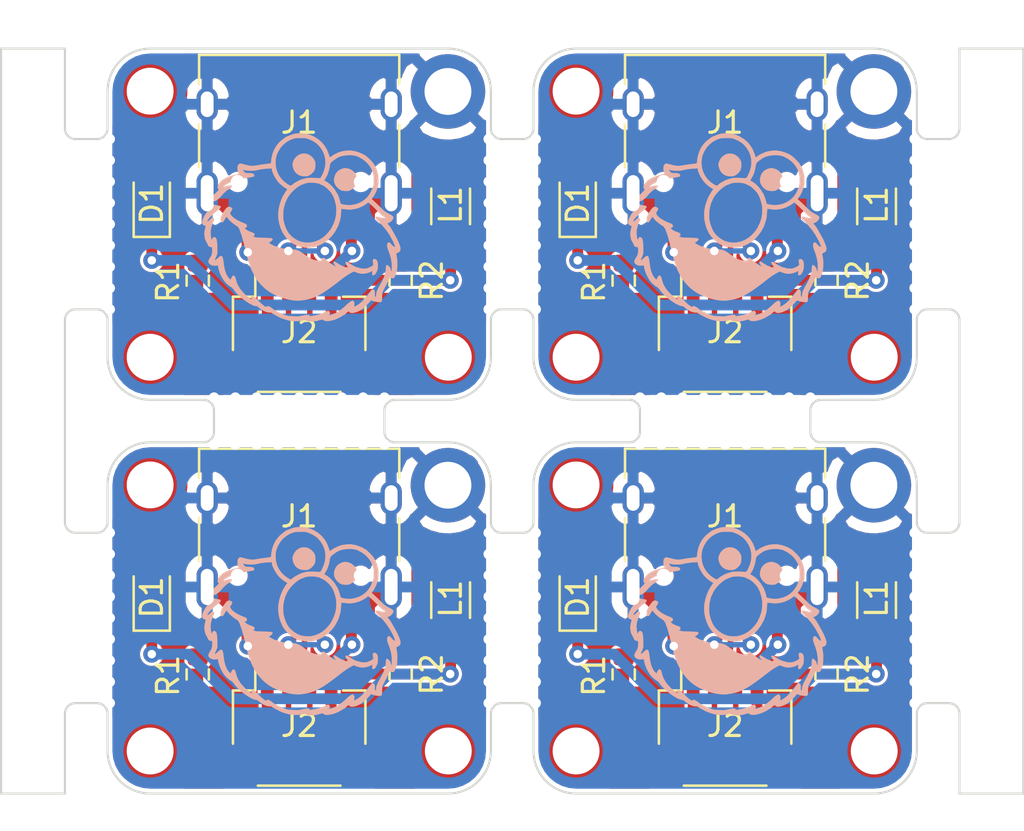
<source format=kicad_pcb>
(kicad_pcb (version 20171130) (host pcbnew 5.1.5+dfsg1-2build2)
  (layers (0 F.Cu signal) (31 B.Cu signal) (34 B.Paste user) (35 F.Paste user) (36 B.SilkS user) (37 F.SilkS user) (38 B.Mask user) (39 F.Mask user) (44 Edge.Cuts user))
  (net 0 "")
  (net 1 Board_1-D+)
  (net 2 Board_1-D-)
  (net 3 Board_1-GND)
  (net 4 Board_1-GNDPWR)
  (net 5 "Board_1-Net-(J1-PadA5)")
  (net 6 "Board_1-Net-(J1-PadA8)")
  (net 7 "Board_1-Net-(J1-PadB5)")
  (net 8 "Board_1-Net-(J1-PadB8)")
  (net 9 Board_1-VCC)
  (net 10 Board_2-D+)
  (net 11 Board_2-D-)
  (net 12 Board_2-GND)
  (net 13 Board_2-GNDPWR)
  (net 14 "Board_2-Net-(J1-PadA5)")
  (net 15 "Board_2-Net-(J1-PadA8)")
  (net 16 "Board_2-Net-(J1-PadB5)")
  (net 17 "Board_2-Net-(J1-PadB8)")
  (net 18 Board_2-VCC)
  (net 19 Board_3-D+)
  (net 20 Board_3-D-)
  (net 21 Board_3-GND)
  (net 22 Board_3-GNDPWR)
  (net 23 "Board_3-Net-(J1-PadA5)")
  (net 24 "Board_3-Net-(J1-PadA8)")
  (net 25 "Board_3-Net-(J1-PadB5)")
  (net 26 "Board_3-Net-(J1-PadB8)")
  (net 27 Board_3-VCC)
  (net 28 Board_4-D+)
  (net 29 Board_4-D-)
  (net 30 Board_4-GND)
  (net 31 Board_4-GNDPWR)
  (net 32 "Board_4-Net-(J1-PadA5)")
  (net 33 "Board_4-Net-(J1-PadA8)")
  (net 34 "Board_4-Net-(J1-PadB5)")
  (net 35 "Board_4-Net-(J1-PadB8)")
  (net 36 Board_4-VCC)
  (module NPTH (layer F.Cu) (at 87.901008 80.750013)
    (fp_text reference REF** hide)
    (fp_text value NPTH hide)
    (pad "" np_thru_hole circle (at 0 0) (size 0.5 0.5) (drill 0.5) (layers *.Cu))
  )
  (module NPTH (layer F.Cu) (at 87.901007 79.750013)
    (fp_text reference REF** hide)
    (fp_text value NPTH hide)
    (pad "" np_thru_hole circle (at 0 0) (size 0.5 0.5) (drill 0.5) (layers *.Cu))
  )
  (module NPTH (layer F.Cu) (at 87.901006 78.750013)
    (fp_text reference REF** hide)
    (fp_text value NPTH hide)
    (pad "" np_thru_hole circle (at 0 0) (size 0.5 0.5) (drill 0.5) (layers *.Cu))
  )
  (module NPTH (layer F.Cu) (at 87.901005 77.750013)
    (fp_text reference REF** hide)
    (fp_text value NPTH hide)
    (pad "" np_thru_hole circle (at 0 0) (size 0.5 0.5) (drill 0.5) (layers *.Cu))
  )
  (module NPTH (layer F.Cu) (at 87.901005 76.750013)
    (fp_text reference REF** hide)
    (fp_text value NPTH hide)
    (pad "" np_thru_hole circle (at 0 0) (size 0.5 0.5) (drill 0.5) (layers *.Cu))
  )
  (module NPTH (layer F.Cu) (at 87.901004 75.750013)
    (fp_text reference REF** hide)
    (fp_text value NPTH hide)
    (pad "" np_thru_hole circle (at 0 0) (size 0.5 0.5) (drill 0.5) (layers *.Cu))
  )
  (module NPTH (layer F.Cu) (at 87.901003 74.750013)
    (fp_text reference REF** hide)
    (fp_text value NPTH hide)
    (pad "" np_thru_hole circle (at 0 0) (size 0.5 0.5) (drill 0.5) (layers *.Cu))
  )
  (module NPTH (layer F.Cu) (at 87.901002 73.750013)
    (fp_text reference REF** hide)
    (fp_text value NPTH hide)
    (pad "" np_thru_hole circle (at 0 0) (size 0.5 0.5) (drill 0.5) (layers *.Cu))
  )
  (module NPTH (layer F.Cu) (at 87.901001 72.750013)
    (fp_text reference REF** hide)
    (fp_text value NPTH hide)
    (pad "" np_thru_hole circle (at 0 0) (size 0.5 0.5) (drill 0.5) (layers *.Cu))
  )
  (module NPTH (layer F.Cu) (at 70.099008 72.750013)
    (fp_text reference REF** hide)
    (fp_text value NPTH hide)
    (pad "" np_thru_hole circle (at 0 0) (size 0.5 0.5) (drill 0.5) (layers *.Cu))
  )
  (module NPTH (layer F.Cu) (at 70.099007 73.750013)
    (fp_text reference REF** hide)
    (fp_text value NPTH hide)
    (pad "" np_thru_hole circle (at 0 0) (size 0.5 0.5) (drill 0.5) (layers *.Cu))
  )
  (module NPTH (layer F.Cu) (at 70.099006 74.750013)
    (fp_text reference REF** hide)
    (fp_text value NPTH hide)
    (pad "" np_thru_hole circle (at 0 0) (size 0.5 0.5) (drill 0.5) (layers *.Cu))
  )
  (module NPTH (layer F.Cu) (at 70.099005 75.750013)
    (fp_text reference REF** hide)
    (fp_text value NPTH hide)
    (pad "" np_thru_hole circle (at 0 0) (size 0.5 0.5) (drill 0.5) (layers *.Cu))
  )
  (module NPTH (layer F.Cu) (at 70.099004 76.750013)
    (fp_text reference REF** hide)
    (fp_text value NPTH hide)
    (pad "" np_thru_hole circle (at 0 0) (size 0.5 0.5) (drill 0.5) (layers *.Cu))
  )
  (module NPTH (layer F.Cu) (at 70.099004 77.750013)
    (fp_text reference REF** hide)
    (fp_text value NPTH hide)
    (pad "" np_thru_hole circle (at 0 0) (size 0.5 0.5) (drill 0.5) (layers *.Cu))
  )
  (module NPTH (layer F.Cu) (at 70.099003 78.750013)
    (fp_text reference REF** hide)
    (fp_text value NPTH hide)
    (pad "" np_thru_hole circle (at 0 0) (size 0.5 0.5) (drill 0.5) (layers *.Cu))
  )
  (module NPTH (layer F.Cu) (at 70.099002 79.750013)
    (fp_text reference REF** hide)
    (fp_text value NPTH hide)
    (pad "" np_thru_hole circle (at 0 0) (size 0.5 0.5) (drill 0.5) (layers *.Cu))
  )
  (module NPTH (layer F.Cu) (at 70.099001 80.750013)
    (fp_text reference REF** hide)
    (fp_text value NPTH hide)
    (pad "" np_thru_hole circle (at 0 0) (size 0.5 0.5) (drill 0.5) (layers *.Cu))
  )
  (module NPTH (layer F.Cu) (at 67.901 80.750013)
    (fp_text reference REF** hide)
    (fp_text value NPTH hide)
    (pad "" np_thru_hole circle (at 0 0) (size 0.5 0.5) (drill 0.5) (layers *.Cu))
  )
  (module NPTH (layer F.Cu) (at 67.901 79.750013)
    (fp_text reference REF** hide)
    (fp_text value NPTH hide)
    (pad "" np_thru_hole circle (at 0 0) (size 0.5 0.5) (drill 0.5) (layers *.Cu))
  )
  (module NPTH (layer F.Cu) (at 67.901 78.750013)
    (fp_text reference REF** hide)
    (fp_text value NPTH hide)
    (pad "" np_thru_hole circle (at 0 0) (size 0.5 0.5) (drill 0.5) (layers *.Cu))
  )
  (module NPTH (layer F.Cu) (at 67.901 77.750013)
    (fp_text reference REF** hide)
    (fp_text value NPTH hide)
    (pad "" np_thru_hole circle (at 0 0) (size 0.5 0.5) (drill 0.5) (layers *.Cu))
  )
  (module NPTH (layer F.Cu) (at 67.901 76.750013)
    (fp_text reference REF** hide)
    (fp_text value NPTH hide)
    (pad "" np_thru_hole circle (at 0 0) (size 0.5 0.5) (drill 0.5) (layers *.Cu))
  )
  (module NPTH (layer F.Cu) (at 67.901 75.750013)
    (fp_text reference REF** hide)
    (fp_text value NPTH hide)
    (pad "" np_thru_hole circle (at 0 0) (size 0.5 0.5) (drill 0.5) (layers *.Cu))
  )
  (module NPTH (layer F.Cu) (at 67.901 74.750013)
    (fp_text reference REF** hide)
    (fp_text value NPTH hide)
    (pad "" np_thru_hole circle (at 0 0) (size 0.5 0.5) (drill 0.5) (layers *.Cu))
  )
  (module NPTH (layer F.Cu) (at 67.901 73.750013)
    (fp_text reference REF** hide)
    (fp_text value NPTH hide)
    (pad "" np_thru_hole circle (at 0 0) (size 0.5 0.5) (drill 0.5) (layers *.Cu))
  )
  (module NPTH (layer F.Cu) (at 67.901 72.750013)
    (fp_text reference REF** hide)
    (fp_text value NPTH hide)
    (pad "" np_thru_hole circle (at 0 0) (size 0.5 0.5) (drill 0.5) (layers *.Cu))
  )
  (module NPTH (layer F.Cu) (at 50.099 72.750013)
    (fp_text reference REF** hide)
    (fp_text value NPTH hide)
    (pad "" np_thru_hole circle (at 0 0) (size 0.5 0.5) (drill 0.5) (layers *.Cu))
  )
  (module NPTH (layer F.Cu) (at 50.099 73.750013)
    (fp_text reference REF** hide)
    (fp_text value NPTH hide)
    (pad "" np_thru_hole circle (at 0 0) (size 0.5 0.5) (drill 0.5) (layers *.Cu))
  )
  (module NPTH (layer F.Cu) (at 50.099 74.750013)
    (fp_text reference REF** hide)
    (fp_text value NPTH hide)
    (pad "" np_thru_hole circle (at 0 0) (size 0.5 0.5) (drill 0.5) (layers *.Cu))
  )
  (module NPTH (layer F.Cu) (at 50.099 75.750013)
    (fp_text reference REF** hide)
    (fp_text value NPTH hide)
    (pad "" np_thru_hole circle (at 0 0) (size 0.5 0.5) (drill 0.5) (layers *.Cu))
  )
  (module NPTH (layer F.Cu) (at 50.099 76.750013)
    (fp_text reference REF** hide)
    (fp_text value NPTH hide)
    (pad "" np_thru_hole circle (at 0 0) (size 0.5 0.5) (drill 0.5) (layers *.Cu))
  )
  (module NPTH (layer F.Cu) (at 50.099 77.750013)
    (fp_text reference REF** hide)
    (fp_text value NPTH hide)
    (pad "" np_thru_hole circle (at 0 0) (size 0.5 0.5) (drill 0.5) (layers *.Cu))
  )
  (module NPTH (layer F.Cu) (at 50.099 78.750013)
    (fp_text reference REF** hide)
    (fp_text value NPTH hide)
    (pad "" np_thru_hole circle (at 0 0) (size 0.5 0.5) (drill 0.5) (layers *.Cu))
  )
  (module NPTH (layer F.Cu) (at 50.099 79.750013)
    (fp_text reference REF** hide)
    (fp_text value NPTH hide)
    (pad "" np_thru_hole circle (at 0 0) (size 0.5 0.5) (drill 0.5) (layers *.Cu))
  )
  (module NPTH (layer F.Cu) (at 50.099 80.750013)
    (fp_text reference REF** hide)
    (fp_text value NPTH hide)
    (pad "" np_thru_hole circle (at 0 0) (size 0.5 0.5) (drill 0.5) (layers *.Cu))
  )
  (module NPTH (layer F.Cu) (at 87.901008 62.250004)
    (fp_text reference REF** hide)
    (fp_text value NPTH hide)
    (pad "" np_thru_hole circle (at 0 0) (size 0.5 0.5) (drill 0.5) (layers *.Cu))
  )
  (module NPTH (layer F.Cu) (at 87.901007 61.250004)
    (fp_text reference REF** hide)
    (fp_text value NPTH hide)
    (pad "" np_thru_hole circle (at 0 0) (size 0.5 0.5) (drill 0.5) (layers *.Cu))
  )
  (module NPTH (layer F.Cu) (at 87.901006 60.250004)
    (fp_text reference REF** hide)
    (fp_text value NPTH hide)
    (pad "" np_thru_hole circle (at 0 0) (size 0.5 0.5) (drill 0.5) (layers *.Cu))
  )
  (module NPTH (layer F.Cu) (at 87.901005 59.250004)
    (fp_text reference REF** hide)
    (fp_text value NPTH hide)
    (pad "" np_thru_hole circle (at 0 0) (size 0.5 0.5) (drill 0.5) (layers *.Cu))
  )
  (module NPTH (layer F.Cu) (at 87.901005 58.250004)
    (fp_text reference REF** hide)
    (fp_text value NPTH hide)
    (pad "" np_thru_hole circle (at 0 0) (size 0.5 0.5) (drill 0.5) (layers *.Cu))
  )
  (module NPTH (layer F.Cu) (at 87.901004 57.250004)
    (fp_text reference REF** hide)
    (fp_text value NPTH hide)
    (pad "" np_thru_hole circle (at 0 0) (size 0.5 0.5) (drill 0.5) (layers *.Cu))
  )
  (module NPTH (layer F.Cu) (at 87.901003 56.250004)
    (fp_text reference REF** hide)
    (fp_text value NPTH hide)
    (pad "" np_thru_hole circle (at 0 0) (size 0.5 0.5) (drill 0.5) (layers *.Cu))
  )
  (module NPTH (layer F.Cu) (at 87.901002 55.250004)
    (fp_text reference REF** hide)
    (fp_text value NPTH hide)
    (pad "" np_thru_hole circle (at 0 0) (size 0.5 0.5) (drill 0.5) (layers *.Cu))
  )
  (module NPTH (layer F.Cu) (at 87.901001 54.250004)
    (fp_text reference REF** hide)
    (fp_text value NPTH hide)
    (pad "" np_thru_hole circle (at 0 0) (size 0.5 0.5) (drill 0.5) (layers *.Cu))
  )
  (module NPTH (layer F.Cu) (at 70.099008 54.250004)
    (fp_text reference REF** hide)
    (fp_text value NPTH hide)
    (pad "" np_thru_hole circle (at 0 0) (size 0.5 0.5) (drill 0.5) (layers *.Cu))
  )
  (module NPTH (layer F.Cu) (at 70.099007 55.250004)
    (fp_text reference REF** hide)
    (fp_text value NPTH hide)
    (pad "" np_thru_hole circle (at 0 0) (size 0.5 0.5) (drill 0.5) (layers *.Cu))
  )
  (module NPTH (layer F.Cu) (at 70.099006 56.250004)
    (fp_text reference REF** hide)
    (fp_text value NPTH hide)
    (pad "" np_thru_hole circle (at 0 0) (size 0.5 0.5) (drill 0.5) (layers *.Cu))
  )
  (module NPTH (layer F.Cu) (at 70.099005 57.250004)
    (fp_text reference REF** hide)
    (fp_text value NPTH hide)
    (pad "" np_thru_hole circle (at 0 0) (size 0.5 0.5) (drill 0.5) (layers *.Cu))
  )
  (module NPTH (layer F.Cu) (at 70.099004 58.250004)
    (fp_text reference REF** hide)
    (fp_text value NPTH hide)
    (pad "" np_thru_hole circle (at 0 0) (size 0.5 0.5) (drill 0.5) (layers *.Cu))
  )
  (module NPTH (layer F.Cu) (at 70.099004 59.250004)
    (fp_text reference REF** hide)
    (fp_text value NPTH hide)
    (pad "" np_thru_hole circle (at 0 0) (size 0.5 0.5) (drill 0.5) (layers *.Cu))
  )
  (module NPTH (layer F.Cu) (at 70.099003 60.250004)
    (fp_text reference REF** hide)
    (fp_text value NPTH hide)
    (pad "" np_thru_hole circle (at 0 0) (size 0.5 0.5) (drill 0.5) (layers *.Cu))
  )
  (module NPTH (layer F.Cu) (at 70.099002 61.250004)
    (fp_text reference REF** hide)
    (fp_text value NPTH hide)
    (pad "" np_thru_hole circle (at 0 0) (size 0.5 0.5) (drill 0.5) (layers *.Cu))
  )
  (module NPTH (layer F.Cu) (at 70.099001 62.250004)
    (fp_text reference REF** hide)
    (fp_text value NPTH hide)
    (pad "" np_thru_hole circle (at 0 0) (size 0.5 0.5) (drill 0.5) (layers *.Cu))
  )
  (module NPTH (layer F.Cu) (at 67.901 62.250004)
    (fp_text reference REF** hide)
    (fp_text value NPTH hide)
    (pad "" np_thru_hole circle (at 0 0) (size 0.5 0.5) (drill 0.5) (layers *.Cu))
  )
  (module NPTH (layer F.Cu) (at 67.901 61.250004)
    (fp_text reference REF** hide)
    (fp_text value NPTH hide)
    (pad "" np_thru_hole circle (at 0 0) (size 0.5 0.5) (drill 0.5) (layers *.Cu))
  )
  (module NPTH (layer F.Cu) (at 67.901 60.250004)
    (fp_text reference REF** hide)
    (fp_text value NPTH hide)
    (pad "" np_thru_hole circle (at 0 0) (size 0.5 0.5) (drill 0.5) (layers *.Cu))
  )
  (module NPTH (layer F.Cu) (at 67.901 59.250004)
    (fp_text reference REF** hide)
    (fp_text value NPTH hide)
    (pad "" np_thru_hole circle (at 0 0) (size 0.5 0.5) (drill 0.5) (layers *.Cu))
  )
  (module NPTH (layer F.Cu) (at 67.901 58.250004)
    (fp_text reference REF** hide)
    (fp_text value NPTH hide)
    (pad "" np_thru_hole circle (at 0 0) (size 0.5 0.5) (drill 0.5) (layers *.Cu))
  )
  (module NPTH (layer F.Cu) (at 67.901 57.250004)
    (fp_text reference REF** hide)
    (fp_text value NPTH hide)
    (pad "" np_thru_hole circle (at 0 0) (size 0.5 0.5) (drill 0.5) (layers *.Cu))
  )
  (module NPTH (layer F.Cu) (at 67.901 56.250004)
    (fp_text reference REF** hide)
    (fp_text value NPTH hide)
    (pad "" np_thru_hole circle (at 0 0) (size 0.5 0.5) (drill 0.5) (layers *.Cu))
  )
  (module NPTH (layer F.Cu) (at 67.901 55.250004)
    (fp_text reference REF** hide)
    (fp_text value NPTH hide)
    (pad "" np_thru_hole circle (at 0 0) (size 0.5 0.5) (drill 0.5) (layers *.Cu))
  )
  (module NPTH (layer F.Cu) (at 67.901 54.250004)
    (fp_text reference REF** hide)
    (fp_text value NPTH hide)
    (pad "" np_thru_hole circle (at 0 0) (size 0.5 0.5) (drill 0.5) (layers *.Cu))
  )
  (module NPTH (layer F.Cu) (at 50.099 54.250004)
    (fp_text reference REF** hide)
    (fp_text value NPTH hide)
    (pad "" np_thru_hole circle (at 0 0) (size 0.5 0.5) (drill 0.5) (layers *.Cu))
  )
  (module NPTH (layer F.Cu) (at 50.099 55.250004)
    (fp_text reference REF** hide)
    (fp_text value NPTH hide)
    (pad "" np_thru_hole circle (at 0 0) (size 0.5 0.5) (drill 0.5) (layers *.Cu))
  )
  (module NPTH (layer F.Cu) (at 50.099 56.250004)
    (fp_text reference REF** hide)
    (fp_text value NPTH hide)
    (pad "" np_thru_hole circle (at 0 0) (size 0.5 0.5) (drill 0.5) (layers *.Cu))
  )
  (module NPTH (layer F.Cu) (at 50.099 57.250004)
    (fp_text reference REF** hide)
    (fp_text value NPTH hide)
    (pad "" np_thru_hole circle (at 0 0) (size 0.5 0.5) (drill 0.5) (layers *.Cu))
  )
  (module NPTH (layer F.Cu) (at 50.099 58.250004)
    (fp_text reference REF** hide)
    (fp_text value NPTH hide)
    (pad "" np_thru_hole circle (at 0 0) (size 0.5 0.5) (drill 0.5) (layers *.Cu))
  )
  (module NPTH (layer F.Cu) (at 50.099 59.250004)
    (fp_text reference REF** hide)
    (fp_text value NPTH hide)
    (pad "" np_thru_hole circle (at 0 0) (size 0.5 0.5) (drill 0.5) (layers *.Cu))
  )
  (module NPTH (layer F.Cu) (at 50.099 60.250004)
    (fp_text reference REF** hide)
    (fp_text value NPTH hide)
    (pad "" np_thru_hole circle (at 0 0) (size 0.5 0.5) (drill 0.5) (layers *.Cu))
  )
  (module NPTH (layer F.Cu) (at 50.099 61.250004)
    (fp_text reference REF** hide)
    (fp_text value NPTH hide)
    (pad "" np_thru_hole circle (at 0 0) (size 0.5 0.5) (drill 0.5) (layers *.Cu))
  )
  (module NPTH (layer F.Cu) (at 50.099 62.250004)
    (fp_text reference REF** hide)
    (fp_text value NPTH hide)
    (pad "" np_thru_hole circle (at 0 0) (size 0.5 0.5) (drill 0.5) (layers *.Cu))
  )
  (module NPTH (layer F.Cu) (at 83.000012 68.599007)
    (fp_text reference REF** hide)
    (fp_text value NPTH hide)
    (pad "" np_thru_hole circle (at 0 0) (size 0.5 0.5) (drill 0.5) (layers *.Cu))
  )
  (module NPTH (layer F.Cu) (at 82.000012 68.599007)
    (fp_text reference REF** hide)
    (fp_text value NPTH hide)
    (pad "" np_thru_hole circle (at 0 0) (size 0.5 0.5) (drill 0.5) (layers *.Cu))
  )
  (module NPTH (layer F.Cu) (at 81.000012 68.599006)
    (fp_text reference REF** hide)
    (fp_text value NPTH hide)
    (pad "" np_thru_hole circle (at 0 0) (size 0.5 0.5) (drill 0.5) (layers *.Cu))
  )
  (module NPTH (layer F.Cu) (at 80.000012 68.599005)
    (fp_text reference REF** hide)
    (fp_text value NPTH hide)
    (pad "" np_thru_hole circle (at 0 0) (size 0.5 0.5) (drill 0.5) (layers *.Cu))
  )
  (module NPTH (layer F.Cu) (at 79.000012 68.599005)
    (fp_text reference REF** hide)
    (fp_text value NPTH hide)
    (pad "" np_thru_hole circle (at 0 0) (size 0.5 0.5) (drill 0.5) (layers *.Cu))
  )
  (module NPTH (layer F.Cu) (at 78.000012 68.599004)
    (fp_text reference REF** hide)
    (fp_text value NPTH hide)
    (pad "" np_thru_hole circle (at 0 0) (size 0.5 0.5) (drill 0.5) (layers *.Cu))
  )
  (module NPTH (layer F.Cu) (at 77.000012 68.599003)
    (fp_text reference REF** hide)
    (fp_text value NPTH hide)
    (pad "" np_thru_hole circle (at 0 0) (size 0.5 0.5) (drill 0.5) (layers *.Cu))
  )
  (module NPTH (layer F.Cu) (at 76.000012 68.599002)
    (fp_text reference REF** hide)
    (fp_text value NPTH hide)
    (pad "" np_thru_hole circle (at 0 0) (size 0.5 0.5) (drill 0.5) (layers *.Cu))
  )
  (module NPTH (layer F.Cu) (at 75.000012 68.599002)
    (fp_text reference REF** hide)
    (fp_text value NPTH hide)
    (pad "" np_thru_hole circle (at 0 0) (size 0.5 0.5) (drill 0.5) (layers *.Cu))
  )
  (module NPTH (layer F.Cu) (at 63.000003 68.599007)
    (fp_text reference REF** hide)
    (fp_text value NPTH hide)
    (pad "" np_thru_hole circle (at 0 0) (size 0.5 0.5) (drill 0.5) (layers *.Cu))
  )
  (module NPTH (layer F.Cu) (at 62.000003 68.599007)
    (fp_text reference REF** hide)
    (fp_text value NPTH hide)
    (pad "" np_thru_hole circle (at 0 0) (size 0.5 0.5) (drill 0.5) (layers *.Cu))
  )
  (module NPTH (layer F.Cu) (at 61.000003 68.599006)
    (fp_text reference REF** hide)
    (fp_text value NPTH hide)
    (pad "" np_thru_hole circle (at 0 0) (size 0.5 0.5) (drill 0.5) (layers *.Cu))
  )
  (module NPTH (layer F.Cu) (at 60.000003 68.599005)
    (fp_text reference REF** hide)
    (fp_text value NPTH hide)
    (pad "" np_thru_hole circle (at 0 0) (size 0.5 0.5) (drill 0.5) (layers *.Cu))
  )
  (module NPTH (layer F.Cu) (at 59.000003 68.599005)
    (fp_text reference REF** hide)
    (fp_text value NPTH hide)
    (pad "" np_thru_hole circle (at 0 0) (size 0.5 0.5) (drill 0.5) (layers *.Cu))
  )
  (module NPTH (layer F.Cu) (at 58.000003 68.599004)
    (fp_text reference REF** hide)
    (fp_text value NPTH hide)
    (pad "" np_thru_hole circle (at 0 0) (size 0.5 0.5) (drill 0.5) (layers *.Cu))
  )
  (module NPTH (layer F.Cu) (at 57.000003 68.599003)
    (fp_text reference REF** hide)
    (fp_text value NPTH hide)
    (pad "" np_thru_hole circle (at 0 0) (size 0.5 0.5) (drill 0.5) (layers *.Cu))
  )
  (module NPTH (layer F.Cu) (at 56.000003 68.599002)
    (fp_text reference REF** hide)
    (fp_text value NPTH hide)
    (pad "" np_thru_hole circle (at 0 0) (size 0.5 0.5) (drill 0.5) (layers *.Cu))
  )
  (module NPTH (layer F.Cu) (at 55.000003 68.599002)
    (fp_text reference REF** hide)
    (fp_text value NPTH hide)
    (pad "" np_thru_hole circle (at 0 0) (size 0.5 0.5) (drill 0.5) (layers *.Cu))
  )
  (module NPTH (layer F.Cu) (at 75.000012 66.401)
    (fp_text reference REF** hide)
    (fp_text value NPTH hide)
    (pad "" np_thru_hole circle (at 0 0) (size 0.5 0.5) (drill 0.5) (layers *.Cu))
  )
  (module NPTH (layer F.Cu) (at 76.000012 66.401)
    (fp_text reference REF** hide)
    (fp_text value NPTH hide)
    (pad "" np_thru_hole circle (at 0 0) (size 0.5 0.5) (drill 0.5) (layers *.Cu))
  )
  (module NPTH (layer F.Cu) (at 77.000012 66.401)
    (fp_text reference REF** hide)
    (fp_text value NPTH hide)
    (pad "" np_thru_hole circle (at 0 0) (size 0.5 0.5) (drill 0.5) (layers *.Cu))
  )
  (module NPTH (layer F.Cu) (at 78.000012 66.401)
    (fp_text reference REF** hide)
    (fp_text value NPTH hide)
    (pad "" np_thru_hole circle (at 0 0) (size 0.5 0.5) (drill 0.5) (layers *.Cu))
  )
  (module NPTH (layer F.Cu) (at 79.000012 66.401)
    (fp_text reference REF** hide)
    (fp_text value NPTH hide)
    (pad "" np_thru_hole circle (at 0 0) (size 0.5 0.5) (drill 0.5) (layers *.Cu))
  )
  (module NPTH (layer F.Cu) (at 80.000012 66.401)
    (fp_text reference REF** hide)
    (fp_text value NPTH hide)
    (pad "" np_thru_hole circle (at 0 0) (size 0.5 0.5) (drill 0.5) (layers *.Cu))
  )
  (module NPTH (layer F.Cu) (at 81.000012 66.401)
    (fp_text reference REF** hide)
    (fp_text value NPTH hide)
    (pad "" np_thru_hole circle (at 0 0) (size 0.5 0.5) (drill 0.5) (layers *.Cu))
  )
  (module NPTH (layer F.Cu) (at 82.000012 66.401)
    (fp_text reference REF** hide)
    (fp_text value NPTH hide)
    (pad "" np_thru_hole circle (at 0 0) (size 0.5 0.5) (drill 0.5) (layers *.Cu))
  )
  (module NPTH (layer F.Cu) (at 83.000012 66.401)
    (fp_text reference REF** hide)
    (fp_text value NPTH hide)
    (pad "" np_thru_hole circle (at 0 0) (size 0.5 0.5) (drill 0.5) (layers *.Cu))
  )
  (module NPTH (layer F.Cu) (at 55.000003 66.401)
    (fp_text reference REF** hide)
    (fp_text value NPTH hide)
    (pad "" np_thru_hole circle (at 0 0) (size 0.5 0.5) (drill 0.5) (layers *.Cu))
  )
  (module NPTH (layer F.Cu) (at 56.000003 66.401)
    (fp_text reference REF** hide)
    (fp_text value NPTH hide)
    (pad "" np_thru_hole circle (at 0 0) (size 0.5 0.5) (drill 0.5) (layers *.Cu))
  )
  (module NPTH (layer F.Cu) (at 57.000003 66.401)
    (fp_text reference REF** hide)
    (fp_text value NPTH hide)
    (pad "" np_thru_hole circle (at 0 0) (size 0.5 0.5) (drill 0.5) (layers *.Cu))
  )
  (module NPTH (layer F.Cu) (at 58.000003 66.401)
    (fp_text reference REF** hide)
    (fp_text value NPTH hide)
    (pad "" np_thru_hole circle (at 0 0) (size 0.5 0.5) (drill 0.5) (layers *.Cu))
  )
  (module NPTH (layer F.Cu) (at 59.000003 66.401)
    (fp_text reference REF** hide)
    (fp_text value NPTH hide)
    (pad "" np_thru_hole circle (at 0 0) (size 0.5 0.5) (drill 0.5) (layers *.Cu))
  )
  (module NPTH (layer F.Cu) (at 60.000003 66.401)
    (fp_text reference REF** hide)
    (fp_text value NPTH hide)
    (pad "" np_thru_hole circle (at 0 0) (size 0.5 0.5) (drill 0.5) (layers *.Cu))
  )
  (module NPTH (layer F.Cu) (at 61.000003 66.401)
    (fp_text reference REF** hide)
    (fp_text value NPTH hide)
    (pad "" np_thru_hole circle (at 0 0) (size 0.5 0.5) (drill 0.5) (layers *.Cu))
  )
  (module NPTH (layer F.Cu) (at 62.000003 66.401)
    (fp_text reference REF** hide)
    (fp_text value NPTH hide)
    (pad "" np_thru_hole circle (at 0 0) (size 0.5 0.5) (drill 0.5) (layers *.Cu))
  )
  (module NPTH (layer F.Cu) (at 63.000003 66.401)
    (fp_text reference REF** hide)
    (fp_text value NPTH hide)
    (pad "" np_thru_hole circle (at 0 0) (size 0.5 0.5) (drill 0.5) (layers *.Cu))
  )
  (module custom_parts:JST_SH_SM04B-SRSS-TB_1x04-1MP_P1.00mm_Horizontal (layer F.Cu) (at 78.99801 81.94351)
    (fp_text reference J2 (at 0 -0.127) (layer F.SilkS))
    (fp_text value Conn_01x04)
    (pad 1 smd roundrect (at -1.5 -2) (size 0.6 1.55) (layers F.Cu F.Paste F.Mask) (net 36 Board_4-VCC))
    (pad 2 smd roundrect (at -0.5 -2) (size 0.6 1.55) (layers F.Cu F.Paste F.Mask) (net 29 Board_4-D-))
    (pad 3 smd roundrect (at 0.5 -2) (size 0.6 1.55) (layers F.Cu F.Paste F.Mask) (net 28 Board_4-D+))
    (pad 4 smd roundrect (at 1.5 -2) (size 0.6 1.55) (layers F.Cu F.Paste F.Mask) (net 30 Board_4-GND))
    (pad 1 smd roundrect (at -2.8 1.875) (size 1.2 1.8) (layers F.Cu F.Paste F.Mask) (roundrect_rratio 0.208) (net 36 Board_4-VCC))
    (pad 4 smd roundrect (at 2.8 1.875) (size 1.2 1.8) (layers F.Cu F.Paste F.Mask) (roundrect_rratio 0.208) (net 30 Board_4-GND))
    (pad 2 smd roundrect (at -0.9525 1.875) (size 1.2 1.8) (layers F.Cu F.Paste F.Mask) (roundrect_rratio 0.208) (net 29 Board_4-D-))
    (pad 3 smd roundrect (at 0.9525 1.875) (size 1.2 1.8) (layers F.Cu F.Paste F.Mask) (roundrect_rratio 0.208) (net 28 Board_4-D+))
  )
  (module Inductor_SMD:L_1206_3216Metric (layer F.Cu) (at 86.11001 75.91101 90)
    (fp_text reference L1 (at 0.0635 0 90) (layer F.SilkS))
    (fp_text value L_Core_Ferrite)
    (pad 1 smd roundrect (at -1.575 0 90) (size 1.05 1.9) (layers F.Cu F.Paste F.Mask) (roundrect_rratio 0.2380942857142857) (net 30 Board_4-GND))
    (pad 2 smd roundrect (at 1.575 0 90) (size 1.05 1.9) (layers F.Cu F.Paste F.Mask) (roundrect_rratio 0.2380942857142857) (net 31 Board_4-GNDPWR))
  )
  (module Resistor_SMD:R_0603_1608Metric (layer F.Cu) (at 74.23551 79.40351 90)
    (fp_text reference R1 (at -0.0635 -1.397 90) (layer F.SilkS))
    (fp_text value 5.6k)
    (pad 1 smd roundrect (at -0.825 0 90) (size 0.8 0.95) (layers F.Cu F.Paste F.Mask) (net 31 Board_4-GNDPWR))
    (pad 2 smd roundrect (at 0.825 0 90) (size 0.8 0.95) (layers F.Cu F.Paste F.Mask) (net 34 "Board_4-Net-(J1-PadB5)"))
  )
  (module Resistor_SMD:R_0603_1608Metric (layer F.Cu) (at 83.76051 79.40351 90)
    (fp_text reference R2 (at 0 1.4605 90) (layer F.SilkS))
    (fp_text value 5.6k)
    (pad 1 smd roundrect (at -0.825 0 90) (size 0.8 0.95) (layers F.Cu F.Paste F.Mask) (net 31 Board_4-GNDPWR))
    (pad 2 smd roundrect (at 0.825 0 90) (size 0.8 0.95) (layers F.Cu F.Paste F.Mask) (net 32 "Board_4-Net-(J1-PadA5)"))
  )
  (module custom_parts:elmo (layer B.Cu) (at 79.18851 76.99051 180)
    (fp_text reference G*** hide)
    (fp_text value LOGO hide)
  )
  (module Connector_USB:USB_C_Receptacle_HRO_TYPE-C-31-M-12 (layer F.Cu) (at 78.99801 72.16451 180)
    (fp_text reference J1 (at 0 0.1905) (layer F.SilkS))
    (fp_text value USB_C_Receptacle_USB2.0)
    (pad S1 thru_hole oval (at 4.32 1.05 180) (size 1 1.6) (drill oval 0.6 1.2) (layers *.Cu *.Mask) (net 31 Board_4-GNDPWR))
    (pad "" np_thru_hole circle (at 2.89 -2.6 180) (size 0.65 0.65) (drill 0.65) (layers *.Cu *.Mask))
    (pad S1 thru_hole oval (at -4.32 1.05 180) (size 1 1.6) (drill oval 0.6 1.2) (layers *.Cu *.Mask) (net 31 Board_4-GNDPWR))
    (pad "" np_thru_hole circle (at -2.89 -2.6 180) (size 0.65 0.65) (drill 0.65) (layers *.Cu *.Mask))
    (pad S1 thru_hole oval (at -4.32 -3.13 180) (size 1 2.1) (drill oval 0.6 1.7) (layers *.Cu *.Mask) (net 31 Board_4-GNDPWR))
    (pad S1 thru_hole oval (at 4.32 -3.13 180) (size 1 2.1) (drill oval 0.6 1.7) (layers *.Cu *.Mask) (net 31 Board_4-GNDPWR))
    (pad A6 smd rect (at -0.25 -4.045 180) (size 0.3 1.45) (layers F.Cu F.Paste F.Mask) (net 28 Board_4-D+))
    (pad B5 smd rect (at 1.75 -4.045 180) (size 0.3 1.45) (layers F.Cu F.Paste F.Mask) (net 34 "Board_4-Net-(J1-PadB5)"))
    (pad A8 smd rect (at 1.25 -4.045 180) (size 0.3 1.45) (layers F.Cu F.Paste F.Mask) (net 33 "Board_4-Net-(J1-PadA8)"))
    (pad B6 smd rect (at 0.75 -4.045 180) (size 0.3 1.45) (layers F.Cu F.Paste F.Mask) (net 28 Board_4-D+))
    (pad A7 smd rect (at 0.25 -4.045 180) (size 0.3 1.45) (layers F.Cu F.Paste F.Mask) (net 29 Board_4-D-))
    (pad B7 smd rect (at -0.75 -4.045 180) (size 0.3 1.45) (layers F.Cu F.Paste F.Mask) (net 29 Board_4-D-))
    (pad A5 smd rect (at -1.25 -4.045 180) (size 0.3 1.45) (layers F.Cu F.Paste F.Mask) (net 32 "Board_4-Net-(J1-PadA5)"))
    (pad B8 smd rect (at -1.75 -4.045 180) (size 0.3 1.45) (layers F.Cu F.Paste F.Mask) (net 35 "Board_4-Net-(J1-PadB8)"))
    (pad A12 smd rect (at 3.25 -4.045 180) (size 0.6 1.45) (layers F.Cu F.Paste F.Mask) (net 31 Board_4-GNDPWR))
    (pad B4 smd rect (at 2.45 -4.045 180) (size 0.6 1.45) (layers F.Cu F.Paste F.Mask) (net 36 Board_4-VCC))
    (pad A4 smd rect (at -2.45 -4.045 180) (size 0.6 1.45) (layers F.Cu F.Paste F.Mask) (net 36 Board_4-VCC))
    (pad A1 smd rect (at -3.25 -4.045 180) (size 0.6 1.45) (layers F.Cu F.Paste F.Mask) (net 31 Board_4-GNDPWR))
    (pad B12 smd rect (at -3.25 -4.045 180) (size 0.6 1.45) (layers F.Cu F.Paste F.Mask) (net 31 Board_4-GNDPWR))
    (pad B9 smd rect (at -2.45 -4.045 180) (size 0.6 1.45) (layers F.Cu F.Paste F.Mask) (net 36 Board_4-VCC))
    (pad A9 smd rect (at 2.45 -4.045 180) (size 0.6 1.45) (layers F.Cu F.Paste F.Mask) (net 36 Board_4-VCC))
    (pad B1 smd rect (at 3.25 -4.045 180) (size 0.6 1.45) (layers F.Cu F.Paste F.Mask) (net 31 Board_4-GNDPWR))
  )
  (module Diode_SMD:D_SOD-323 (layer F.Cu) (at 72.07651 75.84751 90)
    (fp_text reference D1 (at 0.0635 0 90) (layer F.SilkS))
    (fp_text value D_TVS)
    (pad 1 smd rect (at -1.05 0 90) (size 0.6 0.45) (layers F.Cu F.Paste F.Mask) (net 30 Board_4-GND))
    (pad 2 smd rect (at 1.05 0 90) (size 0.6 0.45) (layers F.Cu F.Paste F.Mask) (net 31 Board_4-GNDPWR))
  )
  (module custom_parts:Generic-Mounthole (layer F.Cu) (at 86.00001 83.00001)
    (fp_text reference H2 hide)
    (fp_text value MountingHole hide)
    (pad "" np_thru_hole circle (at 0 0) (size 3.500001 3.500001) (drill 2.2) (layers F.Cu F.Mask) (clearance 0.508))
  )
  (module custom_parts:Generic-Mounthole (layer F.Cu) (at 72.00001 70.50001)
    (fp_text reference H3 hide)
    (fp_text value MountingHole hide)
    (pad "" np_thru_hole circle (at 0 0) (size 3.500001 3.500001) (drill 2.2) (layers F.Cu F.Mask) (clearance 0.508))
  )
  (module custom_parts:Generic-Mounthole (layer F.Cu) (at 72.00001 83.00001)
    (fp_text reference H4 hide)
    (fp_text value MountingHole hide)
    (pad "" np_thru_hole circle (at 0 0) (size 3.500001 3.500001) (drill 2.2) (layers F.Cu F.Mask) (clearance 0.508))
  )
  (module custom_parts:Generic-Mounthole-dual (layer F.Cu) (at 85.98301 70.51351)
    (fp_text reference H1 hide)
    (fp_text value MountingHole_Pad hide)
    (pad 1 thru_hole circle (at 0 0) (size 3.5 3.5) (drill 2.2) (layers *.Cu *.Mask) (net 31 Board_4-GNDPWR) (clearance 0.508))
  )
  (module custom_parts:JST_SH_SM04B-SRSS-TB_1x04-1MP_P1.00mm_Horizontal (layer F.Cu) (at 58.998001 81.94351)
    (fp_text reference J2 (at 0 -0.127) (layer F.SilkS))
    (fp_text value Conn_01x04)
    (pad 1 smd roundrect (at -1.5 -2) (size 0.6 1.55) (layers F.Cu F.Paste F.Mask) (net 27 Board_3-VCC))
    (pad 2 smd roundrect (at -0.5 -2) (size 0.6 1.55) (layers F.Cu F.Paste F.Mask) (net 20 Board_3-D-))
    (pad 3 smd roundrect (at 0.5 -2) (size 0.6 1.55) (layers F.Cu F.Paste F.Mask) (net 19 Board_3-D+))
    (pad 4 smd roundrect (at 1.5 -2) (size 0.6 1.55) (layers F.Cu F.Paste F.Mask) (net 21 Board_3-GND))
    (pad 1 smd roundrect (at -2.8 1.875) (size 1.2 1.8) (layers F.Cu F.Paste F.Mask) (roundrect_rratio 0.208) (net 27 Board_3-VCC))
    (pad 4 smd roundrect (at 2.8 1.875) (size 1.2 1.8) (layers F.Cu F.Paste F.Mask) (roundrect_rratio 0.208) (net 21 Board_3-GND))
    (pad 2 smd roundrect (at -0.9525 1.875) (size 1.2 1.8) (layers F.Cu F.Paste F.Mask) (roundrect_rratio 0.208) (net 20 Board_3-D-))
    (pad 3 smd roundrect (at 0.9525 1.875) (size 1.2 1.8) (layers F.Cu F.Paste F.Mask) (roundrect_rratio 0.208) (net 19 Board_3-D+))
  )
  (module Inductor_SMD:L_1206_3216Metric (layer F.Cu) (at 66.110001 75.91101 90)
    (fp_text reference L1 (at 0.0635 0 90) (layer F.SilkS))
    (fp_text value L_Core_Ferrite)
    (pad 1 smd roundrect (at -1.575 0 90) (size 1.05 1.9) (layers F.Cu F.Paste F.Mask) (roundrect_rratio 0.2380942857142857) (net 21 Board_3-GND))
    (pad 2 smd roundrect (at 1.575 0 90) (size 1.05 1.9) (layers F.Cu F.Paste F.Mask) (roundrect_rratio 0.2380942857142857) (net 22 Board_3-GNDPWR))
  )
  (module Resistor_SMD:R_0603_1608Metric (layer F.Cu) (at 54.235501 79.40351 90)
    (fp_text reference R1 (at -0.0635 -1.397 90) (layer F.SilkS))
    (fp_text value 5.6k)
    (pad 1 smd roundrect (at -0.825 0 90) (size 0.8 0.95) (layers F.Cu F.Paste F.Mask) (net 22 Board_3-GNDPWR))
    (pad 2 smd roundrect (at 0.825 0 90) (size 0.8 0.95) (layers F.Cu F.Paste F.Mask) (net 25 "Board_3-Net-(J1-PadB5)"))
  )
  (module Resistor_SMD:R_0603_1608Metric (layer F.Cu) (at 63.760501 79.40351 90)
    (fp_text reference R2 (at 0 1.4605 90) (layer F.SilkS))
    (fp_text value 5.6k)
    (pad 1 smd roundrect (at -0.825 0 90) (size 0.8 0.95) (layers F.Cu F.Paste F.Mask) (net 22 Board_3-GNDPWR))
    (pad 2 smd roundrect (at 0.825 0 90) (size 0.8 0.95) (layers F.Cu F.Paste F.Mask) (net 23 "Board_3-Net-(J1-PadA5)"))
  )
  (module custom_parts:elmo (layer B.Cu) (at 59.188501 76.99051 180)
    (fp_text reference G*** hide)
    (fp_text value LOGO hide)
  )
  (module Connector_USB:USB_C_Receptacle_HRO_TYPE-C-31-M-12 (layer F.Cu) (at 58.998001 72.16451 180)
    (fp_text reference J1 (at 0 0.1905) (layer F.SilkS))
    (fp_text value USB_C_Receptacle_USB2.0)
    (pad S1 thru_hole oval (at 4.32 1.05 180) (size 1 1.6) (drill oval 0.6 1.2) (layers *.Cu *.Mask) (net 22 Board_3-GNDPWR))
    (pad "" np_thru_hole circle (at 2.89 -2.6 180) (size 0.65 0.65) (drill 0.65) (layers *.Cu *.Mask))
    (pad S1 thru_hole oval (at -4.32 1.05 180) (size 1 1.6) (drill oval 0.6 1.2) (layers *.Cu *.Mask) (net 22 Board_3-GNDPWR))
    (pad "" np_thru_hole circle (at -2.89 -2.6 180) (size 0.65 0.65) (drill 0.65) (layers *.Cu *.Mask))
    (pad S1 thru_hole oval (at -4.32 -3.13 180) (size 1 2.1) (drill oval 0.6 1.7) (layers *.Cu *.Mask) (net 22 Board_3-GNDPWR))
    (pad S1 thru_hole oval (at 4.32 -3.13 180) (size 1 2.1) (drill oval 0.6 1.7) (layers *.Cu *.Mask) (net 22 Board_3-GNDPWR))
    (pad A6 smd rect (at -0.25 -4.045 180) (size 0.3 1.45) (layers F.Cu F.Paste F.Mask) (net 19 Board_3-D+))
    (pad B5 smd rect (at 1.75 -4.045 180) (size 0.3 1.45) (layers F.Cu F.Paste F.Mask) (net 25 "Board_3-Net-(J1-PadB5)"))
    (pad A8 smd rect (at 1.25 -4.045 180) (size 0.3 1.45) (layers F.Cu F.Paste F.Mask) (net 24 "Board_3-Net-(J1-PadA8)"))
    (pad B6 smd rect (at 0.75 -4.045 180) (size 0.3 1.45) (layers F.Cu F.Paste F.Mask) (net 19 Board_3-D+))
    (pad A7 smd rect (at 0.25 -4.045 180) (size 0.3 1.45) (layers F.Cu F.Paste F.Mask) (net 20 Board_3-D-))
    (pad B7 smd rect (at -0.75 -4.045 180) (size 0.3 1.45) (layers F.Cu F.Paste F.Mask) (net 20 Board_3-D-))
    (pad A5 smd rect (at -1.25 -4.045 180) (size 0.3 1.45) (layers F.Cu F.Paste F.Mask) (net 23 "Board_3-Net-(J1-PadA5)"))
    (pad B8 smd rect (at -1.75 -4.045 180) (size 0.3 1.45) (layers F.Cu F.Paste F.Mask) (net 26 "Board_3-Net-(J1-PadB8)"))
    (pad A12 smd rect (at 3.25 -4.045 180) (size 0.6 1.45) (layers F.Cu F.Paste F.Mask) (net 22 Board_3-GNDPWR))
    (pad B4 smd rect (at 2.45 -4.045 180) (size 0.6 1.45) (layers F.Cu F.Paste F.Mask) (net 27 Board_3-VCC))
    (pad A4 smd rect (at -2.45 -4.045 180) (size 0.6 1.45) (layers F.Cu F.Paste F.Mask) (net 27 Board_3-VCC))
    (pad A1 smd rect (at -3.25 -4.045 180) (size 0.6 1.45) (layers F.Cu F.Paste F.Mask) (net 22 Board_3-GNDPWR))
    (pad B12 smd rect (at -3.25 -4.045 180) (size 0.6 1.45) (layers F.Cu F.Paste F.Mask) (net 22 Board_3-GNDPWR))
    (pad B9 smd rect (at -2.45 -4.045 180) (size 0.6 1.45) (layers F.Cu F.Paste F.Mask) (net 27 Board_3-VCC))
    (pad A9 smd rect (at 2.45 -4.045 180) (size 0.6 1.45) (layers F.Cu F.Paste F.Mask) (net 27 Board_3-VCC))
    (pad B1 smd rect (at 3.25 -4.045 180) (size 0.6 1.45) (layers F.Cu F.Paste F.Mask) (net 22 Board_3-GNDPWR))
  )
  (module Diode_SMD:D_SOD-323 (layer F.Cu) (at 52.076501 75.84751 90)
    (fp_text reference D1 (at 0.0635 0 90) (layer F.SilkS))
    (fp_text value D_TVS)
    (pad 1 smd rect (at -1.05 0 90) (size 0.6 0.45) (layers F.Cu F.Paste F.Mask) (net 21 Board_3-GND))
    (pad 2 smd rect (at 1.05 0 90) (size 0.6 0.45) (layers F.Cu F.Paste F.Mask) (net 22 Board_3-GNDPWR))
  )
  (module custom_parts:Generic-Mounthole (layer F.Cu) (at 66.000001 83.00001)
    (fp_text reference H2 hide)
    (fp_text value MountingHole hide)
    (pad "" np_thru_hole circle (at 0 0) (size 3.500001 3.500001) (drill 2.2) (layers F.Cu F.Mask) (clearance 0.508))
  )
  (module custom_parts:Generic-Mounthole (layer F.Cu) (at 52.000001 70.50001)
    (fp_text reference H3 hide)
    (fp_text value MountingHole hide)
    (pad "" np_thru_hole circle (at 0 0) (size 3.500001 3.500001) (drill 2.2) (layers F.Cu F.Mask) (clearance 0.508))
  )
  (module custom_parts:Generic-Mounthole (layer F.Cu) (at 52.000001 83.00001)
    (fp_text reference H4 hide)
    (fp_text value MountingHole hide)
    (pad "" np_thru_hole circle (at 0 0) (size 3.500001 3.500001) (drill 2.2) (layers F.Cu F.Mask) (clearance 0.508))
  )
  (module custom_parts:Generic-Mounthole-dual (layer F.Cu) (at 65.983001 70.51351)
    (fp_text reference H1 hide)
    (fp_text value MountingHole_Pad hide)
    (pad 1 thru_hole circle (at 0 0) (size 3.5 3.5) (drill 2.2) (layers *.Cu *.Mask) (net 22 Board_3-GNDPWR) (clearance 0.508))
  )
  (module custom_parts:JST_SH_SM04B-SRSS-TB_1x04-1MP_P1.00mm_Horizontal (layer F.Cu) (at 78.99801 63.443501)
    (fp_text reference J2 (at 0 -0.127) (layer F.SilkS))
    (fp_text value Conn_01x04)
    (pad 1 smd roundrect (at -1.5 -2) (size 0.6 1.55) (layers F.Cu F.Paste F.Mask) (net 18 Board_2-VCC))
    (pad 2 smd roundrect (at -0.5 -2) (size 0.6 1.55) (layers F.Cu F.Paste F.Mask) (net 11 Board_2-D-))
    (pad 3 smd roundrect (at 0.5 -2) (size 0.6 1.55) (layers F.Cu F.Paste F.Mask) (net 10 Board_2-D+))
    (pad 4 smd roundrect (at 1.5 -2) (size 0.6 1.55) (layers F.Cu F.Paste F.Mask) (net 12 Board_2-GND))
    (pad 1 smd roundrect (at -2.8 1.875) (size 1.2 1.8) (layers F.Cu F.Paste F.Mask) (roundrect_rratio 0.208) (net 18 Board_2-VCC))
    (pad 4 smd roundrect (at 2.8 1.875) (size 1.2 1.8) (layers F.Cu F.Paste F.Mask) (roundrect_rratio 0.208) (net 12 Board_2-GND))
    (pad 2 smd roundrect (at -0.9525 1.875) (size 1.2 1.8) (layers F.Cu F.Paste F.Mask) (roundrect_rratio 0.208) (net 11 Board_2-D-))
    (pad 3 smd roundrect (at 0.9525 1.875) (size 1.2 1.8) (layers F.Cu F.Paste F.Mask) (roundrect_rratio 0.208) (net 10 Board_2-D+))
  )
  (module Inductor_SMD:L_1206_3216Metric (layer F.Cu) (at 86.11001 57.411001 90)
    (fp_text reference L1 (at 0.0635 0 90) (layer F.SilkS))
    (fp_text value L_Core_Ferrite)
    (pad 1 smd roundrect (at -1.575 0 90) (size 1.05 1.9) (layers F.Cu F.Paste F.Mask) (roundrect_rratio 0.2380942857142857) (net 12 Board_2-GND))
    (pad 2 smd roundrect (at 1.575 0 90) (size 1.05 1.9) (layers F.Cu F.Paste F.Mask) (roundrect_rratio 0.2380942857142857) (net 13 Board_2-GNDPWR))
  )
  (module Resistor_SMD:R_0603_1608Metric (layer F.Cu) (at 74.23551 60.903501 90)
    (fp_text reference R1 (at -0.0635 -1.397 90) (layer F.SilkS))
    (fp_text value 5.6k)
    (pad 1 smd roundrect (at -0.825 0 90) (size 0.8 0.95) (layers F.Cu F.Paste F.Mask) (net 13 Board_2-GNDPWR))
    (pad 2 smd roundrect (at 0.825 0 90) (size 0.8 0.95) (layers F.Cu F.Paste F.Mask) (net 16 "Board_2-Net-(J1-PadB5)"))
  )
  (module Resistor_SMD:R_0603_1608Metric (layer F.Cu) (at 83.76051 60.903501 90)
    (fp_text reference R2 (at 0 1.4605 90) (layer F.SilkS))
    (fp_text value 5.6k)
    (pad 1 smd roundrect (at -0.825 0 90) (size 0.8 0.95) (layers F.Cu F.Paste F.Mask) (net 13 Board_2-GNDPWR))
    (pad 2 smd roundrect (at 0.825 0 90) (size 0.8 0.95) (layers F.Cu F.Paste F.Mask) (net 14 "Board_2-Net-(J1-PadA5)"))
  )
  (module custom_parts:elmo (layer B.Cu) (at 79.18851 58.490501 180)
    (fp_text reference G*** hide)
    (fp_text value LOGO hide)
  )
  (module Connector_USB:USB_C_Receptacle_HRO_TYPE-C-31-M-12 (layer F.Cu) (at 78.99801 53.664501 180)
    (fp_text reference J1 (at 0 0.1905) (layer F.SilkS))
    (fp_text value USB_C_Receptacle_USB2.0)
    (pad S1 thru_hole oval (at 4.32 1.05 180) (size 1 1.6) (drill oval 0.6 1.2) (layers *.Cu *.Mask) (net 13 Board_2-GNDPWR))
    (pad "" np_thru_hole circle (at 2.89 -2.6 180) (size 0.65 0.65) (drill 0.65) (layers *.Cu *.Mask))
    (pad S1 thru_hole oval (at -4.32 1.05 180) (size 1 1.6) (drill oval 0.6 1.2) (layers *.Cu *.Mask) (net 13 Board_2-GNDPWR))
    (pad "" np_thru_hole circle (at -2.89 -2.6 180) (size 0.65 0.65) (drill 0.65) (layers *.Cu *.Mask))
    (pad S1 thru_hole oval (at -4.32 -3.13 180) (size 1 2.1) (drill oval 0.6 1.7) (layers *.Cu *.Mask) (net 13 Board_2-GNDPWR))
    (pad S1 thru_hole oval (at 4.32 -3.13 180) (size 1 2.1) (drill oval 0.6 1.7) (layers *.Cu *.Mask) (net 13 Board_2-GNDPWR))
    (pad A6 smd rect (at -0.25 -4.045 180) (size 0.3 1.45) (layers F.Cu F.Paste F.Mask) (net 10 Board_2-D+))
    (pad B5 smd rect (at 1.75 -4.045 180) (size 0.3 1.45) (layers F.Cu F.Paste F.Mask) (net 16 "Board_2-Net-(J1-PadB5)"))
    (pad A8 smd rect (at 1.25 -4.045 180) (size 0.3 1.45) (layers F.Cu F.Paste F.Mask) (net 15 "Board_2-Net-(J1-PadA8)"))
    (pad B6 smd rect (at 0.75 -4.045 180) (size 0.3 1.45) (layers F.Cu F.Paste F.Mask) (net 10 Board_2-D+))
    (pad A7 smd rect (at 0.25 -4.045 180) (size 0.3 1.45) (layers F.Cu F.Paste F.Mask) (net 11 Board_2-D-))
    (pad B7 smd rect (at -0.75 -4.045 180) (size 0.3 1.45) (layers F.Cu F.Paste F.Mask) (net 11 Board_2-D-))
    (pad A5 smd rect (at -1.25 -4.045 180) (size 0.3 1.45) (layers F.Cu F.Paste F.Mask) (net 14 "Board_2-Net-(J1-PadA5)"))
    (pad B8 smd rect (at -1.75 -4.045 180) (size 0.3 1.45) (layers F.Cu F.Paste F.Mask) (net 17 "Board_2-Net-(J1-PadB8)"))
    (pad A12 smd rect (at 3.25 -4.045 180) (size 0.6 1.45) (layers F.Cu F.Paste F.Mask) (net 13 Board_2-GNDPWR))
    (pad B4 smd rect (at 2.45 -4.045 180) (size 0.6 1.45) (layers F.Cu F.Paste F.Mask) (net 18 Board_2-VCC))
    (pad A4 smd rect (at -2.45 -4.045 180) (size 0.6 1.45) (layers F.Cu F.Paste F.Mask) (net 18 Board_2-VCC))
    (pad A1 smd rect (at -3.25 -4.045 180) (size 0.6 1.45) (layers F.Cu F.Paste F.Mask) (net 13 Board_2-GNDPWR))
    (pad B12 smd rect (at -3.25 -4.045 180) (size 0.6 1.45) (layers F.Cu F.Paste F.Mask) (net 13 Board_2-GNDPWR))
    (pad B9 smd rect (at -2.45 -4.045 180) (size 0.6 1.45) (layers F.Cu F.Paste F.Mask) (net 18 Board_2-VCC))
    (pad A9 smd rect (at 2.45 -4.045 180) (size 0.6 1.45) (layers F.Cu F.Paste F.Mask) (net 18 Board_2-VCC))
    (pad B1 smd rect (at 3.25 -4.045 180) (size 0.6 1.45) (layers F.Cu F.Paste F.Mask) (net 13 Board_2-GNDPWR))
  )
  (module Diode_SMD:D_SOD-323 (layer F.Cu) (at 72.07651 57.347501 90)
    (fp_text reference D1 (at 0.0635 0 90) (layer F.SilkS))
    (fp_text value D_TVS)
    (pad 1 smd rect (at -1.05 0 90) (size 0.6 0.45) (layers F.Cu F.Paste F.Mask) (net 12 Board_2-GND))
    (pad 2 smd rect (at 1.05 0 90) (size 0.6 0.45) (layers F.Cu F.Paste F.Mask) (net 13 Board_2-GNDPWR))
  )
  (module custom_parts:Generic-Mounthole (layer F.Cu) (at 86.00001 64.500001)
    (fp_text reference H2 hide)
    (fp_text value MountingHole hide)
    (pad "" np_thru_hole circle (at 0 0) (size 3.500001 3.500001) (drill 2.2) (layers F.Cu F.Mask) (clearance 0.508))
  )
  (module custom_parts:Generic-Mounthole (layer F.Cu) (at 72.00001 52.000001)
    (fp_text reference H3 hide)
    (fp_text value MountingHole hide)
    (pad "" np_thru_hole circle (at 0 0) (size 3.500001 3.500001) (drill 2.2) (layers F.Cu F.Mask) (clearance 0.508))
  )
  (module custom_parts:Generic-Mounthole (layer F.Cu) (at 72.00001 64.500001)
    (fp_text reference H4 hide)
    (fp_text value MountingHole hide)
    (pad "" np_thru_hole circle (at 0 0) (size 3.500001 3.500001) (drill 2.2) (layers F.Cu F.Mask) (clearance 0.508))
  )
  (module custom_parts:Generic-Mounthole-dual (layer F.Cu) (at 85.98301 52.013501)
    (fp_text reference H1 hide)
    (fp_text value MountingHole_Pad hide)
    (pad 1 thru_hole circle (at 0 0) (size 3.5 3.5) (drill 2.2) (layers *.Cu *.Mask) (net 13 Board_2-GNDPWR) (clearance 0.508))
  )
  (module custom_parts:JST_SH_SM04B-SRSS-TB_1x04-1MP_P1.00mm_Horizontal (layer F.Cu) (at 58.998001 63.443501)
    (fp_text reference J2 (at 0 -0.127) (layer F.SilkS))
    (fp_text value Conn_01x04)
    (pad 1 smd roundrect (at -1.5 -2) (size 0.6 1.55) (layers F.Cu F.Paste F.Mask) (net 9 Board_1-VCC))
    (pad 2 smd roundrect (at -0.5 -2) (size 0.6 1.55) (layers F.Cu F.Paste F.Mask) (net 2 Board_1-D-))
    (pad 3 smd roundrect (at 0.5 -2) (size 0.6 1.55) (layers F.Cu F.Paste F.Mask) (net 1 Board_1-D+))
    (pad 4 smd roundrect (at 1.5 -2) (size 0.6 1.55) (layers F.Cu F.Paste F.Mask) (net 3 Board_1-GND))
    (pad 1 smd roundrect (at -2.8 1.875) (size 1.2 1.8) (layers F.Cu F.Paste F.Mask) (roundrect_rratio 0.208) (net 9 Board_1-VCC))
    (pad 4 smd roundrect (at 2.8 1.875) (size 1.2 1.8) (layers F.Cu F.Paste F.Mask) (roundrect_rratio 0.208) (net 3 Board_1-GND))
    (pad 2 smd roundrect (at -0.9525 1.875) (size 1.2 1.8) (layers F.Cu F.Paste F.Mask) (roundrect_rratio 0.208) (net 2 Board_1-D-))
    (pad 3 smd roundrect (at 0.9525 1.875) (size 1.2 1.8) (layers F.Cu F.Paste F.Mask) (roundrect_rratio 0.208) (net 1 Board_1-D+))
  )
  (module Inductor_SMD:L_1206_3216Metric (layer F.Cu) (at 66.110001 57.411001 90)
    (fp_text reference L1 (at 0.0635 0 90) (layer F.SilkS))
    (fp_text value L_Core_Ferrite)
    (pad 1 smd roundrect (at -1.575 0 90) (size 1.05 1.9) (layers F.Cu F.Paste F.Mask) (roundrect_rratio 0.2380942857142857) (net 3 Board_1-GND))
    (pad 2 smd roundrect (at 1.575 0 90) (size 1.05 1.9) (layers F.Cu F.Paste F.Mask) (roundrect_rratio 0.2380942857142857) (net 4 Board_1-GNDPWR))
  )
  (module Resistor_SMD:R_0603_1608Metric (layer F.Cu) (at 54.235501 60.903501 90)
    (fp_text reference R1 (at -0.0635 -1.397 90) (layer F.SilkS))
    (fp_text value 5.6k)
    (pad 1 smd roundrect (at -0.825 0 90) (size 0.8 0.95) (layers F.Cu F.Paste F.Mask) (net 4 Board_1-GNDPWR))
    (pad 2 smd roundrect (at 0.825 0 90) (size 0.8 0.95) (layers F.Cu F.Paste F.Mask) (net 7 "Board_1-Net-(J1-PadB5)"))
  )
  (module Resistor_SMD:R_0603_1608Metric (layer F.Cu) (at 63.760501 60.903501 90)
    (fp_text reference R2 (at 0 1.4605 90) (layer F.SilkS))
    (fp_text value 5.6k)
    (pad 1 smd roundrect (at -0.825 0 90) (size 0.8 0.95) (layers F.Cu F.Paste F.Mask) (net 4 Board_1-GNDPWR))
    (pad 2 smd roundrect (at 0.825 0 90) (size 0.8 0.95) (layers F.Cu F.Paste F.Mask) (net 5 "Board_1-Net-(J1-PadA5)"))
  )
  (module custom_parts:elmo (layer B.Cu) (at 59.188501 58.490501 180)
    (fp_text reference G*** hide)
    (fp_text value LOGO hide)
  )
  (module Connector_USB:USB_C_Receptacle_HRO_TYPE-C-31-M-12 (layer F.Cu) (at 58.998001 53.664501 180)
    (fp_text reference J1 (at 0 0.1905) (layer F.SilkS))
    (fp_text value USB_C_Receptacle_USB2.0)
    (pad S1 thru_hole oval (at 4.32 1.05 180) (size 1 1.6) (drill oval 0.6 1.2) (layers *.Cu *.Mask) (net 4 Board_1-GNDPWR))
    (pad "" np_thru_hole circle (at 2.89 -2.6 180) (size 0.65 0.65) (drill 0.65) (layers *.Cu *.Mask))
    (pad S1 thru_hole oval (at -4.32 1.05 180) (size 1 1.6) (drill oval 0.6 1.2) (layers *.Cu *.Mask) (net 4 Board_1-GNDPWR))
    (pad "" np_thru_hole circle (at -2.89 -2.6 180) (size 0.65 0.65) (drill 0.65) (layers *.Cu *.Mask))
    (pad S1 thru_hole oval (at -4.32 -3.13 180) (size 1 2.1) (drill oval 0.6 1.7) (layers *.Cu *.Mask) (net 4 Board_1-GNDPWR))
    (pad S1 thru_hole oval (at 4.32 -3.13 180) (size 1 2.1) (drill oval 0.6 1.7) (layers *.Cu *.Mask) (net 4 Board_1-GNDPWR))
    (pad A6 smd rect (at -0.25 -4.045 180) (size 0.3 1.45) (layers F.Cu F.Paste F.Mask) (net 1 Board_1-D+))
    (pad B5 smd rect (at 1.75 -4.045 180) (size 0.3 1.45) (layers F.Cu F.Paste F.Mask) (net 7 "Board_1-Net-(J1-PadB5)"))
    (pad A8 smd rect (at 1.25 -4.045 180) (size 0.3 1.45) (layers F.Cu F.Paste F.Mask) (net 6 "Board_1-Net-(J1-PadA8)"))
    (pad B6 smd rect (at 0.75 -4.045 180) (size 0.3 1.45) (layers F.Cu F.Paste F.Mask) (net 1 Board_1-D+))
    (pad A7 smd rect (at 0.25 -4.045 180) (size 0.3 1.45) (layers F.Cu F.Paste F.Mask) (net 2 Board_1-D-))
    (pad B7 smd rect (at -0.75 -4.045 180) (size 0.3 1.45) (layers F.Cu F.Paste F.Mask) (net 2 Board_1-D-))
    (pad A5 smd rect (at -1.25 -4.045 180) (size 0.3 1.45) (layers F.Cu F.Paste F.Mask) (net 5 "Board_1-Net-(J1-PadA5)"))
    (pad B8 smd rect (at -1.75 -4.045 180) (size 0.3 1.45) (layers F.Cu F.Paste F.Mask) (net 8 "Board_1-Net-(J1-PadB8)"))
    (pad A12 smd rect (at 3.25 -4.045 180) (size 0.6 1.45) (layers F.Cu F.Paste F.Mask) (net 4 Board_1-GNDPWR))
    (pad B4 smd rect (at 2.45 -4.045 180) (size 0.6 1.45) (layers F.Cu F.Paste F.Mask) (net 9 Board_1-VCC))
    (pad A4 smd rect (at -2.45 -4.045 180) (size 0.6 1.45) (layers F.Cu F.Paste F.Mask) (net 9 Board_1-VCC))
    (pad A1 smd rect (at -3.25 -4.045 180) (size 0.6 1.45) (layers F.Cu F.Paste F.Mask) (net 4 Board_1-GNDPWR))
    (pad B12 smd rect (at -3.25 -4.045 180) (size 0.6 1.45) (layers F.Cu F.Paste F.Mask) (net 4 Board_1-GNDPWR))
    (pad B9 smd rect (at -2.45 -4.045 180) (size 0.6 1.45) (layers F.Cu F.Paste F.Mask) (net 9 Board_1-VCC))
    (pad A9 smd rect (at 2.45 -4.045 180) (size 0.6 1.45) (layers F.Cu F.Paste F.Mask) (net 9 Board_1-VCC))
    (pad B1 smd rect (at 3.25 -4.045 180) (size 0.6 1.45) (layers F.Cu F.Paste F.Mask) (net 4 Board_1-GNDPWR))
  )
  (module Diode_SMD:D_SOD-323 (layer F.Cu) (at 52.076501 57.347501 90)
    (fp_text reference D1 (at 0.0635 0 90) (layer F.SilkS))
    (fp_text value D_TVS)
    (pad 1 smd rect (at -1.05 0 90) (size 0.6 0.45) (layers F.Cu F.Paste F.Mask) (net 3 Board_1-GND))
    (pad 2 smd rect (at 1.05 0 90) (size 0.6 0.45) (layers F.Cu F.Paste F.Mask) (net 4 Board_1-GNDPWR))
  )
  (module custom_parts:Generic-Mounthole (layer F.Cu) (at 66.000001 64.500001)
    (fp_text reference H2 hide)
    (fp_text value MountingHole hide)
    (pad "" np_thru_hole circle (at 0 0) (size 3.500001 3.500001) (drill 2.2) (layers F.Cu F.Mask) (clearance 0.508))
  )
  (module custom_parts:Generic-Mounthole (layer F.Cu) (at 52.000001 52.000001)
    (fp_text reference H3 hide)
    (fp_text value MountingHole hide)
    (pad "" np_thru_hole circle (at 0 0) (size 3.500001 3.500001) (drill 2.2) (layers F.Cu F.Mask) (clearance 0.508))
  )
  (module custom_parts:Generic-Mounthole (layer F.Cu) (at 52.000001 64.500001)
    (fp_text reference H4 hide)
    (fp_text value MountingHole hide)
    (pad "" np_thru_hole circle (at 0 0) (size 3.500001 3.500001) (drill 2.2) (layers F.Cu F.Mask) (clearance 0.508))
  )
  (module custom_parts:Generic-Mounthole-dual (layer F.Cu) (at 65.983001 52.013501)
    (fp_text reference H1 hide)
    (fp_text value MountingHole_Pad hide)
    (pad 1 thru_hole circle (at 0 0) (size 3.5 3.5) (drill 2.2) (layers *.Cu *.Mask) (net 4 Board_1-GNDPWR) (clearance 0.508))
  )
  (gr_line (start 47.999 72.2588) (end 47.999 62.7412) (layer Edge.Cuts) (width 0.1))
  (gr_line (start 48.0014 72.307) (end 47.999 72.2588) (layer Edge.Cuts) (width 0.1))
  (gr_line (start 48.0084 72.3546) (end 48.0014 72.307) (layer Edge.Cuts) (width 0.1))
  (gr_line (start 48.0201 72.4012) (end 48.0084 72.3546) (layer Edge.Cuts) (width 0.1))
  (gr_line (start 48.0363 72.4465) (end 48.0201 72.4012) (layer Edge.Cuts) (width 0.1))
  (gr_line (start 48.0569 72.49) (end 48.0363 72.4465) (layer Edge.Cuts) (width 0.1))
  (gr_line (start 48.0816 72.5312) (end 48.0569 72.49) (layer Edge.Cuts) (width 0.1))
  (gr_line (start 48.1102 72.5699) (end 48.0816 72.5312) (layer Edge.Cuts) (width 0.1))
  (gr_line (start 48.1425 72.6055) (end 48.1102 72.5699) (layer Edge.Cuts) (width 0.1))
  (gr_line (start 48.1782 72.6378) (end 48.1425 72.6055) (layer Edge.Cuts) (width 0.1))
  (gr_line (start 48.2168 72.6664) (end 48.1782 72.6378) (layer Edge.Cuts) (width 0.1))
  (gr_line (start 48.258 72.6911) (end 48.2168 72.6664) (layer Edge.Cuts) (width 0.1))
  (gr_line (start 48.3015 72.7117) (end 48.258 72.6911) (layer Edge.Cuts) (width 0.1))
  (gr_line (start 48.3468 72.7279) (end 48.3015 72.7117) (layer Edge.Cuts) (width 0.1))
  (gr_line (start 48.3934 72.7396) (end 48.3468 72.7279) (layer Edge.Cuts) (width 0.1))
  (gr_line (start 48.441 72.7466) (end 48.3934 72.7396) (layer Edge.Cuts) (width 0.1))
  (gr_line (start 48.4892 72.749) (end 48.441 72.7466) (layer Edge.Cuts) (width 0.1))
  (gr_line (start 49.5088 72.749) (end 48.4892 72.749) (layer Edge.Cuts) (width 0.1))
  (gr_line (start 49.557 72.7466) (end 49.5088 72.749) (layer Edge.Cuts) (width 0.1))
  (gr_line (start 49.6046 72.7396) (end 49.557 72.7466) (layer Edge.Cuts) (width 0.1))
  (gr_line (start 49.6512 72.7279) (end 49.6046 72.7396) (layer Edge.Cuts) (width 0.1))
  (gr_line (start 49.6965 72.7117) (end 49.6512 72.7279) (layer Edge.Cuts) (width 0.1))
  (gr_line (start 49.74 72.6911) (end 49.6965 72.7117) (layer Edge.Cuts) (width 0.1))
  (gr_line (start 49.7812 72.6664) (end 49.74 72.6911) (layer Edge.Cuts) (width 0.1))
  (gr_line (start 49.8198 72.6378) (end 49.7812 72.6664) (layer Edge.Cuts) (width 0.1))
  (gr_line (start 49.8555 72.6055) (end 49.8198 72.6378) (layer Edge.Cuts) (width 0.1))
  (gr_line (start 49.8878 72.5699) (end 49.8555 72.6055) (layer Edge.Cuts) (width 0.1))
  (gr_line (start 49.9164 72.5312) (end 49.8878 72.5699) (layer Edge.Cuts) (width 0.1))
  (gr_line (start 49.9411 72.49) (end 49.9164 72.5312) (layer Edge.Cuts) (width 0.1))
  (gr_line (start 49.9617 72.4465) (end 49.9411 72.49) (layer Edge.Cuts) (width 0.1))
  (gr_line (start 49.9779 72.4012) (end 49.9617 72.4465) (layer Edge.Cuts) (width 0.1))
  (gr_line (start 49.9896 72.3546) (end 49.9779 72.4012) (layer Edge.Cuts) (width 0.1))
  (gr_line (start 49.9966 72.307) (end 49.9896 72.3546) (layer Edge.Cuts) (width 0.1))
  (gr_line (start 49.999 72.2588) (end 49.9966 72.307) (layer Edge.Cuts) (width 0.1))
  (gr_line (start 49.999 70.4998) (end 49.999 72.2588) (layer Edge.Cuts) (width 0.1))
  (gr_line (start 50.0101 70.2911) (end 49.999 70.4998) (layer Edge.Cuts) (width 0.1))
  (gr_line (start 50.0417 70.0905) (end 50.0101 70.2911) (layer Edge.Cuts) (width 0.1))
  (gr_line (start 50.097 69.8819) (end 50.0417 70.0905) (layer Edge.Cuts) (width 0.1))
  (gr_line (start 50.175 69.6803) (end 50.097 69.8819) (layer Edge.Cuts) (width 0.1))
  (gr_line (start 50.2671 69.4998) (end 50.175 69.6803) (layer Edge.Cuts) (width 0.1))
  (gr_line (start 50.3775 69.3294) (end 50.2671 69.4998) (layer Edge.Cuts) (width 0.1))
  (gr_line (start 50.5133 69.161) (end 50.3775 69.3294) (layer Edge.Cuts) (width 0.1))
  (gr_line (start 50.661 69.0133) (end 50.5133 69.161) (layer Edge.Cuts) (width 0.1))
  (gr_line (start 50.8187 68.8853) (end 50.661 69.0133) (layer Edge.Cuts) (width 0.1))
  (gr_line (start 50.9998 68.7671) (end 50.8187 68.8853) (layer Edge.Cuts) (width 0.1))
  (gr_line (start 51.186 68.6723) (end 50.9998 68.7671) (layer Edge.Cuts) (width 0.1))
  (gr_line (start 51.3755 68.5993) (end 51.186 68.6723) (layer Edge.Cuts) (width 0.1))
  (gr_line (start 51.5905 68.5417) (end 51.3755 68.5993) (layer Edge.Cuts) (width 0.1))
  (gr_line (start 51.7911 68.5101) (end 51.5905 68.5417) (layer Edge.Cuts) (width 0.1))
  (gr_line (start 52.0001 68.499) (end 51.7911 68.5101) (layer Edge.Cuts) (width 0.1))
  (gr_line (start 54.5088 68.499) (end 52.0001 68.499) (layer Edge.Cuts) (width 0.1))
  (gr_line (start 54.557 68.4966) (end 54.5088 68.499) (layer Edge.Cuts) (width 0.1))
  (gr_line (start 54.6046 68.4896) (end 54.557 68.4966) (layer Edge.Cuts) (width 0.1))
  (gr_line (start 54.6512 68.4779) (end 54.6046 68.4896) (layer Edge.Cuts) (width 0.1))
  (gr_line (start 54.6965 68.4617) (end 54.6512 68.4779) (layer Edge.Cuts) (width 0.1))
  (gr_line (start 54.74 68.4411) (end 54.6965 68.4617) (layer Edge.Cuts) (width 0.1))
  (gr_line (start 54.7812 68.4164) (end 54.74 68.4411) (layer Edge.Cuts) (width 0.1))
  (gr_line (start 54.8198 68.3878) (end 54.7812 68.4164) (layer Edge.Cuts) (width 0.1))
  (gr_line (start 54.8555 68.3555) (end 54.8198 68.3878) (layer Edge.Cuts) (width 0.1))
  (gr_line (start 54.8878 68.3198) (end 54.8555 68.3555) (layer Edge.Cuts) (width 0.1))
  (gr_line (start 54.9164 68.2812) (end 54.8878 68.3198) (layer Edge.Cuts) (width 0.1))
  (gr_line (start 54.9411 68.24) (end 54.9164 68.2812) (layer Edge.Cuts) (width 0.1))
  (gr_line (start 54.9617 68.1965) (end 54.9411 68.24) (layer Edge.Cuts) (width 0.1))
  (gr_line (start 54.9779 68.1512) (end 54.9617 68.1965) (layer Edge.Cuts) (width 0.1))
  (gr_line (start 54.9896 68.1046) (end 54.9779 68.1512) (layer Edge.Cuts) (width 0.1))
  (gr_line (start 54.9966 68.057) (end 54.9896 68.1046) (layer Edge.Cuts) (width 0.1))
  (gr_line (start 54.999 68.0088) (end 54.9966 68.057) (layer Edge.Cuts) (width 0.1))
  (gr_line (start 54.999 66.9912) (end 54.999 68.0088) (layer Edge.Cuts) (width 0.1))
  (gr_line (start 54.9966 66.943) (end 54.999 66.9912) (layer Edge.Cuts) (width 0.1))
  (gr_line (start 54.9896 66.8954) (end 54.9966 66.943) (layer Edge.Cuts) (width 0.1))
  (gr_line (start 54.9779 66.8488) (end 54.9896 66.8954) (layer Edge.Cuts) (width 0.1))
  (gr_line (start 54.9617 66.8035) (end 54.9779 66.8488) (layer Edge.Cuts) (width 0.1))
  (gr_line (start 54.9411 66.76) (end 54.9617 66.8035) (layer Edge.Cuts) (width 0.1))
  (gr_line (start 54.9164 66.7188) (end 54.9411 66.76) (layer Edge.Cuts) (width 0.1))
  (gr_line (start 54.8878 66.6802) (end 54.9164 66.7188) (layer Edge.Cuts) (width 0.1))
  (gr_line (start 54.8555 66.6445) (end 54.8878 66.6802) (layer Edge.Cuts) (width 0.1))
  (gr_line (start 54.8198 66.6122) (end 54.8555 66.6445) (layer Edge.Cuts) (width 0.1))
  (gr_line (start 54.7812 66.5836) (end 54.8198 66.6122) (layer Edge.Cuts) (width 0.1))
  (gr_line (start 54.74 66.5589) (end 54.7812 66.5836) (layer Edge.Cuts) (width 0.1))
  (gr_line (start 54.6965 66.5383) (end 54.74 66.5589) (layer Edge.Cuts) (width 0.1))
  (gr_line (start 54.6512 66.5221) (end 54.6965 66.5383) (layer Edge.Cuts) (width 0.1))
  (gr_line (start 54.6046 66.5104) (end 54.6512 66.5221) (layer Edge.Cuts) (width 0.1))
  (gr_line (start 54.557 66.5034) (end 54.6046 66.5104) (layer Edge.Cuts) (width 0.1))
  (gr_line (start 54.5088 66.501) (end 54.557 66.5034) (layer Edge.Cuts) (width 0.1))
  (gr_line (start 52.0032 66.501) (end 54.5088 66.501) (layer Edge.Cuts) (width 0.1))
  (gr_line (start 51.7972 66.4904) (end 52.0032 66.501) (layer Edge.Cuts) (width 0.1))
  (gr_line (start 51.5842 66.4572) (end 51.7972 66.4904) (layer Edge.Cuts) (width 0.1))
  (gr_line (start 51.3819 66.403) (end 51.5842 66.4572) (layer Edge.Cuts) (width 0.1))
  (gr_line (start 51.1864 66.3279) (end 51.3819 66.403) (layer Edge.Cuts) (width 0.1))
  (gr_line (start 50.9993 66.2326) (end 51.1864 66.3279) (layer Edge.Cuts) (width 0.1))
  (gr_line (start 50.8241 66.1188) (end 50.9993 66.2326) (layer Edge.Cuts) (width 0.1))
  (gr_line (start 50.6614 65.9871) (end 50.8241 66.1188) (layer Edge.Cuts) (width 0.1))
  (gr_line (start 50.5133 65.839) (end 50.6614 65.9871) (layer Edge.Cuts) (width 0.1))
  (gr_line (start 50.3853 65.6813) (end 50.5133 65.839) (layer Edge.Cuts) (width 0.1))
  (gr_line (start 50.2641 65.4946) (end 50.3853 65.6813) (layer Edge.Cuts) (width 0.1))
  (gr_line (start 50.172 65.3135) (end 50.2641 65.4946) (layer Edge.Cuts) (width 0.1))
  (gr_line (start 50.0953 65.1122) (end 50.172 65.3135) (layer Edge.Cuts) (width 0.1))
  (gr_line (start 50.0429 64.9162) (end 50.0953 65.1122) (layer Edge.Cuts) (width 0.1))
  (gr_line (start 50.011 64.7157) (end 50.0429 64.9162) (layer Edge.Cuts) (width 0.1))
  (gr_line (start 49.9992 64.5032) (end 50.011 64.7157) (layer Edge.Cuts) (width 0.1))
  (gr_line (start 49.999 62.7412) (end 49.9992 64.5032) (layer Edge.Cuts) (width 0.1))
  (gr_line (start 49.9966 62.693) (end 49.999 62.7412) (layer Edge.Cuts) (width 0.1))
  (gr_line (start 49.9896 62.6454) (end 49.9966 62.693) (layer Edge.Cuts) (width 0.1))
  (gr_line (start 49.9779 62.5988) (end 49.9896 62.6454) (layer Edge.Cuts) (width 0.1))
  (gr_line (start 49.9617 62.5535) (end 49.9779 62.5988) (layer Edge.Cuts) (width 0.1))
  (gr_line (start 49.9411 62.51) (end 49.9617 62.5535) (layer Edge.Cuts) (width 0.1))
  (gr_line (start 49.9164 62.4688) (end 49.9411 62.51) (layer Edge.Cuts) (width 0.1))
  (gr_line (start 49.8878 62.4302) (end 49.9164 62.4688) (layer Edge.Cuts) (width 0.1))
  (gr_line (start 49.8555 62.3945) (end 49.8878 62.4302) (layer Edge.Cuts) (width 0.1))
  (gr_line (start 49.8198 62.3622) (end 49.8555 62.3945) (layer Edge.Cuts) (width 0.1))
  (gr_line (start 49.7812 62.3336) (end 49.8198 62.3622) (layer Edge.Cuts) (width 0.1))
  (gr_line (start 49.74 62.3089) (end 49.7812 62.3336) (layer Edge.Cuts) (width 0.1))
  (gr_line (start 49.6965 62.2883) (end 49.74 62.3089) (layer Edge.Cuts) (width 0.1))
  (gr_line (start 49.6512 62.2721) (end 49.6965 62.2883) (layer Edge.Cuts) (width 0.1))
  (gr_line (start 49.6046 62.2604) (end 49.6512 62.2721) (layer Edge.Cuts) (width 0.1))
  (gr_line (start 49.557 62.2534) (end 49.6046 62.2604) (layer Edge.Cuts) (width 0.1))
  (gr_line (start 49.5088 62.251) (end 49.557 62.2534) (layer Edge.Cuts) (width 0.1))
  (gr_line (start 48.4892 62.251) (end 49.5088 62.251) (layer Edge.Cuts) (width 0.1))
  (gr_line (start 48.441 62.2534) (end 48.4892 62.251) (layer Edge.Cuts) (width 0.1))
  (gr_line (start 48.3934 62.2604) (end 48.441 62.2534) (layer Edge.Cuts) (width 0.1))
  (gr_line (start 48.3468 62.2721) (end 48.3934 62.2604) (layer Edge.Cuts) (width 0.1))
  (gr_line (start 48.3015 62.2883) (end 48.3468 62.2721) (layer Edge.Cuts) (width 0.1))
  (gr_line (start 48.258 62.3089) (end 48.3015 62.2883) (layer Edge.Cuts) (width 0.1))
  (gr_line (start 48.2168 62.3336) (end 48.258 62.3089) (layer Edge.Cuts) (width 0.1))
  (gr_line (start 48.1782 62.3622) (end 48.2168 62.3336) (layer Edge.Cuts) (width 0.1))
  (gr_line (start 48.1425 62.3945) (end 48.1782 62.3622) (layer Edge.Cuts) (width 0.1))
  (gr_line (start 48.1102 62.4302) (end 48.1425 62.3945) (layer Edge.Cuts) (width 0.1))
  (gr_line (start 48.0816 62.4688) (end 48.1102 62.4302) (layer Edge.Cuts) (width 0.1))
  (gr_line (start 48.0569 62.51) (end 48.0816 62.4688) (layer Edge.Cuts) (width 0.1))
  (gr_line (start 48.0363 62.5535) (end 48.0569 62.51) (layer Edge.Cuts) (width 0.1))
  (gr_line (start 48.0201 62.5988) (end 48.0363 62.5535) (layer Edge.Cuts) (width 0.1))
  (gr_line (start 48.0084 62.6454) (end 48.0201 62.5988) (layer Edge.Cuts) (width 0.1))
  (gr_line (start 48.0014 62.693) (end 48.0084 62.6454) (layer Edge.Cuts) (width 0.1))
  (gr_line (start 47.999 62.7412) (end 48.0014 62.693) (layer Edge.Cuts) (width 0.1))
  (gr_line (start 65.9967 68.499) (end 63.4912 68.499) (layer Edge.Cuts) (width 0.1))
  (gr_line (start 66.2089 68.5101) (end 65.9967 68.499) (layer Edge.Cuts) (width 0.1))
  (gr_line (start 66.4163 68.543) (end 66.2089 68.5101) (layer Edge.Cuts) (width 0.1))
  (gr_line (start 66.6245 68.5993) (end 66.4163 68.543) (layer Edge.Cuts) (width 0.1))
  (gr_line (start 66.8136 68.6721) (end 66.6245 68.5993) (layer Edge.Cuts) (width 0.1))
  (gr_line (start 66.9946 68.7641) (end 66.8136 68.6721) (layer Edge.Cuts) (width 0.1))
  (gr_line (start 67.1759 68.8812) (end 66.9946 68.7641) (layer Edge.Cuts) (width 0.1))
  (gr_line (start 67.3386 69.013) (end 67.1759 68.8812) (layer Edge.Cuts) (width 0.1))
  (gr_line (start 67.4824 69.1564) (end 67.3386 69.013) (layer Edge.Cuts) (width 0.1))
  (gr_line (start 67.6224 69.3294) (end 67.4824 69.1564) (layer Edge.Cuts) (width 0.1))
  (gr_line (start 67.7329 69.4998) (end 67.6224 69.3294) (layer Edge.Cuts) (width 0.1))
  (gr_line (start 67.8277 69.686) (end 67.7329 69.4998) (layer Edge.Cuts) (width 0.1))
  (gr_line (start 67.9028 69.8815) (end 67.8277 69.686) (layer Edge.Cuts) (width 0.1))
  (gr_line (start 67.9556 70.0778) (end 67.9028 69.8815) (layer Edge.Cuts) (width 0.1))
  (gr_line (start 67.9898 70.2906) (end 67.9556 70.0778) (layer Edge.Cuts) (width 0.1))
  (gr_line (start 68.001 70.5001) (end 67.9898 70.2906) (layer Edge.Cuts) (width 0.1))
  (gr_line (start 68.001 72.2588) (end 68.001 70.5001) (layer Edge.Cuts) (width 0.1))
  (gr_line (start 68.0034 72.307) (end 68.001 72.2588) (layer Edge.Cuts) (width 0.1))
  (gr_line (start 68.0104 72.3546) (end 68.0034 72.307) (layer Edge.Cuts) (width 0.1))
  (gr_line (start 68.0221 72.4012) (end 68.0104 72.3546) (layer Edge.Cuts) (width 0.1))
  (gr_line (start 68.0383 72.4465) (end 68.0221 72.4012) (layer Edge.Cuts) (width 0.1))
  (gr_line (start 68.0589 72.49) (end 68.0383 72.4465) (layer Edge.Cuts) (width 0.1))
  (gr_line (start 68.0836 72.5312) (end 68.0589 72.49) (layer Edge.Cuts) (width 0.1))
  (gr_line (start 68.1122 72.5699) (end 68.0836 72.5312) (layer Edge.Cuts) (width 0.1))
  (gr_line (start 68.1445 72.6055) (end 68.1122 72.5699) (layer Edge.Cuts) (width 0.1))
  (gr_line (start 68.1802 72.6378) (end 68.1445 72.6055) (layer Edge.Cuts) (width 0.1))
  (gr_line (start 68.2188 72.6664) (end 68.1802 72.6378) (layer Edge.Cuts) (width 0.1))
  (gr_line (start 68.26 72.6911) (end 68.2188 72.6664) (layer Edge.Cuts) (width 0.1))
  (gr_line (start 68.3035 72.7117) (end 68.26 72.6911) (layer Edge.Cuts) (width 0.1))
  (gr_line (start 68.3488 72.7279) (end 68.3035 72.7117) (layer Edge.Cuts) (width 0.1))
  (gr_line (start 68.3954 72.7396) (end 68.3488 72.7279) (layer Edge.Cuts) (width 0.1))
  (gr_line (start 68.443 72.7466) (end 68.3954 72.7396) (layer Edge.Cuts) (width 0.1))
  (gr_line (start 68.4912 72.749) (end 68.443 72.7466) (layer Edge.Cuts) (width 0.1))
  (gr_line (start 69.5088 72.749) (end 68.4912 72.749) (layer Edge.Cuts) (width 0.1))
  (gr_line (start 69.557 72.7466) (end 69.5088 72.749) (layer Edge.Cuts) (width 0.1))
  (gr_line (start 69.6046 72.7396) (end 69.557 72.7466) (layer Edge.Cuts) (width 0.1))
  (gr_line (start 69.6512 72.7279) (end 69.6046 72.7396) (layer Edge.Cuts) (width 0.1))
  (gr_line (start 69.6965 72.7117) (end 69.6512 72.7279) (layer Edge.Cuts) (width 0.1))
  (gr_line (start 69.74 72.6911) (end 69.6965 72.7117) (layer Edge.Cuts) (width 0.1))
  (gr_line (start 69.7812 72.6664) (end 69.74 72.6911) (layer Edge.Cuts) (width 0.1))
  (gr_line (start 69.8199 72.6378) (end 69.7812 72.6664) (layer Edge.Cuts) (width 0.1))
  (gr_line (start 69.8555 72.6055) (end 69.8199 72.6378) (layer Edge.Cuts) (width 0.1))
  (gr_line (start 69.8878 72.5699) (end 69.8555 72.6055) (layer Edge.Cuts) (width 0.1))
  (gr_line (start 69.9164 72.5312) (end 69.8878 72.5699) (layer Edge.Cuts) (width 0.1))
  (gr_line (start 69.9411 72.49) (end 69.9164 72.5312) (layer Edge.Cuts) (width 0.1))
  (gr_line (start 69.9617 72.4465) (end 69.9411 72.49) (layer Edge.Cuts) (width 0.1))
  (gr_line (start 69.9779 72.4012) (end 69.9617 72.4465) (layer Edge.Cuts) (width 0.1))
  (gr_line (start 69.9896 72.3546) (end 69.9779 72.4012) (layer Edge.Cuts) (width 0.1))
  (gr_line (start 69.9966 72.307) (end 69.9896 72.3546) (layer Edge.Cuts) (width 0.1))
  (gr_line (start 69.999 72.2588) (end 69.9966 72.307) (layer Edge.Cuts) (width 0.1))
  (gr_line (start 69.9991 70.4998) (end 69.999 72.2588) (layer Edge.Cuts) (width 0.1))
  (gr_line (start 70.0101 70.2911) (end 69.9991 70.4998) (layer Edge.Cuts) (width 0.1))
  (gr_line (start 70.0417 70.0905) (end 70.0101 70.2911) (layer Edge.Cuts) (width 0.1))
  (gr_line (start 70.097 69.8819) (end 70.0417 70.0905) (layer Edge.Cuts) (width 0.1))
  (gr_line (start 70.175 69.6803) (end 70.097 69.8819) (layer Edge.Cuts) (width 0.1))
  (gr_line (start 70.2671 69.4998) (end 70.175 69.6803) (layer Edge.Cuts) (width 0.1))
  (gr_line (start 70.3776 69.3294) (end 70.2671 69.4998) (layer Edge.Cuts) (width 0.1))
  (gr_line (start 70.5133 69.161) (end 70.3776 69.3294) (layer Edge.Cuts) (width 0.1))
  (gr_line (start 70.661 69.0133) (end 70.5133 69.161) (layer Edge.Cuts) (width 0.1))
  (gr_line (start 70.8187 68.8853) (end 70.661 69.0133) (layer Edge.Cuts) (width 0.1))
  (gr_line (start 70.9998 68.7671) (end 70.8187 68.8853) (layer Edge.Cuts) (width 0.1))
  (gr_line (start 71.186 68.6723) (end 70.9998 68.7671) (layer Edge.Cuts) (width 0.1))
  (gr_line (start 71.3755 68.5993) (end 71.186 68.6723) (layer Edge.Cuts) (width 0.1))
  (gr_line (start 71.5905 68.5417) (end 71.3755 68.5993) (layer Edge.Cuts) (width 0.1))
  (gr_line (start 71.7912 68.5101) (end 71.5905 68.5417) (layer Edge.Cuts) (width 0.1))
  (gr_line (start 72.0001 68.499) (end 71.7912 68.5101) (layer Edge.Cuts) (width 0.1))
  (gr_line (start 74.5088 68.499) (end 72.0001 68.499) (layer Edge.Cuts) (width 0.1))
  (gr_line (start 74.557 68.4966) (end 74.5088 68.499) (layer Edge.Cuts) (width 0.1))
  (gr_line (start 74.6046 68.4896) (end 74.557 68.4966) (layer Edge.Cuts) (width 0.1))
  (gr_line (start 74.6512 68.4779) (end 74.6046 68.4896) (layer Edge.Cuts) (width 0.1))
  (gr_line (start 74.6965 68.4617) (end 74.6512 68.4779) (layer Edge.Cuts) (width 0.1))
  (gr_line (start 74.74 68.4411) (end 74.6965 68.4617) (layer Edge.Cuts) (width 0.1))
  (gr_line (start 74.7812 68.4164) (end 74.74 68.4411) (layer Edge.Cuts) (width 0.1))
  (gr_line (start 74.8199 68.3878) (end 74.7812 68.4164) (layer Edge.Cuts) (width 0.1))
  (gr_line (start 74.8555 68.3555) (end 74.8199 68.3878) (layer Edge.Cuts) (width 0.1))
  (gr_line (start 74.8878 68.3198) (end 74.8555 68.3555) (layer Edge.Cuts) (width 0.1))
  (gr_line (start 74.9164 68.2812) (end 74.8878 68.3198) (layer Edge.Cuts) (width 0.1))
  (gr_line (start 74.9411 68.24) (end 74.9164 68.2812) (layer Edge.Cuts) (width 0.1))
  (gr_line (start 74.9617 68.1965) (end 74.9411 68.24) (layer Edge.Cuts) (width 0.1))
  (gr_line (start 74.9779 68.1512) (end 74.9617 68.1965) (layer Edge.Cuts) (width 0.1))
  (gr_line (start 74.9896 68.1046) (end 74.9779 68.1512) (layer Edge.Cuts) (width 0.1))
  (gr_line (start 74.9966 68.057) (end 74.9896 68.1046) (layer Edge.Cuts) (width 0.1))
  (gr_line (start 74.999 68.0088) (end 74.9966 68.057) (layer Edge.Cuts) (width 0.1))
  (gr_line (start 74.999 66.9912) (end 74.999 68.0088) (layer Edge.Cuts) (width 0.1))
  (gr_line (start 74.9966 66.943) (end 74.999 66.9912) (layer Edge.Cuts) (width 0.1))
  (gr_line (start 74.9896 66.8954) (end 74.9966 66.943) (layer Edge.Cuts) (width 0.1))
  (gr_line (start 74.9779 66.8488) (end 74.9896 66.8954) (layer Edge.Cuts) (width 0.1))
  (gr_line (start 74.9617 66.8035) (end 74.9779 66.8488) (layer Edge.Cuts) (width 0.1))
  (gr_line (start 74.9411 66.76) (end 74.9617 66.8035) (layer Edge.Cuts) (width 0.1))
  (gr_line (start 74.9164 66.7188) (end 74.9411 66.76) (layer Edge.Cuts) (width 0.1))
  (gr_line (start 74.8878 66.6802) (end 74.9164 66.7188) (layer Edge.Cuts) (width 0.1))
  (gr_line (start 74.8555 66.6445) (end 74.8878 66.6802) (layer Edge.Cuts) (width 0.1))
  (gr_line (start 74.8199 66.6122) (end 74.8555 66.6445) (layer Edge.Cuts) (width 0.1))
  (gr_line (start 74.7812 66.5836) (end 74.8199 66.6122) (layer Edge.Cuts) (width 0.1))
  (gr_line (start 74.74 66.5589) (end 74.7812 66.5836) (layer Edge.Cuts) (width 0.1))
  (gr_line (start 74.6965 66.5383) (end 74.74 66.5589) (layer Edge.Cuts) (width 0.1))
  (gr_line (start 74.6512 66.5221) (end 74.6965 66.5383) (layer Edge.Cuts) (width 0.1))
  (gr_line (start 74.6046 66.5104) (end 74.6512 66.5221) (layer Edge.Cuts) (width 0.1))
  (gr_line (start 74.557 66.5034) (end 74.6046 66.5104) (layer Edge.Cuts) (width 0.1))
  (gr_line (start 74.5088 66.501) (end 74.557 66.5034) (layer Edge.Cuts) (width 0.1))
  (gr_line (start 72.0032 66.501) (end 74.5088 66.501) (layer Edge.Cuts) (width 0.1))
  (gr_line (start 71.7911 66.4899) (end 72.0032 66.501) (layer Edge.Cuts) (width 0.1))
  (gr_line (start 71.5837 66.457) (end 71.7911 66.4899) (layer Edge.Cuts) (width 0.1))
  (gr_line (start 71.3755 66.4007) (end 71.5837 66.457) (layer Edge.Cuts) (width 0.1))
  (gr_line (start 71.1864 66.3279) (end 71.3755 66.4007) (layer Edge.Cuts) (width 0.1))
  (gr_line (start 71.0054 66.2359) (end 71.1864 66.3279) (layer Edge.Cuts) (width 0.1))
  (gr_line (start 70.8241 66.1188) (end 71.0054 66.2359) (layer Edge.Cuts) (width 0.1))
  (gr_line (start 70.6614 65.9871) (end 70.8241 66.1188) (layer Edge.Cuts) (width 0.1))
  (gr_line (start 70.5177 65.8436) (end 70.6614 65.9871) (layer Edge.Cuts) (width 0.1))
  (gr_line (start 70.3776 65.6706) (end 70.5177 65.8436) (layer Edge.Cuts) (width 0.1))
  (gr_line (start 70.2671 65.5002) (end 70.3776 65.6706) (layer Edge.Cuts) (width 0.1))
  (gr_line (start 70.1723 65.314) (end 70.2671 65.5002) (layer Edge.Cuts) (width 0.1))
  (gr_line (start 70.0972 65.1185) (end 70.1723 65.314) (layer Edge.Cuts) (width 0.1))
  (gr_line (start 70.0444 64.9222) (end 70.0972 65.1185) (layer Edge.Cuts) (width 0.1))
  (gr_line (start 70.0102 64.7094) (end 70.0444 64.9222) (layer Edge.Cuts) (width 0.1))
  (gr_line (start 69.999 64.4999) (end 70.0102 64.7094) (layer Edge.Cuts) (width 0.1))
  (gr_line (start 69.999 62.7412) (end 69.999 64.4999) (layer Edge.Cuts) (width 0.1))
  (gr_line (start 69.9966 62.693) (end 69.999 62.7412) (layer Edge.Cuts) (width 0.1))
  (gr_line (start 69.9896 62.6454) (end 69.9966 62.693) (layer Edge.Cuts) (width 0.1))
  (gr_line (start 69.9779 62.5988) (end 69.9896 62.6454) (layer Edge.Cuts) (width 0.1))
  (gr_line (start 69.9617 62.5535) (end 69.9779 62.5988) (layer Edge.Cuts) (width 0.1))
  (gr_line (start 69.9411 62.51) (end 69.9617 62.5535) (layer Edge.Cuts) (width 0.1))
  (gr_line (start 69.9164 62.4688) (end 69.9411 62.51) (layer Edge.Cuts) (width 0.1))
  (gr_line (start 69.8878 62.4302) (end 69.9164 62.4688) (layer Edge.Cuts) (width 0.1))
  (gr_line (start 69.8555 62.3945) (end 69.8878 62.4302) (layer Edge.Cuts) (width 0.1))
  (gr_line (start 69.8198 62.3622) (end 69.8555 62.3945) (layer Edge.Cuts) (width 0.1))
  (gr_line (start 69.7812 62.3336) (end 69.8198 62.3622) (layer Edge.Cuts) (width 0.1))
  (gr_line (start 69.74 62.3089) (end 69.7812 62.3336) (layer Edge.Cuts) (width 0.1))
  (gr_line (start 69.6965 62.2883) (end 69.74 62.3089) (layer Edge.Cuts) (width 0.1))
  (gr_line (start 69.6512 62.2721) (end 69.6965 62.2883) (layer Edge.Cuts) (width 0.1))
  (gr_line (start 69.6046 62.2604) (end 69.6512 62.2721) (layer Edge.Cuts) (width 0.1))
  (gr_line (start 69.557 62.2534) (end 69.6046 62.2604) (layer Edge.Cuts) (width 0.1))
  (gr_line (start 69.5088 62.251) (end 69.557 62.2534) (layer Edge.Cuts) (width 0.1))
  (gr_line (start 68.4912 62.251) (end 69.5088 62.251) (layer Edge.Cuts) (width 0.1))
  (gr_line (start 68.443 62.2534) (end 68.4912 62.251) (layer Edge.Cuts) (width 0.1))
  (gr_line (start 68.3954 62.2604) (end 68.443 62.2534) (layer Edge.Cuts) (width 0.1))
  (gr_line (start 68.3488 62.2721) (end 68.3954 62.2604) (layer Edge.Cuts) (width 0.1))
  (gr_line (start 68.3035 62.2883) (end 68.3488 62.2721) (layer Edge.Cuts) (width 0.1))
  (gr_line (start 68.26 62.3089) (end 68.3035 62.2883) (layer Edge.Cuts) (width 0.1))
  (gr_line (start 68.2188 62.3336) (end 68.26 62.3089) (layer Edge.Cuts) (width 0.1))
  (gr_line (start 68.1802 62.3622) (end 68.2188 62.3336) (layer Edge.Cuts) (width 0.1))
  (gr_line (start 68.1445 62.3945) (end 68.1802 62.3622) (layer Edge.Cuts) (width 0.1))
  (gr_line (start 68.1122 62.4302) (end 68.1445 62.3945) (layer Edge.Cuts) (width 0.1))
  (gr_line (start 68.0836 62.4688) (end 68.1122 62.4302) (layer Edge.Cuts) (width 0.1))
  (gr_line (start 68.0589 62.51) (end 68.0836 62.4688) (layer Edge.Cuts) (width 0.1))
  (gr_line (start 68.0383 62.5535) (end 68.0589 62.51) (layer Edge.Cuts) (width 0.1))
  (gr_line (start 68.0221 62.5988) (end 68.0383 62.5535) (layer Edge.Cuts) (width 0.1))
  (gr_line (start 68.0104 62.6454) (end 68.0221 62.5988) (layer Edge.Cuts) (width 0.1))
  (gr_line (start 68.0034 62.693) (end 68.0104 62.6454) (layer Edge.Cuts) (width 0.1))
  (gr_line (start 68.001 62.7412) (end 68.0034 62.693) (layer Edge.Cuts) (width 0.1))
  (gr_line (start 68.001 64.4968) (end 68.001 62.7412) (layer Edge.Cuts) (width 0.1))
  (gr_line (start 67.9898 64.7094) (end 68.001 64.4968) (layer Edge.Cuts) (width 0.1))
  (gr_line (start 67.9556 64.9224) (end 67.9898 64.7094) (layer Edge.Cuts) (width 0.1))
  (gr_line (start 67.903 65.1181) (end 67.9556 64.9224) (layer Edge.Cuts) (width 0.1))
  (gr_line (start 67.8304 65.3077) (end 67.903 65.1181) (layer Edge.Cuts) (width 0.1))
  (gr_line (start 67.7329 65.5002) (end 67.8304 65.3077) (layer Edge.Cuts) (width 0.1))
  (gr_line (start 67.6147 65.6813) (end 67.7329 65.5002) (layer Edge.Cuts) (width 0.1))
  (gr_line (start 67.4867 65.839) (end 67.6147 65.6813) (layer Edge.Cuts) (width 0.1))
  (gr_line (start 67.339 65.9867) (end 67.4867 65.839) (layer Edge.Cuts) (width 0.1))
  (gr_line (start 67.1762 66.1186) (end 67.339 65.9867) (layer Edge.Cuts) (width 0.1))
  (gr_line (start 67.0061 66.2293) (end 67.1762 66.1186) (layer Edge.Cuts) (width 0.1))
  (gr_line (start 66.8077 66.3304) (end 67.0061 66.2293) (layer Edge.Cuts) (width 0.1))
  (gr_line (start 66.618 66.403) (end 66.8077 66.3304) (layer Edge.Cuts) (width 0.1))
  (gr_line (start 66.4157 66.4572) (end 66.618 66.403) (layer Edge.Cuts) (width 0.1))
  (gr_line (start 66.2094 66.4898) (end 66.4157 66.4572) (layer Edge.Cuts) (width 0.1))
  (gr_line (start 65.9999 66.501) (end 66.2094 66.4898) (layer Edge.Cuts) (width 0.1))
  (gr_line (start 63.4912 66.501) (end 65.9999 66.501) (layer Edge.Cuts) (width 0.1))
  (gr_line (start 63.443 66.5034) (end 63.4912 66.501) (layer Edge.Cuts) (width 0.1))
  (gr_line (start 63.3954 66.5104) (end 63.443 66.5034) (layer Edge.Cuts) (width 0.1))
  (gr_line (start 63.3488 66.5221) (end 63.3954 66.5104) (layer Edge.Cuts) (width 0.1))
  (gr_line (start 63.3035 66.5383) (end 63.3488 66.5221) (layer Edge.Cuts) (width 0.1))
  (gr_line (start 63.26 66.5589) (end 63.3035 66.5383) (layer Edge.Cuts) (width 0.1))
  (gr_line (start 63.2188 66.5836) (end 63.26 66.5589) (layer Edge.Cuts) (width 0.1))
  (gr_line (start 63.1802 66.6122) (end 63.2188 66.5836) (layer Edge.Cuts) (width 0.1))
  (gr_line (start 63.1445 66.6445) (end 63.1802 66.6122) (layer Edge.Cuts) (width 0.1))
  (gr_line (start 63.1122 66.6802) (end 63.1445 66.6445) (layer Edge.Cuts) (width 0.1))
  (gr_line (start 63.0836 66.7188) (end 63.1122 66.6802) (layer Edge.Cuts) (width 0.1))
  (gr_line (start 63.0589 66.76) (end 63.0836 66.7188) (layer Edge.Cuts) (width 0.1))
  (gr_line (start 63.0383 66.8035) (end 63.0589 66.76) (layer Edge.Cuts) (width 0.1))
  (gr_line (start 63.0221 66.8488) (end 63.0383 66.8035) (layer Edge.Cuts) (width 0.1))
  (gr_line (start 63.0104 66.8954) (end 63.0221 66.8488) (layer Edge.Cuts) (width 0.1))
  (gr_line (start 63.0034 66.943) (end 63.0104 66.8954) (layer Edge.Cuts) (width 0.1))
  (gr_line (start 63.001 66.9912) (end 63.0034 66.943) (layer Edge.Cuts) (width 0.1))
  (gr_line (start 63.001 68.0088) (end 63.001 66.9912) (layer Edge.Cuts) (width 0.1))
  (gr_line (start 63.0034 68.057) (end 63.001 68.0088) (layer Edge.Cuts) (width 0.1))
  (gr_line (start 63.0104 68.1046) (end 63.0034 68.057) (layer Edge.Cuts) (width 0.1))
  (gr_line (start 63.0221 68.1512) (end 63.0104 68.1046) (layer Edge.Cuts) (width 0.1))
  (gr_line (start 63.0383 68.1965) (end 63.0221 68.1512) (layer Edge.Cuts) (width 0.1))
  (gr_line (start 63.0589 68.24) (end 63.0383 68.1965) (layer Edge.Cuts) (width 0.1))
  (gr_line (start 63.0836 68.2812) (end 63.0589 68.24) (layer Edge.Cuts) (width 0.1))
  (gr_line (start 63.1122 68.3199) (end 63.0836 68.2812) (layer Edge.Cuts) (width 0.1))
  (gr_line (start 63.1445 68.3555) (end 63.1122 68.3199) (layer Edge.Cuts) (width 0.1))
  (gr_line (start 63.1802 68.3878) (end 63.1445 68.3555) (layer Edge.Cuts) (width 0.1))
  (gr_line (start 63.2188 68.4164) (end 63.1802 68.3878) (layer Edge.Cuts) (width 0.1))
  (gr_line (start 63.26 68.4411) (end 63.2188 68.4164) (layer Edge.Cuts) (width 0.1))
  (gr_line (start 63.3035 68.4617) (end 63.26 68.4411) (layer Edge.Cuts) (width 0.1))
  (gr_line (start 63.3488 68.4779) (end 63.3035 68.4617) (layer Edge.Cuts) (width 0.1))
  (gr_line (start 63.3954 68.4896) (end 63.3488 68.4779) (layer Edge.Cuts) (width 0.1))
  (gr_line (start 63.443 68.4966) (end 63.3954 68.4896) (layer Edge.Cuts) (width 0.1))
  (gr_line (start 63.4912 68.499) (end 63.443 68.4966) (layer Edge.Cuts) (width 0.1))
  (gr_line (start 90 62.7412) (end 90 72.2588) (layer Edge.Cuts) (width 0.1))
  (gr_line (start 89.9976 62.693) (end 90 62.7412) (layer Edge.Cuts) (width 0.1))
  (gr_line (start 89.9906 62.6454) (end 89.9976 62.693) (layer Edge.Cuts) (width 0.1))
  (gr_line (start 89.9789 62.5988) (end 89.9906 62.6454) (layer Edge.Cuts) (width 0.1))
  (gr_line (start 89.9627 62.5535) (end 89.9789 62.5988) (layer Edge.Cuts) (width 0.1))
  (gr_line (start 89.9421 62.51) (end 89.9627 62.5535) (layer Edge.Cuts) (width 0.1))
  (gr_line (start 89.9174 62.4688) (end 89.9421 62.51) (layer Edge.Cuts) (width 0.1))
  (gr_line (start 89.8888 62.4302) (end 89.9174 62.4688) (layer Edge.Cuts) (width 0.1))
  (gr_line (start 89.8565 62.3945) (end 89.8888 62.4302) (layer Edge.Cuts) (width 0.1))
  (gr_line (start 89.8209 62.3622) (end 89.8565 62.3945) (layer Edge.Cuts) (width 0.1))
  (gr_line (start 89.7822 62.3336) (end 89.8209 62.3622) (layer Edge.Cuts) (width 0.1))
  (gr_line (start 89.741 62.3089) (end 89.7822 62.3336) (layer Edge.Cuts) (width 0.1))
  (gr_line (start 89.6975 62.2883) (end 89.741 62.3089) (layer Edge.Cuts) (width 0.1))
  (gr_line (start 89.6523 62.2721) (end 89.6975 62.2883) (layer Edge.Cuts) (width 0.1))
  (gr_line (start 89.6056 62.2604) (end 89.6523 62.2721) (layer Edge.Cuts) (width 0.1))
  (gr_line (start 89.558 62.2534) (end 89.6056 62.2604) (layer Edge.Cuts) (width 0.1))
  (gr_line (start 89.5098 62.251) (end 89.558 62.2534) (layer Edge.Cuts) (width 0.1))
  (gr_line (start 88.4913 62.251) (end 89.5098 62.251) (layer Edge.Cuts) (width 0.1))
  (gr_line (start 88.443 62.2534) (end 88.4913 62.251) (layer Edge.Cuts) (width 0.1))
  (gr_line (start 88.3954 62.2604) (end 88.443 62.2534) (layer Edge.Cuts) (width 0.1))
  (gr_line (start 88.3488 62.2721) (end 88.3954 62.2604) (layer Edge.Cuts) (width 0.1))
  (gr_line (start 88.3035 62.2883) (end 88.3488 62.2721) (layer Edge.Cuts) (width 0.1))
  (gr_line (start 88.26 62.3089) (end 88.3035 62.2883) (layer Edge.Cuts) (width 0.1))
  (gr_line (start 88.2188 62.3336) (end 88.26 62.3089) (layer Edge.Cuts) (width 0.1))
  (gr_line (start 88.1802 62.3622) (end 88.2188 62.3336) (layer Edge.Cuts) (width 0.1))
  (gr_line (start 88.1445 62.3945) (end 88.1802 62.3622) (layer Edge.Cuts) (width 0.1))
  (gr_line (start 88.1122 62.4302) (end 88.1445 62.3945) (layer Edge.Cuts) (width 0.1))
  (gr_line (start 88.0836 62.4688) (end 88.1122 62.4302) (layer Edge.Cuts) (width 0.1))
  (gr_line (start 88.0589 62.51) (end 88.0836 62.4688) (layer Edge.Cuts) (width 0.1))
  (gr_line (start 88.0383 62.5535) (end 88.0589 62.51) (layer Edge.Cuts) (width 0.1))
  (gr_line (start 88.0221 62.5988) (end 88.0383 62.5535) (layer Edge.Cuts) (width 0.1))
  (gr_line (start 88.0104 62.6454) (end 88.0221 62.5988) (layer Edge.Cuts) (width 0.1))
  (gr_line (start 88.0034 62.693) (end 88.0104 62.6454) (layer Edge.Cuts) (width 0.1))
  (gr_line (start 88.001 62.7412) (end 88.0034 62.693) (layer Edge.Cuts) (width 0.1))
  (gr_line (start 88.001 64.5002) (end 88.001 62.7412) (layer Edge.Cuts) (width 0.1))
  (gr_line (start 87.9899 64.7089) (end 88.001 64.5002) (layer Edge.Cuts) (width 0.1))
  (gr_line (start 87.9583 64.9095) (end 87.9899 64.7089) (layer Edge.Cuts) (width 0.1))
  (gr_line (start 87.903 65.1181) (end 87.9583 64.9095) (layer Edge.Cuts) (width 0.1))
  (gr_line (start 87.825 65.3198) (end 87.903 65.1181) (layer Edge.Cuts) (width 0.1))
  (gr_line (start 87.7329 65.5002) (end 87.825 65.3198) (layer Edge.Cuts) (width 0.1))
  (gr_line (start 87.6225 65.6706) (end 87.7329 65.5002) (layer Edge.Cuts) (width 0.1))
  (gr_line (start 87.4867 65.839) (end 87.6225 65.6706) (layer Edge.Cuts) (width 0.1))
  (gr_line (start 87.339 65.9867) (end 87.4867 65.839) (layer Edge.Cuts) (width 0.1))
  (gr_line (start 87.1813 66.1147) (end 87.339 65.9867) (layer Edge.Cuts) (width 0.1))
  (gr_line (start 87.0002 66.2329) (end 87.1813 66.1147) (layer Edge.Cuts) (width 0.1))
  (gr_line (start 86.814 66.3277) (end 87.0002 66.2329) (layer Edge.Cuts) (width 0.1))
  (gr_line (start 86.6245 66.4007) (end 86.814 66.3277) (layer Edge.Cuts) (width 0.1))
  (gr_line (start 86.4095 66.4583) (end 86.6245 66.4007) (layer Edge.Cuts) (width 0.1))
  (gr_line (start 86.2089 66.4899) (end 86.4095 66.4583) (layer Edge.Cuts) (width 0.1))
  (gr_line (start 85.9999 66.501) (end 86.2089 66.4899) (layer Edge.Cuts) (width 0.1))
  (gr_line (start 83.4913 66.501) (end 85.9999 66.501) (layer Edge.Cuts) (width 0.1))
  (gr_line (start 83.443 66.5034) (end 83.4913 66.501) (layer Edge.Cuts) (width 0.1))
  (gr_line (start 83.3954 66.5104) (end 83.443 66.5034) (layer Edge.Cuts) (width 0.1))
  (gr_line (start 83.3488 66.5221) (end 83.3954 66.5104) (layer Edge.Cuts) (width 0.1))
  (gr_line (start 83.3035 66.5383) (end 83.3488 66.5221) (layer Edge.Cuts) (width 0.1))
  (gr_line (start 83.26 66.5589) (end 83.3035 66.5383) (layer Edge.Cuts) (width 0.1))
  (gr_line (start 83.2188 66.5836) (end 83.26 66.5589) (layer Edge.Cuts) (width 0.1))
  (gr_line (start 83.1802 66.6122) (end 83.2188 66.5836) (layer Edge.Cuts) (width 0.1))
  (gr_line (start 83.1445 66.6445) (end 83.1802 66.6122) (layer Edge.Cuts) (width 0.1))
  (gr_line (start 83.1122 66.6802) (end 83.1445 66.6445) (layer Edge.Cuts) (width 0.1))
  (gr_line (start 83.0836 66.7188) (end 83.1122 66.6802) (layer Edge.Cuts) (width 0.1))
  (gr_line (start 83.0589 66.76) (end 83.0836 66.7188) (layer Edge.Cuts) (width 0.1))
  (gr_line (start 83.0383 66.8035) (end 83.0589 66.76) (layer Edge.Cuts) (width 0.1))
  (gr_line (start 83.0221 66.8488) (end 83.0383 66.8035) (layer Edge.Cuts) (width 0.1))
  (gr_line (start 83.0104 66.8954) (end 83.0221 66.8488) (layer Edge.Cuts) (width 0.1))
  (gr_line (start 83.0034 66.943) (end 83.0104 66.8954) (layer Edge.Cuts) (width 0.1))
  (gr_line (start 83.001 66.9912) (end 83.0034 66.943) (layer Edge.Cuts) (width 0.1))
  (gr_line (start 83.001 68.0088) (end 83.001 66.9912) (layer Edge.Cuts) (width 0.1))
  (gr_line (start 83.0034 68.057) (end 83.001 68.0088) (layer Edge.Cuts) (width 0.1))
  (gr_line (start 83.0104 68.1046) (end 83.0034 68.057) (layer Edge.Cuts) (width 0.1))
  (gr_line (start 83.0221 68.1512) (end 83.0104 68.1046) (layer Edge.Cuts) (width 0.1))
  (gr_line (start 83.0383 68.1965) (end 83.0221 68.1512) (layer Edge.Cuts) (width 0.1))
  (gr_line (start 83.0589 68.24) (end 83.0383 68.1965) (layer Edge.Cuts) (width 0.1))
  (gr_line (start 83.0836 68.2812) (end 83.0589 68.24) (layer Edge.Cuts) (width 0.1))
  (gr_line (start 83.1122 68.3199) (end 83.0836 68.2812) (layer Edge.Cuts) (width 0.1))
  (gr_line (start 83.1445 68.3555) (end 83.1122 68.3199) (layer Edge.Cuts) (width 0.1))
  (gr_line (start 83.1802 68.3878) (end 83.1445 68.3555) (layer Edge.Cuts) (width 0.1))
  (gr_line (start 83.2188 68.4164) (end 83.1802 68.3878) (layer Edge.Cuts) (width 0.1))
  (gr_line (start 83.26 68.4411) (end 83.2188 68.4164) (layer Edge.Cuts) (width 0.1))
  (gr_line (start 83.3035 68.4617) (end 83.26 68.4411) (layer Edge.Cuts) (width 0.1))
  (gr_line (start 83.3488 68.4779) (end 83.3035 68.4617) (layer Edge.Cuts) (width 0.1))
  (gr_line (start 83.3954 68.4896) (end 83.3488 68.4779) (layer Edge.Cuts) (width 0.1))
  (gr_line (start 83.443 68.4966) (end 83.3954 68.4896) (layer Edge.Cuts) (width 0.1))
  (gr_line (start 83.4913 68.499) (end 83.443 68.4966) (layer Edge.Cuts) (width 0.1))
  (gr_line (start 85.9969 68.499) (end 83.4913 68.499) (layer Edge.Cuts) (width 0.1))
  (gr_line (start 86.2028 68.5096) (end 85.9969 68.499) (layer Edge.Cuts) (width 0.1))
  (gr_line (start 86.4158 68.5429) (end 86.2028 68.5096) (layer Edge.Cuts) (width 0.1))
  (gr_line (start 86.6181 68.597) (end 86.4158 68.5429) (layer Edge.Cuts) (width 0.1))
  (gr_line (start 86.8136 68.6721) (end 86.6181 68.597) (layer Edge.Cuts) (width 0.1))
  (gr_line (start 87.0007 68.7674) (end 86.8136 68.6721) (layer Edge.Cuts) (width 0.1))
  (gr_line (start 87.1759 68.8812) (end 87.0007 68.7674) (layer Edge.Cuts) (width 0.1))
  (gr_line (start 87.3386 69.013) (end 87.1759 68.8812) (layer Edge.Cuts) (width 0.1))
  (gr_line (start 87.4868 69.161) (end 87.3386 69.013) (layer Edge.Cuts) (width 0.1))
  (gr_line (start 87.6147 69.3187) (end 87.4868 69.161) (layer Edge.Cuts) (width 0.1))
  (gr_line (start 87.7359 69.5054) (end 87.6147 69.3187) (layer Edge.Cuts) (width 0.1))
  (gr_line (start 87.828 69.6865) (end 87.7359 69.5054) (layer Edge.Cuts) (width 0.1))
  (gr_line (start 87.9047 69.8878) (end 87.828 69.6865) (layer Edge.Cuts) (width 0.1))
  (gr_line (start 87.9571 70.0838) (end 87.9047 69.8878) (layer Edge.Cuts) (width 0.1))
  (gr_line (start 87.989 70.2843) (end 87.9571 70.0838) (layer Edge.Cuts) (width 0.1))
  (gr_line (start 88.0008 70.4968) (end 87.989 70.2843) (layer Edge.Cuts) (width 0.1))
  (gr_line (start 88.001 72.2588) (end 88.0008 70.4968) (layer Edge.Cuts) (width 0.1))
  (gr_line (start 88.0034 72.307) (end 88.001 72.2588) (layer Edge.Cuts) (width 0.1))
  (gr_line (start 88.0104 72.3546) (end 88.0034 72.307) (layer Edge.Cuts) (width 0.1))
  (gr_line (start 88.0221 72.4012) (end 88.0104 72.3546) (layer Edge.Cuts) (width 0.1))
  (gr_line (start 88.0383 72.4465) (end 88.0221 72.4012) (layer Edge.Cuts) (width 0.1))
  (gr_line (start 88.0589 72.49) (end 88.0383 72.4465) (layer Edge.Cuts) (width 0.1))
  (gr_line (start 88.0836 72.5312) (end 88.0589 72.49) (layer Edge.Cuts) (width 0.1))
  (gr_line (start 88.1122 72.5699) (end 88.0836 72.5312) (layer Edge.Cuts) (width 0.1))
  (gr_line (start 88.1445 72.6055) (end 88.1122 72.5699) (layer Edge.Cuts) (width 0.1))
  (gr_line (start 88.1802 72.6378) (end 88.1445 72.6055) (layer Edge.Cuts) (width 0.1))
  (gr_line (start 88.2188 72.6664) (end 88.1802 72.6378) (layer Edge.Cuts) (width 0.1))
  (gr_line (start 88.26 72.6911) (end 88.2188 72.6664) (layer Edge.Cuts) (width 0.1))
  (gr_line (start 88.3035 72.7117) (end 88.26 72.6911) (layer Edge.Cuts) (width 0.1))
  (gr_line (start 88.3488 72.7279) (end 88.3035 72.7117) (layer Edge.Cuts) (width 0.1))
  (gr_line (start 88.3954 72.7396) (end 88.3488 72.7279) (layer Edge.Cuts) (width 0.1))
  (gr_line (start 88.443 72.7466) (end 88.3954 72.7396) (layer Edge.Cuts) (width 0.1))
  (gr_line (start 88.4912 72.749) (end 88.443 72.7466) (layer Edge.Cuts) (width 0.1))
  (gr_line (start 89.5098 72.749) (end 88.4912 72.749) (layer Edge.Cuts) (width 0.1))
  (gr_line (start 89.558 72.7466) (end 89.5098 72.749) (layer Edge.Cuts) (width 0.1))
  (gr_line (start 89.6056 72.7396) (end 89.558 72.7466) (layer Edge.Cuts) (width 0.1))
  (gr_line (start 89.6523 72.7279) (end 89.6056 72.7396) (layer Edge.Cuts) (width 0.1))
  (gr_line (start 89.6975 72.7117) (end 89.6523 72.7279) (layer Edge.Cuts) (width 0.1))
  (gr_line (start 89.741 72.6911) (end 89.6975 72.7117) (layer Edge.Cuts) (width 0.1))
  (gr_line (start 89.7822 72.6664) (end 89.741 72.6911) (layer Edge.Cuts) (width 0.1))
  (gr_line (start 89.8209 72.6378) (end 89.7822 72.6664) (layer Edge.Cuts) (width 0.1))
  (gr_line (start 89.8565 72.6055) (end 89.8209 72.6378) (layer Edge.Cuts) (width 0.1))
  (gr_line (start 89.8888 72.5699) (end 89.8565 72.6055) (layer Edge.Cuts) (width 0.1))
  (gr_line (start 89.9174 72.5312) (end 89.8888 72.5699) (layer Edge.Cuts) (width 0.1))
  (gr_line (start 89.9421 72.49) (end 89.9174 72.5312) (layer Edge.Cuts) (width 0.1))
  (gr_line (start 89.9627 72.4465) (end 89.9421 72.49) (layer Edge.Cuts) (width 0.1))
  (gr_line (start 89.9789 72.4012) (end 89.9627 72.4465) (layer Edge.Cuts) (width 0.1))
  (gr_line (start 89.9906 72.3546) (end 89.9789 72.4012) (layer Edge.Cuts) (width 0.1))
  (gr_line (start 89.9976 72.307) (end 89.9906 72.3546) (layer Edge.Cuts) (width 0.1))
  (gr_line (start 90 72.2588) (end 89.9976 72.307) (layer Edge.Cuts) (width 0.1))
  (gr_line (start 47.9867 49.999) (end 45.0096 49.9991) (layer Edge.Cuts) (width 0.1))
  (gr_line (start 47.9923 49.9997) (end 47.9867 49.999) (layer Edge.Cuts) (width 0.1))
  (gr_line (start 47.9969 50.0031) (end 47.9923 49.9997) (layer Edge.Cuts) (width 0.1))
  (gr_line (start 47.999 50.0113) (end 47.9969 50.0031) (layer Edge.Cuts) (width 0.1))
  (gr_line (start 47.999 53.7588) (end 47.999 50.0113) (layer Edge.Cuts) (width 0.1))
  (gr_line (start 48.0014 53.807) (end 47.999 53.7588) (layer Edge.Cuts) (width 0.1))
  (gr_line (start 48.0084 53.8546) (end 48.0014 53.807) (layer Edge.Cuts) (width 0.1))
  (gr_line (start 48.0201 53.9012) (end 48.0084 53.8546) (layer Edge.Cuts) (width 0.1))
  (gr_line (start 48.0363 53.9465) (end 48.0201 53.9012) (layer Edge.Cuts) (width 0.1))
  (gr_line (start 48.0569 53.99) (end 48.0363 53.9465) (layer Edge.Cuts) (width 0.1))
  (gr_line (start 48.0816 54.0312) (end 48.0569 53.99) (layer Edge.Cuts) (width 0.1))
  (gr_line (start 48.1102 54.0698) (end 48.0816 54.0312) (layer Edge.Cuts) (width 0.1))
  (gr_line (start 48.1425 54.1055) (end 48.1102 54.0698) (layer Edge.Cuts) (width 0.1))
  (gr_line (start 48.1782 54.1378) (end 48.1425 54.1055) (layer Edge.Cuts) (width 0.1))
  (gr_line (start 48.2168 54.1664) (end 48.1782 54.1378) (layer Edge.Cuts) (width 0.1))
  (gr_line (start 48.258 54.1911) (end 48.2168 54.1664) (layer Edge.Cuts) (width 0.1))
  (gr_line (start 48.3015 54.2117) (end 48.258 54.1911) (layer Edge.Cuts) (width 0.1))
  (gr_line (start 48.3468 54.2279) (end 48.3015 54.2117) (layer Edge.Cuts) (width 0.1))
  (gr_line (start 48.3934 54.2396) (end 48.3468 54.2279) (layer Edge.Cuts) (width 0.1))
  (gr_line (start 48.441 54.2466) (end 48.3934 54.2396) (layer Edge.Cuts) (width 0.1))
  (gr_line (start 48.4892 54.249) (end 48.441 54.2466) (layer Edge.Cuts) (width 0.1))
  (gr_line (start 49.5088 54.249) (end 48.4892 54.249) (layer Edge.Cuts) (width 0.1))
  (gr_line (start 49.557 54.2466) (end 49.5088 54.249) (layer Edge.Cuts) (width 0.1))
  (gr_line (start 49.6046 54.2396) (end 49.557 54.2466) (layer Edge.Cuts) (width 0.1))
  (gr_line (start 49.6512 54.2279) (end 49.6046 54.2396) (layer Edge.Cuts) (width 0.1))
  (gr_line (start 49.6965 54.2117) (end 49.6512 54.2279) (layer Edge.Cuts) (width 0.1))
  (gr_line (start 49.74 54.1911) (end 49.6965 54.2117) (layer Edge.Cuts) (width 0.1))
  (gr_line (start 49.7812 54.1664) (end 49.74 54.1911) (layer Edge.Cuts) (width 0.1))
  (gr_line (start 49.8198 54.1378) (end 49.7812 54.1664) (layer Edge.Cuts) (width 0.1))
  (gr_line (start 49.8555 54.1055) (end 49.8198 54.1378) (layer Edge.Cuts) (width 0.1))
  (gr_line (start 49.8878 54.0698) (end 49.8555 54.1055) (layer Edge.Cuts) (width 0.1))
  (gr_line (start 49.9164 54.0312) (end 49.8878 54.0698) (layer Edge.Cuts) (width 0.1))
  (gr_line (start 49.9411 53.99) (end 49.9164 54.0312) (layer Edge.Cuts) (width 0.1))
  (gr_line (start 49.9617 53.9465) (end 49.9411 53.99) (layer Edge.Cuts) (width 0.1))
  (gr_line (start 49.9779 53.9012) (end 49.9617 53.9465) (layer Edge.Cuts) (width 0.1))
  (gr_line (start 49.9896 53.8546) (end 49.9779 53.9012) (layer Edge.Cuts) (width 0.1))
  (gr_line (start 49.9966 53.807) (end 49.9896 53.8546) (layer Edge.Cuts) (width 0.1))
  (gr_line (start 49.999 53.7588) (end 49.9966 53.807) (layer Edge.Cuts) (width 0.1))
  (gr_line (start 49.999 52.0032) (end 49.999 53.7588) (layer Edge.Cuts) (width 0.1))
  (gr_line (start 50.0101 51.7911) (end 49.999 52.0032) (layer Edge.Cuts) (width 0.1))
  (gr_line (start 50.0429 51.5842) (end 50.0101 51.7911) (layer Edge.Cuts) (width 0.1))
  (gr_line (start 50.0952 51.3881) (end 50.0429 51.5842) (layer Edge.Cuts) (width 0.1))
  (gr_line (start 50.1723 51.1859) (end 50.0952 51.3881) (layer Edge.Cuts) (width 0.1))
  (gr_line (start 50.2707 50.994) (end 50.1723 51.1859) (layer Edge.Cuts) (width 0.1))
  (gr_line (start 50.3812 50.8241) (end 50.2707 50.994) (layer Edge.Cuts) (width 0.1))
  (gr_line (start 50.5088 50.6662) (end 50.3812 50.8241) (layer Edge.Cuts) (width 0.1))
  (gr_line (start 50.661 50.5133) (end 50.5088 50.6662) (layer Edge.Cuts) (width 0.1))
  (gr_line (start 50.8242 50.3811) (end 50.661 50.5133) (layer Edge.Cuts) (width 0.1))
  (gr_line (start 51.0054 50.2641) (end 50.8242 50.3811) (layer Edge.Cuts) (width 0.1))
  (gr_line (start 51.186 50.1723) (end 51.0054 50.2641) (layer Edge.Cuts) (width 0.1))
  (gr_line (start 51.3755 50.0993) (end 51.186 50.1723) (layer Edge.Cuts) (width 0.1))
  (gr_line (start 51.5838 50.0429) (end 51.3755 50.0993) (layer Edge.Cuts) (width 0.1))
  (gr_line (start 51.7911 50.0101) (end 51.5838 50.0429) (layer Edge.Cuts) (width 0.1))
  (gr_line (start 52.0033 49.999) (end 51.7911 50.0101) (layer Edge.Cuts) (width 0.1))
  (gr_line (start 65.9967 49.999) (end 52.0033 49.999) (layer Edge.Cuts) (width 0.1))
  (gr_line (start 66.2094 50.0102) (end 65.9967 49.999) (layer Edge.Cuts) (width 0.1))
  (gr_line (start 66.4222 50.0444) (end 66.2094 50.0102) (layer Edge.Cuts) (width 0.1))
  (gr_line (start 66.6186 50.0972) (end 66.4222 50.0444) (layer Edge.Cuts) (width 0.1))
  (gr_line (start 66.8141 50.1723) (end 66.6186 50.0972) (layer Edge.Cuts) (width 0.1))
  (gr_line (start 67.0007 50.2674) (end 66.8141 50.1723) (layer Edge.Cuts) (width 0.1))
  (gr_line (start 67.1813 50.3853) (end 67.0007 50.2674) (layer Edge.Cuts) (width 0.1))
  (gr_line (start 67.3436 50.5176) (end 67.1813 50.3853) (layer Edge.Cuts) (width 0.1))
  (gr_line (start 67.4867 50.661) (end 67.3436 50.5176) (layer Edge.Cuts) (width 0.1))
  (gr_line (start 67.6147 50.8187) (end 67.4867 50.661) (layer Edge.Cuts) (width 0.1))
  (gr_line (start 67.7326 50.9994) (end 67.6147 50.8187) (layer Edge.Cuts) (width 0.1))
  (gr_line (start 67.8251 51.1805) (end 67.7326 50.9994) (layer Edge.Cuts) (width 0.1))
  (gr_line (start 67.9048 51.388) (end 67.8251 51.1805) (layer Edge.Cuts) (width 0.1))
  (gr_line (start 67.9572 51.5843) (end 67.9048 51.388) (layer Edge.Cuts) (width 0.1))
  (gr_line (start 67.9904 51.7972) (end 67.9572 51.5843) (layer Edge.Cuts) (width 0.1))
  (gr_line (start 68.001 52.0031) (end 67.9904 51.7972) (layer Edge.Cuts) (width 0.1))
  (gr_line (start 68.001 53.7588) (end 68.001 52.0031) (layer Edge.Cuts) (width 0.1))
  (gr_line (start 68.0034 53.807) (end 68.001 53.7588) (layer Edge.Cuts) (width 0.1))
  (gr_line (start 68.0104 53.8546) (end 68.0034 53.807) (layer Edge.Cuts) (width 0.1))
  (gr_line (start 68.0221 53.9012) (end 68.0104 53.8546) (layer Edge.Cuts) (width 0.1))
  (gr_line (start 68.0383 53.9465) (end 68.0221 53.9012) (layer Edge.Cuts) (width 0.1))
  (gr_line (start 68.0589 53.99) (end 68.0383 53.9465) (layer Edge.Cuts) (width 0.1))
  (gr_line (start 68.0836 54.0312) (end 68.0589 53.99) (layer Edge.Cuts) (width 0.1))
  (gr_line (start 68.1122 54.0698) (end 68.0836 54.0312) (layer Edge.Cuts) (width 0.1))
  (gr_line (start 68.1445 54.1055) (end 68.1122 54.0698) (layer Edge.Cuts) (width 0.1))
  (gr_line (start 68.1802 54.1378) (end 68.1445 54.1055) (layer Edge.Cuts) (width 0.1))
  (gr_line (start 68.2188 54.1664) (end 68.1802 54.1378) (layer Edge.Cuts) (width 0.1))
  (gr_line (start 68.26 54.1911) (end 68.2188 54.1664) (layer Edge.Cuts) (width 0.1))
  (gr_line (start 68.3035 54.2117) (end 68.26 54.1911) (layer Edge.Cuts) (width 0.1))
  (gr_line (start 68.3488 54.2279) (end 68.3035 54.2117) (layer Edge.Cuts) (width 0.1))
  (gr_line (start 68.3954 54.2396) (end 68.3488 54.2279) (layer Edge.Cuts) (width 0.1))
  (gr_line (start 68.443 54.2466) (end 68.3954 54.2396) (layer Edge.Cuts) (width 0.1))
  (gr_line (start 68.4912 54.249) (end 68.443 54.2466) (layer Edge.Cuts) (width 0.1))
  (gr_line (start 69.5088 54.249) (end 68.4912 54.249) (layer Edge.Cuts) (width 0.1))
  (gr_line (start 69.557 54.2466) (end 69.5088 54.249) (layer Edge.Cuts) (width 0.1))
  (gr_line (start 69.6046 54.2396) (end 69.557 54.2466) (layer Edge.Cuts) (width 0.1))
  (gr_line (start 69.6512 54.2279) (end 69.6046 54.2396) (layer Edge.Cuts) (width 0.1))
  (gr_line (start 69.6965 54.2117) (end 69.6512 54.2279) (layer Edge.Cuts) (width 0.1))
  (gr_line (start 69.74 54.1911) (end 69.6965 54.2117) (layer Edge.Cuts) (width 0.1))
  (gr_line (start 69.7812 54.1664) (end 69.74 54.1911) (layer Edge.Cuts) (width 0.1))
  (gr_line (start 69.8199 54.1378) (end 69.7812 54.1664) (layer Edge.Cuts) (width 0.1))
  (gr_line (start 69.8555 54.1055) (end 69.8199 54.1378) (layer Edge.Cuts) (width 0.1))
  (gr_line (start 69.8878 54.0698) (end 69.8555 54.1055) (layer Edge.Cuts) (width 0.1))
  (gr_line (start 69.9164 54.0312) (end 69.8878 54.0698) (layer Edge.Cuts) (width 0.1))
  (gr_line (start 69.9411 53.99) (end 69.9164 54.0312) (layer Edge.Cuts) (width 0.1))
  (gr_line (start 69.9617 53.9465) (end 69.9411 53.99) (layer Edge.Cuts) (width 0.1))
  (gr_line (start 69.9779 53.9012) (end 69.9617 53.9465) (layer Edge.Cuts) (width 0.1))
  (gr_line (start 69.9896 53.8546) (end 69.9779 53.9012) (layer Edge.Cuts) (width 0.1))
  (gr_line (start 69.9966 53.807) (end 69.9896 53.8546) (layer Edge.Cuts) (width 0.1))
  (gr_line (start 69.999 53.7588) (end 69.9966 53.807) (layer Edge.Cuts) (width 0.1))
  (gr_line (start 69.999 52.0033) (end 69.999 53.7588) (layer Edge.Cuts) (width 0.1))
  (gr_line (start 70.0101 51.7911) (end 69.999 52.0033) (layer Edge.Cuts) (width 0.1))
  (gr_line (start 70.0444 51.5776) (end 70.0101 51.7911) (layer Edge.Cuts) (width 0.1))
  (gr_line (start 70.0972 51.3814) (end 70.0444 51.5776) (layer Edge.Cuts) (width 0.1))
  (gr_line (start 70.1721 51.1864) (end 70.0972 51.3814) (layer Edge.Cuts) (width 0.1))
  (gr_line (start 70.2671 50.9998) (end 70.1721 51.1864) (layer Edge.Cuts) (width 0.1))
  (gr_line (start 70.3815 50.8237) (end 70.2671 50.9998) (layer Edge.Cuts) (width 0.1))
  (gr_line (start 70.5133 50.661) (end 70.3815 50.8237) (layer Edge.Cuts) (width 0.1))
  (gr_line (start 70.6662 50.5088) (end 70.5133 50.661) (layer Edge.Cuts) (width 0.1))
  (gr_line (start 70.8294 50.3776) (end 70.6662 50.5088) (layer Edge.Cuts) (width 0.1))
  (gr_line (start 70.9994 50.2674) (end 70.8294 50.3776) (layer Edge.Cuts) (width 0.1))
  (gr_line (start 71.1802 50.175) (end 70.9994 50.2674) (layer Edge.Cuts) (width 0.1))
  (gr_line (start 71.3815 50.0972) (end 71.1802 50.175) (layer Edge.Cuts) (width 0.1))
  (gr_line (start 71.5838 50.0429) (end 71.3815 50.0972) (layer Edge.Cuts) (width 0.1))
  (gr_line (start 71.7912 50.0101) (end 71.5838 50.0429) (layer Edge.Cuts) (width 0.1))
  (gr_line (start 72.0033 49.999) (end 71.7912 50.0101) (layer Edge.Cuts) (width 0.1))
  (gr_line (start 85.9967 49.999) (end 72.0033 49.999) (layer Edge.Cuts) (width 0.1))
  (gr_line (start 86.2094 50.0102) (end 85.9967 49.999) (layer Edge.Cuts) (width 0.1))
  (gr_line (start 86.4224 50.0444) (end 86.2094 50.0102) (layer Edge.Cuts) (width 0.1))
  (gr_line (start 86.6181 50.097) (end 86.4224 50.0444) (layer Edge.Cuts) (width 0.1))
  (gr_line (start 86.8077 50.1696) (end 86.6181 50.097) (layer Edge.Cuts) (width 0.1))
  (gr_line (start 87.0002 50.2671) (end 86.8077 50.1696) (layer Edge.Cuts) (width 0.1))
  (gr_line (start 87.1759 50.3812) (end 87.0002 50.2671) (layer Edge.Cuts) (width 0.1))
  (gr_line (start 87.339 50.5133) (end 87.1759 50.3812) (layer Edge.Cuts) (width 0.1))
  (gr_line (start 87.4912 50.6662) (end 87.339 50.5133) (layer Edge.Cuts) (width 0.1))
  (gr_line (start 87.6186 50.8238) (end 87.4912 50.6662) (layer Edge.Cuts) (width 0.1))
  (gr_line (start 87.7293 50.9939) (end 87.6186 50.8238) (layer Edge.Cuts) (width 0.1))
  (gr_line (start 87.8278 51.186) (end 87.7293 50.9939) (layer Edge.Cuts) (width 0.1))
  (gr_line (start 87.9028 51.3815) (end 87.8278 51.186) (layer Edge.Cuts) (width 0.1))
  (gr_line (start 87.9556 51.5776) (end 87.9028 51.3815) (layer Edge.Cuts) (width 0.1))
  (gr_line (start 87.9899 51.7911) (end 87.9556 51.5776) (layer Edge.Cuts) (width 0.1))
  (gr_line (start 88.001 52.0031) (end 87.9899 51.7911) (layer Edge.Cuts) (width 0.1))
  (gr_line (start 88.001 53.7588) (end 88.001 52.0031) (layer Edge.Cuts) (width 0.1))
  (gr_line (start 88.0034 53.807) (end 88.001 53.7588) (layer Edge.Cuts) (width 0.1))
  (gr_line (start 88.0104 53.8546) (end 88.0034 53.807) (layer Edge.Cuts) (width 0.1))
  (gr_line (start 88.0221 53.9012) (end 88.0104 53.8546) (layer Edge.Cuts) (width 0.1))
  (gr_line (start 88.0383 53.9465) (end 88.0221 53.9012) (layer Edge.Cuts) (width 0.1))
  (gr_line (start 88.0589 53.99) (end 88.0383 53.9465) (layer Edge.Cuts) (width 0.1))
  (gr_line (start 88.0836 54.0312) (end 88.0589 53.99) (layer Edge.Cuts) (width 0.1))
  (gr_line (start 88.1122 54.0698) (end 88.0836 54.0312) (layer Edge.Cuts) (width 0.1))
  (gr_line (start 88.1445 54.1055) (end 88.1122 54.0698) (layer Edge.Cuts) (width 0.1))
  (gr_line (start 88.1802 54.1378) (end 88.1445 54.1055) (layer Edge.Cuts) (width 0.1))
  (gr_line (start 88.2188 54.1664) (end 88.1802 54.1378) (layer Edge.Cuts) (width 0.1))
  (gr_line (start 88.26 54.1911) (end 88.2188 54.1664) (layer Edge.Cuts) (width 0.1))
  (gr_line (start 88.3035 54.2117) (end 88.26 54.1911) (layer Edge.Cuts) (width 0.1))
  (gr_line (start 88.3488 54.2279) (end 88.3035 54.2117) (layer Edge.Cuts) (width 0.1))
  (gr_line (start 88.3954 54.2396) (end 88.3488 54.2279) (layer Edge.Cuts) (width 0.1))
  (gr_line (start 88.443 54.2466) (end 88.3954 54.2396) (layer Edge.Cuts) (width 0.1))
  (gr_line (start 88.4912 54.249) (end 88.443 54.2466) (layer Edge.Cuts) (width 0.1))
  (gr_line (start 89.5098 54.249) (end 88.4912 54.249) (layer Edge.Cuts) (width 0.1))
  (gr_line (start 89.558 54.2466) (end 89.5098 54.249) (layer Edge.Cuts) (width 0.1))
  (gr_line (start 89.6056 54.2396) (end 89.558 54.2466) (layer Edge.Cuts) (width 0.1))
  (gr_line (start 89.6523 54.2279) (end 89.6056 54.2396) (layer Edge.Cuts) (width 0.1))
  (gr_line (start 89.6975 54.2117) (end 89.6523 54.2279) (layer Edge.Cuts) (width 0.1))
  (gr_line (start 89.741 54.1911) (end 89.6975 54.2117) (layer Edge.Cuts) (width 0.1))
  (gr_line (start 89.7822 54.1664) (end 89.741 54.1911) (layer Edge.Cuts) (width 0.1))
  (gr_line (start 89.8209 54.1378) (end 89.7822 54.1664) (layer Edge.Cuts) (width 0.1))
  (gr_line (start 89.8565 54.1055) (end 89.8209 54.1378) (layer Edge.Cuts) (width 0.1))
  (gr_line (start 89.8888 54.0698) (end 89.8565 54.1055) (layer Edge.Cuts) (width 0.1))
  (gr_line (start 89.9174 54.0312) (end 89.8888 54.0698) (layer Edge.Cuts) (width 0.1))
  (gr_line (start 89.9421 53.99) (end 89.9174 54.0312) (layer Edge.Cuts) (width 0.1))
  (gr_line (start 89.9627 53.9465) (end 89.9421 53.99) (layer Edge.Cuts) (width 0.1))
  (gr_line (start 89.9789 53.9012) (end 89.9627 53.9465) (layer Edge.Cuts) (width 0.1))
  (gr_line (start 89.9906 53.8546) (end 89.9789 53.9012) (layer Edge.Cuts) (width 0.1))
  (gr_line (start 89.9976 53.807) (end 89.9906 53.8546) (layer Edge.Cuts) (width 0.1))
  (gr_line (start 90 53.7588) (end 89.9976 53.807) (layer Edge.Cuts) (width 0.1))
  (gr_line (start 90 50.0113) (end 90 53.7588) (layer Edge.Cuts) (width 0.1))
  (gr_line (start 90.0027 50.0024) (end 90 50.0113) (layer Edge.Cuts) (width 0.1))
  (gr_line (start 90.0068 49.9997) (end 90.0027 50.0024) (layer Edge.Cuts) (width 0.1))
  (gr_line (start 90.0123 49.999) (end 90.0068 49.9997) (layer Edge.Cuts) (width 0.1))
  (gr_line (start 92.9887 49.999) (end 90.0123 49.999) (layer Edge.Cuts) (width 0.1))
  (gr_line (start 92.9969 50.0011) (end 92.9887 49.999) (layer Edge.Cuts) (width 0.1))
  (gr_line (start 93.0003 50.0057) (end 92.9969 50.0011) (layer Edge.Cuts) (width 0.1))
  (gr_line (start 93.001 50.0113) (end 93.0003 50.0057) (layer Edge.Cuts) (width 0.1))
  (gr_line (start 93.001 84.9887) (end 93.001 50.0113) (layer Edge.Cuts) (width 0.1))
  (gr_line (start 92.9989 84.9969) (end 93.001 84.9887) (layer Edge.Cuts) (width 0.1))
  (gr_line (start 92.9943 85.0003) (end 92.9989 84.9969) (layer Edge.Cuts) (width 0.1))
  (gr_line (start 92.9887 85.001) (end 92.9943 85.0003) (layer Edge.Cuts) (width 0.1))
  (gr_line (start 90.0123 85.001) (end 92.9887 85.001) (layer Edge.Cuts) (width 0.1))
  (gr_line (start 90.0068 85.0003) (end 90.0123 85.001) (layer Edge.Cuts) (width 0.1))
  (gr_line (start 90.0027 84.9976) (end 90.0068 85.0003) (layer Edge.Cuts) (width 0.1))
  (gr_line (start 90 84.9887) (end 90.0027 84.9976) (layer Edge.Cuts) (width 0.1))
  (gr_line (start 90 81.2413) (end 90 84.9887) (layer Edge.Cuts) (width 0.1))
  (gr_line (start 89.9976 81.193) (end 90 81.2413) (layer Edge.Cuts) (width 0.1))
  (gr_line (start 89.9906 81.1454) (end 89.9976 81.193) (layer Edge.Cuts) (width 0.1))
  (gr_line (start 89.9789 81.0988) (end 89.9906 81.1454) (layer Edge.Cuts) (width 0.1))
  (gr_line (start 89.9627 81.0535) (end 89.9789 81.0988) (layer Edge.Cuts) (width 0.1))
  (gr_line (start 89.9421 81.01) (end 89.9627 81.0535) (layer Edge.Cuts) (width 0.1))
  (gr_line (start 89.9174 80.9688) (end 89.9421 81.01) (layer Edge.Cuts) (width 0.1))
  (gr_line (start 89.8888 80.9302) (end 89.9174 80.9688) (layer Edge.Cuts) (width 0.1))
  (gr_line (start 89.8565 80.8945) (end 89.8888 80.9302) (layer Edge.Cuts) (width 0.1))
  (gr_line (start 89.8209 80.8622) (end 89.8565 80.8945) (layer Edge.Cuts) (width 0.1))
  (gr_line (start 89.7822 80.8336) (end 89.8209 80.8622) (layer Edge.Cuts) (width 0.1))
  (gr_line (start 89.741 80.8089) (end 89.7822 80.8336) (layer Edge.Cuts) (width 0.1))
  (gr_line (start 89.6975 80.7883) (end 89.741 80.8089) (layer Edge.Cuts) (width 0.1))
  (gr_line (start 89.6523 80.7721) (end 89.6975 80.7883) (layer Edge.Cuts) (width 0.1))
  (gr_line (start 89.6056 80.7604) (end 89.6523 80.7721) (layer Edge.Cuts) (width 0.1))
  (gr_line (start 89.558 80.7534) (end 89.6056 80.7604) (layer Edge.Cuts) (width 0.1))
  (gr_line (start 89.5098 80.751) (end 89.558 80.7534) (layer Edge.Cuts) (width 0.1))
  (gr_line (start 88.4913 80.751) (end 89.5098 80.751) (layer Edge.Cuts) (width 0.1))
  (gr_line (start 88.443 80.7534) (end 88.4913 80.751) (layer Edge.Cuts) (width 0.1))
  (gr_line (start 88.3954 80.7604) (end 88.443 80.7534) (layer Edge.Cuts) (width 0.1))
  (gr_line (start 88.3488 80.7721) (end 88.3954 80.7604) (layer Edge.Cuts) (width 0.1))
  (gr_line (start 88.3035 80.7883) (end 88.3488 80.7721) (layer Edge.Cuts) (width 0.1))
  (gr_line (start 88.26 80.8089) (end 88.3035 80.7883) (layer Edge.Cuts) (width 0.1))
  (gr_line (start 88.2188 80.8336) (end 88.26 80.8089) (layer Edge.Cuts) (width 0.1))
  (gr_line (start 88.1802 80.8622) (end 88.2188 80.8336) (layer Edge.Cuts) (width 0.1))
  (gr_line (start 88.1445 80.8945) (end 88.1802 80.8622) (layer Edge.Cuts) (width 0.1))
  (gr_line (start 88.1122 80.9302) (end 88.1445 80.8945) (layer Edge.Cuts) (width 0.1))
  (gr_line (start 88.0836 80.9688) (end 88.1122 80.9302) (layer Edge.Cuts) (width 0.1))
  (gr_line (start 88.0589 81.01) (end 88.0836 80.9688) (layer Edge.Cuts) (width 0.1))
  (gr_line (start 88.0383 81.0535) (end 88.0589 81.01) (layer Edge.Cuts) (width 0.1))
  (gr_line (start 88.0221 81.0988) (end 88.0383 81.0535) (layer Edge.Cuts) (width 0.1))
  (gr_line (start 88.0104 81.1454) (end 88.0221 81.0988) (layer Edge.Cuts) (width 0.1))
  (gr_line (start 88.0034 81.193) (end 88.0104 81.1454) (layer Edge.Cuts) (width 0.1))
  (gr_line (start 88.001 81.2413) (end 88.0034 81.193) (layer Edge.Cuts) (width 0.1))
  (gr_line (start 88.001 82.9969) (end 88.001 81.2413) (layer Edge.Cuts) (width 0.1))
  (gr_line (start 87.9899 83.2089) (end 88.001 82.9969) (layer Edge.Cuts) (width 0.1))
  (gr_line (start 87.9572 83.4158) (end 87.9899 83.2089) (layer Edge.Cuts) (width 0.1))
  (gr_line (start 87.9048 83.612) (end 87.9572 83.4158) (layer Edge.Cuts) (width 0.1))
  (gr_line (start 87.8277 83.8141) (end 87.9048 83.612) (layer Edge.Cuts) (width 0.1))
  (gr_line (start 87.7293 84.006) (end 87.8277 83.8141) (layer Edge.Cuts) (width 0.1))
  (gr_line (start 87.6188 84.1759) (end 87.7293 84.006) (layer Edge.Cuts) (width 0.1))
  (gr_line (start 87.4912 84.3338) (end 87.6188 84.1759) (layer Edge.Cuts) (width 0.1))
  (gr_line (start 87.339 84.4868) (end 87.4912 84.3338) (layer Edge.Cuts) (width 0.1))
  (gr_line (start 87.1763 84.6186) (end 87.339 84.4868) (layer Edge.Cuts) (width 0.1))
  (gr_line (start 87.0002 84.7329) (end 87.1763 84.6186) (layer Edge.Cuts) (width 0.1))
  (gr_line (start 86.8077 84.8304) (end 87.0002 84.7329) (layer Edge.Cuts) (width 0.1))
  (gr_line (start 86.6185 84.9028) (end 86.8077 84.8304) (layer Edge.Cuts) (width 0.1))
  (gr_line (start 86.4224 84.9556) (end 86.6185 84.9028) (layer Edge.Cuts) (width 0.1))
  (gr_line (start 86.2094 84.9898) (end 86.4224 84.9556) (layer Edge.Cuts) (width 0.1))
  (gr_line (start 85.9967 85.001) (end 86.2094 84.9898) (layer Edge.Cuts) (width 0.1))
  (gr_line (start 72.0033 85.001) (end 85.9967 85.001) (layer Edge.Cuts) (width 0.1))
  (gr_line (start 71.7911 84.9899) (end 72.0033 85.001) (layer Edge.Cuts) (width 0.1))
  (gr_line (start 71.5837 84.9571) (end 71.7911 84.9899) (layer Edge.Cuts) (width 0.1))
  (gr_line (start 71.3814 84.9028) (end 71.5837 84.9571) (layer Edge.Cuts) (width 0.1))
  (gr_line (start 71.1803 84.825) (end 71.3814 84.9028) (layer Edge.Cuts) (width 0.1))
  (gr_line (start 70.994 84.7293) (end 71.1803 84.825) (layer Edge.Cuts) (width 0.1))
  (gr_line (start 70.8241 84.6188) (end 70.994 84.7293) (layer Edge.Cuts) (width 0.1))
  (gr_line (start 70.6662 84.4912) (end 70.8241 84.6188) (layer Edge.Cuts) (width 0.1))
  (gr_line (start 70.5133 84.339) (end 70.6662 84.4912) (layer Edge.Cuts) (width 0.1))
  (gr_line (start 70.3814 84.1763) (end 70.5133 84.339) (layer Edge.Cuts) (width 0.1))
  (gr_line (start 70.2674 84.0006) (end 70.3814 84.1763) (layer Edge.Cuts) (width 0.1))
  (gr_line (start 70.172 83.8136) (end 70.2674 84.0006) (layer Edge.Cuts) (width 0.1))
  (gr_line (start 70.0972 83.6185) (end 70.172 83.8136) (layer Edge.Cuts) (width 0.1))
  (gr_line (start 70.0444 83.4224) (end 70.0972 83.6185) (layer Edge.Cuts) (width 0.1))
  (gr_line (start 70.0101 83.2089) (end 70.0444 83.4224) (layer Edge.Cuts) (width 0.1))
  (gr_line (start 69.999 82.9967) (end 70.0101 83.2089) (layer Edge.Cuts) (width 0.1))
  (gr_line (start 69.999 81.2413) (end 69.999 82.9967) (layer Edge.Cuts) (width 0.1))
  (gr_line (start 69.9966 81.193) (end 69.999 81.2413) (layer Edge.Cuts) (width 0.1))
  (gr_line (start 69.9896 81.1454) (end 69.9966 81.193) (layer Edge.Cuts) (width 0.1))
  (gr_line (start 69.9779 81.0988) (end 69.9896 81.1454) (layer Edge.Cuts) (width 0.1))
  (gr_line (start 69.9617 81.0535) (end 69.9779 81.0988) (layer Edge.Cuts) (width 0.1))
  (gr_line (start 69.9411 81.01) (end 69.9617 81.0535) (layer Edge.Cuts) (width 0.1))
  (gr_line (start 69.9164 80.9688) (end 69.9411 81.01) (layer Edge.Cuts) (width 0.1))
  (gr_line (start 69.8878 80.9302) (end 69.9164 80.9688) (layer Edge.Cuts) (width 0.1))
  (gr_line (start 69.8555 80.8945) (end 69.8878 80.9302) (layer Edge.Cuts) (width 0.1))
  (gr_line (start 69.8198 80.8622) (end 69.8555 80.8945) (layer Edge.Cuts) (width 0.1))
  (gr_line (start 69.7812 80.8336) (end 69.8198 80.8622) (layer Edge.Cuts) (width 0.1))
  (gr_line (start 69.74 80.8089) (end 69.7812 80.8336) (layer Edge.Cuts) (width 0.1))
  (gr_line (start 69.6965 80.7883) (end 69.74 80.8089) (layer Edge.Cuts) (width 0.1))
  (gr_line (start 69.6512 80.7721) (end 69.6965 80.7883) (layer Edge.Cuts) (width 0.1))
  (gr_line (start 69.6046 80.7604) (end 69.6512 80.7721) (layer Edge.Cuts) (width 0.1))
  (gr_line (start 69.557 80.7534) (end 69.6046 80.7604) (layer Edge.Cuts) (width 0.1))
  (gr_line (start 69.5088 80.751) (end 69.557 80.7534) (layer Edge.Cuts) (width 0.1))
  (gr_line (start 68.4912 80.751) (end 69.5088 80.751) (layer Edge.Cuts) (width 0.1))
  (gr_line (start 68.443 80.7534) (end 68.4912 80.751) (layer Edge.Cuts) (width 0.1))
  (gr_line (start 68.3954 80.7604) (end 68.443 80.7534) (layer Edge.Cuts) (width 0.1))
  (gr_line (start 68.3488 80.7721) (end 68.3954 80.7604) (layer Edge.Cuts) (width 0.1))
  (gr_line (start 68.3035 80.7883) (end 68.3488 80.7721) (layer Edge.Cuts) (width 0.1))
  (gr_line (start 68.26 80.8089) (end 68.3035 80.7883) (layer Edge.Cuts) (width 0.1))
  (gr_line (start 68.2188 80.8336) (end 68.26 80.8089) (layer Edge.Cuts) (width 0.1))
  (gr_line (start 68.1802 80.8622) (end 68.2188 80.8336) (layer Edge.Cuts) (width 0.1))
  (gr_line (start 68.1445 80.8945) (end 68.1802 80.8622) (layer Edge.Cuts) (width 0.1))
  (gr_line (start 68.1122 80.9302) (end 68.1445 80.8945) (layer Edge.Cuts) (width 0.1))
  (gr_line (start 68.0836 80.9688) (end 68.1122 80.9302) (layer Edge.Cuts) (width 0.1))
  (gr_line (start 68.0589 81.01) (end 68.0836 80.9688) (layer Edge.Cuts) (width 0.1))
  (gr_line (start 68.0383 81.0535) (end 68.0589 81.01) (layer Edge.Cuts) (width 0.1))
  (gr_line (start 68.0221 81.0988) (end 68.0383 81.0535) (layer Edge.Cuts) (width 0.1))
  (gr_line (start 68.0104 81.1454) (end 68.0221 81.0988) (layer Edge.Cuts) (width 0.1))
  (gr_line (start 68.0034 81.193) (end 68.0104 81.1454) (layer Edge.Cuts) (width 0.1))
  (gr_line (start 68.001 81.2413) (end 68.0034 81.193) (layer Edge.Cuts) (width 0.1))
  (gr_line (start 68.001 82.9969) (end 68.001 81.2413) (layer Edge.Cuts) (width 0.1))
  (gr_line (start 67.9904 83.2028) (end 68.001 82.9969) (layer Edge.Cuts) (width 0.1))
  (gr_line (start 67.9556 83.4224) (end 67.9904 83.2028) (layer Edge.Cuts) (width 0.1))
  (gr_line (start 67.9028 83.6186) (end 67.9556 83.4224) (layer Edge.Cuts) (width 0.1))
  (gr_line (start 67.8251 83.8195) (end 67.9028 83.6186) (layer Edge.Cuts) (width 0.1))
  (gr_line (start 67.7326 84.0007) (end 67.8251 83.8195) (layer Edge.Cuts) (width 0.1))
  (gr_line (start 67.6185 84.1763) (end 67.7326 84.0007) (layer Edge.Cuts) (width 0.1))
  (gr_line (start 67.4867 84.339) (end 67.6185 84.1763) (layer Edge.Cuts) (width 0.1))
  (gr_line (start 67.3338 84.4912) (end 67.4867 84.339) (layer Edge.Cuts) (width 0.1))
  (gr_line (start 67.1706 84.6224) (end 67.3338 84.4912) (layer Edge.Cuts) (width 0.1))
  (gr_line (start 67.0006 84.7327) (end 67.1706 84.6224) (layer Edge.Cuts) (width 0.1))
  (gr_line (start 66.8198 84.825) (end 67.0006 84.7327) (layer Edge.Cuts) (width 0.1))
  (gr_line (start 66.6185 84.9028) (end 66.8198 84.825) (layer Edge.Cuts) (width 0.1))
  (gr_line (start 66.4222 84.9556) (end 66.6185 84.9028) (layer Edge.Cuts) (width 0.1))
  (gr_line (start 66.2094 84.9898) (end 66.4222 84.9556) (layer Edge.Cuts) (width 0.1))
  (gr_line (start 65.9967 85.001) (end 66.2094 84.9898) (layer Edge.Cuts) (width 0.1))
  (gr_line (start 52.0033 85.001) (end 65.9967 85.001) (layer Edge.Cuts) (width 0.1))
  (gr_line (start 51.7911 84.9899) (end 52.0033 85.001) (layer Edge.Cuts) (width 0.1))
  (gr_line (start 51.5837 84.9571) (end 51.7911 84.9899) (layer Edge.Cuts) (width 0.1))
  (gr_line (start 51.3755 84.9007) (end 51.5837 84.9571) (layer Edge.Cuts) (width 0.1))
  (gr_line (start 51.1864 84.8279) (end 51.3755 84.9007) (layer Edge.Cuts) (width 0.1))
  (gr_line (start 51.0054 84.7359) (end 51.1864 84.8279) (layer Edge.Cuts) (width 0.1))
  (gr_line (start 50.8241 84.6188) (end 51.0054 84.7359) (layer Edge.Cuts) (width 0.1))
  (gr_line (start 50.661 84.4867) (end 50.8241 84.6188) (layer Edge.Cuts) (width 0.1))
  (gr_line (start 50.5088 84.3338) (end 50.661 84.4867) (layer Edge.Cuts) (width 0.1))
  (gr_line (start 50.3814 84.1763) (end 50.5088 84.3338) (layer Edge.Cuts) (width 0.1))
  (gr_line (start 50.2707 84.0061) (end 50.3814 84.1763) (layer Edge.Cuts) (width 0.1))
  (gr_line (start 50.1723 83.814) (end 50.2707 84.0061) (layer Edge.Cuts) (width 0.1))
  (gr_line (start 50.0972 83.6185) (end 50.1723 83.814) (layer Edge.Cuts) (width 0.1))
  (gr_line (start 50.0444 83.4224) (end 50.0972 83.6185) (layer Edge.Cuts) (width 0.1))
  (gr_line (start 50.0101 83.2089) (end 50.0444 83.4224) (layer Edge.Cuts) (width 0.1))
  (gr_line (start 49.999 82.9969) (end 50.0101 83.2089) (layer Edge.Cuts) (width 0.1))
  (gr_line (start 49.999 81.2413) (end 49.999 82.9969) (layer Edge.Cuts) (width 0.1))
  (gr_line (start 49.9966 81.193) (end 49.999 81.2413) (layer Edge.Cuts) (width 0.1))
  (gr_line (start 49.9896 81.1454) (end 49.9966 81.193) (layer Edge.Cuts) (width 0.1))
  (gr_line (start 49.9779 81.0988) (end 49.9896 81.1454) (layer Edge.Cuts) (width 0.1))
  (gr_line (start 49.9617 81.0535) (end 49.9779 81.0988) (layer Edge.Cuts) (width 0.1))
  (gr_line (start 49.9411 81.01) (end 49.9617 81.0535) (layer Edge.Cuts) (width 0.1))
  (gr_line (start 49.9164 80.9688) (end 49.9411 81.01) (layer Edge.Cuts) (width 0.1))
  (gr_line (start 49.8878 80.9302) (end 49.9164 80.9688) (layer Edge.Cuts) (width 0.1))
  (gr_line (start 49.8555 80.8945) (end 49.8878 80.9302) (layer Edge.Cuts) (width 0.1))
  (gr_line (start 49.8198 80.8622) (end 49.8555 80.8945) (layer Edge.Cuts) (width 0.1))
  (gr_line (start 49.7812 80.8336) (end 49.8198 80.8622) (layer Edge.Cuts) (width 0.1))
  (gr_line (start 49.74 80.8089) (end 49.7812 80.8336) (layer Edge.Cuts) (width 0.1))
  (gr_line (start 49.6965 80.7883) (end 49.74 80.8089) (layer Edge.Cuts) (width 0.1))
  (gr_line (start 49.6512 80.7721) (end 49.6965 80.7883) (layer Edge.Cuts) (width 0.1))
  (gr_line (start 49.6046 80.7604) (end 49.6512 80.7721) (layer Edge.Cuts) (width 0.1))
  (gr_line (start 49.557 80.7534) (end 49.6046 80.7604) (layer Edge.Cuts) (width 0.1))
  (gr_line (start 49.5088 80.751) (end 49.557 80.7534) (layer Edge.Cuts) (width 0.1))
  (gr_line (start 48.4892 80.751) (end 49.5088 80.751) (layer Edge.Cuts) (width 0.1))
  (gr_line (start 48.441 80.7534) (end 48.4892 80.751) (layer Edge.Cuts) (width 0.1))
  (gr_line (start 48.3934 80.7604) (end 48.441 80.7534) (layer Edge.Cuts) (width 0.1))
  (gr_line (start 48.3468 80.7721) (end 48.3934 80.7604) (layer Edge.Cuts) (width 0.1))
  (gr_line (start 48.3015 80.7883) (end 48.3468 80.7721) (layer Edge.Cuts) (width 0.1))
  (gr_line (start 48.258 80.8089) (end 48.3015 80.7883) (layer Edge.Cuts) (width 0.1))
  (gr_line (start 48.2168 80.8336) (end 48.258 80.8089) (layer Edge.Cuts) (width 0.1))
  (gr_line (start 48.1782 80.8622) (end 48.2168 80.8336) (layer Edge.Cuts) (width 0.1))
  (gr_line (start 48.1425 80.8945) (end 48.1782 80.8622) (layer Edge.Cuts) (width 0.1))
  (gr_line (start 48.1102 80.9302) (end 48.1425 80.8945) (layer Edge.Cuts) (width 0.1))
  (gr_line (start 48.0816 80.9688) (end 48.1102 80.9302) (layer Edge.Cuts) (width 0.1))
  (gr_line (start 48.0569 81.01) (end 48.0816 80.9688) (layer Edge.Cuts) (width 0.1))
  (gr_line (start 48.0363 81.0535) (end 48.0569 81.01) (layer Edge.Cuts) (width 0.1))
  (gr_line (start 48.0201 81.0988) (end 48.0363 81.0535) (layer Edge.Cuts) (width 0.1))
  (gr_line (start 48.0084 81.1454) (end 48.0201 81.0988) (layer Edge.Cuts) (width 0.1))
  (gr_line (start 48.0014 81.193) (end 48.0084 81.1454) (layer Edge.Cuts) (width 0.1))
  (gr_line (start 47.999 81.2413) (end 48.0014 81.193) (layer Edge.Cuts) (width 0.1))
  (gr_line (start 47.999 84.9887) (end 47.999 81.2413) (layer Edge.Cuts) (width 0.1))
  (gr_line (start 47.9969 84.9969) (end 47.999 84.9887) (layer Edge.Cuts) (width 0.1))
  (gr_line (start 47.9923 85.0003) (end 47.9969 84.9969) (layer Edge.Cuts) (width 0.1))
  (gr_line (start 47.9867 85.001) (end 47.9923 85.0003) (layer Edge.Cuts) (width 0.1))
  (gr_line (start 45.0123 85.001) (end 47.9867 85.001) (layer Edge.Cuts) (width 0.1))
  (gr_line (start 45.0041 84.9989) (end 45.0123 85.001) (layer Edge.Cuts) (width 0.1))
  (gr_line (start 45.0007 84.9943) (end 45.0041 84.9989) (layer Edge.Cuts) (width 0.1))
  (gr_line (start 45 84.9887) (end 45.0007 84.9943) (layer Edge.Cuts) (width 0.1))
  (gr_line (start 45 50.0113) (end 45 84.9887) (layer Edge.Cuts) (width 0.1))
  (gr_line (start 45.0021 50.0031) (end 45 50.0113) (layer Edge.Cuts) (width 0.1))
  (gr_line (start 45.0096 49.9991) (end 45.0021 50.0031) (layer Edge.Cuts) (width 0.1))
  (segment (start 59.248001 61.193501) (end 59.248001 57.709501) (width 0.254) (layer F.Cu) (net 1))
  (segment (start 59.498001 61.443501) (end 59.248001 61.193501) (width 0.254) (layer F.Cu) (net 1))
  (segment (start 59.498001 64.866001) (end 59.950501 65.318501) (width 0.254) (layer F.Cu) (net 1))
  (segment (start 59.498001 61.443501) (end 59.498001 64.866001) (width 0.254) (layer F.Cu) (net 1))
  (segment (start 59.248001 56.877299) (end 59.248001 57.709501) (width 0.254) (layer F.Cu) (net 1))
  (segment (start 59.101202 56.7305) (end 59.248001 56.877299) (width 0.254) (layer F.Cu) (net 1))
  (segment (start 58.3948 56.7305) (end 59.101202 56.7305) (width 0.254) (layer F.Cu) (net 1))
  (segment (start 58.248001 56.877299) (end 58.3948 56.7305) (width 0.254) (layer F.Cu) (net 1))
  (segment (start 58.248001 57.709501) (end 58.248001 56.877299) (width 0.254) (layer F.Cu) (net 1))
  (segment (start 59.748001 59.050001) (end 60.204501 59.506501) (width 0.254) (layer F.Cu) (net 2))
  (via (at 60.204501 59.506501) (size 0.8) (drill 0.4) (layers F.Cu B.Cu) (net 2))
  (segment (start 59.748001 57.709501) (end 59.748001 59.050001) (width 0.254) (layer F.Cu) (net 2))
  (via (at 58.490001 59.506501) (size 0.8) (drill 0.4) (layers F.Cu B.Cu) (net 2))
  (segment (start 60.204501 59.506501) (end 58.490001 59.506501) (width 0.254) (layer B.Cu) (net 2))
  (segment (start 58.748001 59.248501) (end 58.748001 57.709501) (width 0.254) (layer F.Cu) (net 2))
  (segment (start 58.490001 59.506501) (end 58.748001 59.248501) (width 0.254) (layer F.Cu) (net 2))
  (segment (start 58.490001 61.435501) (end 58.498001 61.443501) (width 0.254) (layer F.Cu) (net 2))
  (segment (start 58.490001 59.506501) (end 58.490001 61.435501) (width 0.254) (layer F.Cu) (net 2))
  (segment (start 58.498001 64.866001) (end 58.045501 65.318501) (width 0.254) (layer F.Cu) (net 2))
  (segment (start 58.498001 61.443501) (end 58.498001 64.866001) (width 0.254) (layer F.Cu) (net 2))
  (segment (start 60.498001 61.443501) (end 60.498001 63.483001) (width 0.508) (layer F.Cu) (net 3))
  (segment (start 61.798001 64.783001) (end 61.798001 65.318501) (width 0.508) (layer F.Cu) (net 3))
  (segment (start 60.498001 63.483001) (end 61.798001 64.783001) (width 0.508) (layer F.Cu) (net 3))
  (via (at 52.076501 59.951001) (size 0.8) (drill 0.4) (layers F.Cu B.Cu) (net 3))
  (segment (start 52.076501 58.397501) (end 52.076501 59.951001) (width 0.508) (layer F.Cu) (net 3))
  (segment (start 60.498001 61.443501) (end 61.056591 60.884911) (width 0.508) (layer F.Cu) (net 3))
  (segment (start 61.056591 60.884911) (end 66.091411 60.884911) (width 0.508) (layer F.Cu) (net 3))
  (segment (start 66.110001 60.866321) (end 66.110001 58.986001) (width 0.508) (layer F.Cu) (net 3))
  (segment (start 66.091411 60.884911) (end 66.110001 60.866321) (width 0.508) (layer F.Cu) (net 3))
  (segment (start 63.207591 60.884911) (end 66.091411 60.884911) (width 0.508) (layer B.Cu) (net 3))
  (segment (start 55.886501 62.046501) (end 62.046001 62.046501) (width 0.508) (layer B.Cu) (net 3))
  (segment (start 62.046001 62.046501) (end 63.207591 60.884911) (width 0.508) (layer B.Cu) (net 3))
  (segment (start 53.791001 59.951001) (end 55.886501 62.046501) (width 0.508) (layer B.Cu) (net 3))
  (segment (start 52.076501 59.951001) (end 53.791001 59.951001) (width 0.508) (layer B.Cu) (net 3))
  (via (at 66.091411 60.884911) (size 0.8) (drill 0.4) (layers F.Cu B.Cu) (net 3))
  (segment (start 63.163001 56.794501) (end 62.248001 57.709501) (width 0.508) (layer F.Cu) (net 4))
  (segment (start 63.318001 56.794501) (end 63.163001 56.794501) (width 0.508) (layer F.Cu) (net 4))
  (segment (start 54.833001 56.794501) (end 55.748001 57.709501) (width 0.508) (layer F.Cu) (net 4))
  (segment (start 54.678001 56.794501) (end 54.833001 56.794501) (width 0.508) (layer F.Cu) (net 4))
  (segment (start 63.760501 59.678501) (end 64.395501 59.043501) (width 0.254) (layer F.Cu) (net 5))
  (segment (start 63.760501 60.078501) (end 63.760501 59.678501) (width 0.254) (layer F.Cu) (net 5))
  (segment (start 64.395501 59.043501) (end 64.395501 55.315501) (width 0.254) (layer F.Cu) (net 5))
  (segment (start 64.395501 55.315501) (end 63.570001 54.490001) (width 0.254) (layer F.Cu) (net 5))
  (segment (start 63.570001 54.490001) (end 61.030001 54.490001) (width 0.254) (layer F.Cu) (net 5))
  (segment (start 60.248001 55.272001) (end 60.248001 57.709501) (width 0.254) (layer F.Cu) (net 5))
  (segment (start 61.030001 54.490001) (end 60.248001 55.272001) (width 0.254) (layer F.Cu) (net 5))
  (segment (start 54.235501 60.078501) (end 54.235501 59.443001) (width 0.254) (layer F.Cu) (net 7))
  (segment (start 54.235501 59.443001) (end 53.537001 58.744501) (width 0.254) (layer F.Cu) (net 7))
  (segment (start 53.537001 58.744501) (end 53.537001 55.569501) (width 0.254) (layer F.Cu) (net 7))
  (segment (start 53.537001 55.569501) (end 54.489501 54.617001) (width 0.254) (layer F.Cu) (net 7))
  (segment (start 54.489501 54.617001) (end 56.585001 54.617001) (width 0.254) (layer F.Cu) (net 7))
  (segment (start 57.248001 55.280001) (end 57.248001 57.709501) (width 0.254) (layer F.Cu) (net 7))
  (segment (start 56.585001 54.617001) (end 57.248001 55.280001) (width 0.254) (layer F.Cu) (net 7))
  (via (at 61.474501 59.506501) (size 0.8) (drill 0.4) (layers F.Cu B.Cu) (net 9))
  (segment (start 61.448001 59.480001) (end 61.474501 59.506501) (width 0.508) (layer F.Cu) (net 9))
  (segment (start 61.448001 57.709501) (end 61.448001 59.480001) (width 0.508) (layer F.Cu) (net 9))
  (segment (start 57.498001 61.443501) (end 57.498001 63.610001) (width 0.508) (layer F.Cu) (net 9))
  (segment (start 56.198001 64.910001) (end 56.198001 65.318501) (width 0.508) (layer F.Cu) (net 9))
  (segment (start 57.498001 63.610001) (end 56.198001 64.910001) (width 0.508) (layer F.Cu) (net 9))
  (via (at 56.585001 59.570001) (size 0.8) (drill 0.4) (layers F.Cu B.Cu) (net 9))
  (segment (start 56.548001 59.533001) (end 56.585001 59.570001) (width 0.508) (layer F.Cu) (net 9))
  (segment (start 56.548001 57.709501) (end 56.548001 59.533001) (width 0.508) (layer F.Cu) (net 9))
  (segment (start 60.522001 60.459001) (end 61.474501 59.506501) (width 0.508) (layer B.Cu) (net 9))
  (segment (start 57.474001 60.459001) (end 60.522001 60.459001) (width 0.508) (layer B.Cu) (net 9))
  (segment (start 56.585001 59.570001) (end 57.474001 60.459001) (width 0.508) (layer B.Cu) (net 9))
  (segment (start 57.498001 60.483001) (end 56.585001 59.570001) (width 0.508) (layer F.Cu) (net 9))
  (segment (start 57.498001 61.443501) (end 57.498001 60.483001) (width 0.508) (layer F.Cu) (net 9))
  (segment (start 79.24801 61.193501) (end 79.24801 57.709501) (width 0.254) (layer F.Cu) (net 10))
  (segment (start 79.49801 61.443501) (end 79.24801 61.193501) (width 0.254) (layer F.Cu) (net 10))
  (segment (start 79.49801 64.866001) (end 79.95051 65.318501) (width 0.254) (layer F.Cu) (net 10))
  (segment (start 79.49801 61.443501) (end 79.49801 64.866001) (width 0.254) (layer F.Cu) (net 10))
  (segment (start 79.24801 56.877299) (end 79.24801 57.709501) (width 0.254) (layer F.Cu) (net 10))
  (segment (start 79.101211 56.7305) (end 79.24801 56.877299) (width 0.254) (layer F.Cu) (net 10))
  (segment (start 78.394809 56.7305) (end 79.101211 56.7305) (width 0.254) (layer F.Cu) (net 10))
  (segment (start 78.24801 56.877299) (end 78.394809 56.7305) (width 0.254) (layer F.Cu) (net 10))
  (segment (start 78.24801 57.709501) (end 78.24801 56.877299) (width 0.254) (layer F.Cu) (net 10))
  (segment (start 79.24801 79.69351) (end 79.24801 76.20951) (width 0.254) (layer F.Cu) (net 28))
  (segment (start 79.49801 79.94351) (end 79.24801 79.69351) (width 0.254) (layer F.Cu) (net 28))
  (segment (start 79.49801 83.36601) (end 79.95051 83.81851) (width 0.254) (layer F.Cu) (net 28))
  (segment (start 79.49801 79.94351) (end 79.49801 83.36601) (width 0.254) (layer F.Cu) (net 28))
  (segment (start 79.24801 75.377308) (end 79.24801 76.20951) (width 0.254) (layer F.Cu) (net 28))
  (segment (start 79.101211 75.230509) (end 79.24801 75.377308) (width 0.254) (layer F.Cu) (net 28))
  (segment (start 78.394809 75.230509) (end 79.101211 75.230509) (width 0.254) (layer F.Cu) (net 28))
  (segment (start 78.24801 75.377308) (end 78.394809 75.230509) (width 0.254) (layer F.Cu) (net 28))
  (segment (start 78.24801 76.20951) (end 78.24801 75.377308) (width 0.254) (layer F.Cu) (net 28))
  (segment (start 59.248001 79.69351) (end 59.248001 76.20951) (width 0.254) (layer F.Cu) (net 19))
  (segment (start 59.498001 79.94351) (end 59.248001 79.69351) (width 0.254) (layer F.Cu) (net 19))
  (segment (start 59.498001 83.36601) (end 59.950501 83.81851) (width 0.254) (layer F.Cu) (net 19))
  (segment (start 59.498001 79.94351) (end 59.498001 83.36601) (width 0.254) (layer F.Cu) (net 19))
  (segment (start 59.248001 75.377308) (end 59.248001 76.20951) (width 0.254) (layer F.Cu) (net 19))
  (segment (start 59.101202 75.230509) (end 59.248001 75.377308) (width 0.254) (layer F.Cu) (net 19))
  (segment (start 58.3948 75.230509) (end 59.101202 75.230509) (width 0.254) (layer F.Cu) (net 19))
  (segment (start 58.248001 75.377308) (end 58.3948 75.230509) (width 0.254) (layer F.Cu) (net 19))
  (segment (start 58.248001 76.20951) (end 58.248001 75.377308) (width 0.254) (layer F.Cu) (net 19))
  (segment (start 79.74801 59.050001) (end 80.20451 59.506501) (width 0.254) (layer F.Cu) (net 11))
  (via (at 80.20451 59.506501) (size 0.8) (drill 0.4) (layers F.Cu B.Cu) (net 11))
  (segment (start 79.74801 57.709501) (end 79.74801 59.050001) (width 0.254) (layer F.Cu) (net 11))
  (via (at 78.49001 59.506501) (size 0.8) (drill 0.4) (layers F.Cu B.Cu) (net 11))
  (segment (start 80.20451 59.506501) (end 78.49001 59.506501) (width 0.254) (layer B.Cu) (net 11))
  (segment (start 78.74801 59.248501) (end 78.74801 57.709501) (width 0.254) (layer F.Cu) (net 11))
  (segment (start 78.49001 59.506501) (end 78.74801 59.248501) (width 0.254) (layer F.Cu) (net 11))
  (segment (start 78.49001 61.435501) (end 78.49801 61.443501) (width 0.254) (layer F.Cu) (net 11))
  (segment (start 78.49001 59.506501) (end 78.49001 61.435501) (width 0.254) (layer F.Cu) (net 11))
  (segment (start 78.49801 64.866001) (end 78.04551 65.318501) (width 0.254) (layer F.Cu) (net 11))
  (segment (start 78.49801 61.443501) (end 78.49801 64.866001) (width 0.254) (layer F.Cu) (net 11))
  (segment (start 79.74801 77.55001) (end 80.20451 78.00651) (width 0.254) (layer F.Cu) (net 29))
  (via (at 80.20451 78.00651) (size 0.8) (drill 0.4) (layers F.Cu B.Cu) (net 29))
  (segment (start 79.74801 76.20951) (end 79.74801 77.55001) (width 0.254) (layer F.Cu) (net 29))
  (via (at 78.49001 78.00651) (size 0.8) (drill 0.4) (layers F.Cu B.Cu) (net 29))
  (segment (start 80.20451 78.00651) (end 78.49001 78.00651) (width 0.254) (layer B.Cu) (net 29))
  (segment (start 78.74801 77.74851) (end 78.74801 76.20951) (width 0.254) (layer F.Cu) (net 29))
  (segment (start 78.49001 78.00651) (end 78.74801 77.74851) (width 0.254) (layer F.Cu) (net 29))
  (segment (start 78.49001 79.93551) (end 78.49801 79.94351) (width 0.254) (layer F.Cu) (net 29))
  (segment (start 78.49001 78.00651) (end 78.49001 79.93551) (width 0.254) (layer F.Cu) (net 29))
  (segment (start 78.49801 83.36601) (end 78.04551 83.81851) (width 0.254) (layer F.Cu) (net 29))
  (segment (start 78.49801 79.94351) (end 78.49801 83.36601) (width 0.254) (layer F.Cu) (net 29))
  (segment (start 59.748001 77.55001) (end 60.204501 78.00651) (width 0.254) (layer F.Cu) (net 20))
  (via (at 60.204501 78.00651) (size 0.8) (drill 0.4) (layers F.Cu B.Cu) (net 20))
  (segment (start 59.748001 76.20951) (end 59.748001 77.55001) (width 0.254) (layer F.Cu) (net 20))
  (via (at 58.490001 78.00651) (size 0.8) (drill 0.4) (layers F.Cu B.Cu) (net 20))
  (segment (start 60.204501 78.00651) (end 58.490001 78.00651) (width 0.254) (layer B.Cu) (net 20))
  (segment (start 58.748001 77.74851) (end 58.748001 76.20951) (width 0.254) (layer F.Cu) (net 20))
  (segment (start 58.490001 78.00651) (end 58.748001 77.74851) (width 0.254) (layer F.Cu) (net 20))
  (segment (start 58.490001 79.93551) (end 58.498001 79.94351) (width 0.254) (layer F.Cu) (net 20))
  (segment (start 58.490001 78.00651) (end 58.490001 79.93551) (width 0.254) (layer F.Cu) (net 20))
  (segment (start 58.498001 83.36601) (end 58.045501 83.81851) (width 0.254) (layer F.Cu) (net 20))
  (segment (start 58.498001 79.94351) (end 58.498001 83.36601) (width 0.254) (layer F.Cu) (net 20))
  (segment (start 80.49801 61.443501) (end 80.49801 63.483001) (width 0.508) (layer F.Cu) (net 12))
  (segment (start 81.79801 64.783001) (end 81.79801 65.318501) (width 0.508) (layer F.Cu) (net 12))
  (segment (start 80.49801 63.483001) (end 81.79801 64.783001) (width 0.508) (layer F.Cu) (net 12))
  (via (at 72.07651 59.951001) (size 0.8) (drill 0.4) (layers F.Cu B.Cu) (net 12))
  (segment (start 72.07651 58.397501) (end 72.07651 59.951001) (width 0.508) (layer F.Cu) (net 12))
  (segment (start 80.49801 61.443501) (end 81.0566 60.884911) (width 0.508) (layer F.Cu) (net 12))
  (segment (start 81.0566 60.884911) (end 86.09142 60.884911) (width 0.508) (layer F.Cu) (net 12))
  (segment (start 86.11001 60.866321) (end 86.11001 58.986001) (width 0.508) (layer F.Cu) (net 12))
  (segment (start 86.09142 60.884911) (end 86.11001 60.866321) (width 0.508) (layer F.Cu) (net 12))
  (segment (start 83.2076 60.884911) (end 86.09142 60.884911) (width 0.508) (layer B.Cu) (net 12))
  (segment (start 75.88651 62.046501) (end 82.04601 62.046501) (width 0.508) (layer B.Cu) (net 12))
  (segment (start 82.04601 62.046501) (end 83.2076 60.884911) (width 0.508) (layer B.Cu) (net 12))
  (segment (start 73.79101 59.951001) (end 75.88651 62.046501) (width 0.508) (layer B.Cu) (net 12))
  (segment (start 72.07651 59.951001) (end 73.79101 59.951001) (width 0.508) (layer B.Cu) (net 12))
  (via (at 86.09142 60.884911) (size 0.8) (drill 0.4) (layers F.Cu B.Cu) (net 12))
  (segment (start 80.49801 79.94351) (end 80.49801 81.98301) (width 0.508) (layer F.Cu) (net 30))
  (segment (start 81.79801 83.28301) (end 81.79801 83.81851) (width 0.508) (layer F.Cu) (net 30))
  (segment (start 80.49801 81.98301) (end 81.79801 83.28301) (width 0.508) (layer F.Cu) (net 30))
  (via (at 72.07651 78.45101) (size 0.8) (drill 0.4) (layers F.Cu B.Cu) (net 30))
  (segment (start 72.07651 76.89751) (end 72.07651 78.45101) (width 0.508) (layer F.Cu) (net 30))
  (segment (start 80.49801 79.94351) (end 81.0566 79.38492) (width 0.508) (layer F.Cu) (net 30))
  (segment (start 81.0566 79.38492) (end 86.09142 79.38492) (width 0.508) (layer F.Cu) (net 30))
  (segment (start 86.11001 79.36633) (end 86.11001 77.48601) (width 0.508) (layer F.Cu) (net 30))
  (segment (start 86.09142 79.38492) (end 86.11001 79.36633) (width 0.508) (layer F.Cu) (net 30))
  (segment (start 83.2076 79.38492) (end 86.09142 79.38492) (width 0.508) (layer B.Cu) (net 30))
  (segment (start 75.88651 80.54651) (end 82.04601 80.54651) (width 0.508) (layer B.Cu) (net 30))
  (segment (start 82.04601 80.54651) (end 83.2076 79.38492) (width 0.508) (layer B.Cu) (net 30))
  (segment (start 73.79101 78.45101) (end 75.88651 80.54651) (width 0.508) (layer B.Cu) (net 30))
  (segment (start 72.07651 78.45101) (end 73.79101 78.45101) (width 0.508) (layer B.Cu) (net 30))
  (via (at 86.09142 79.38492) (size 0.8) (drill 0.4) (layers F.Cu B.Cu) (net 30))
  (segment (start 60.498001 79.94351) (end 60.498001 81.98301) (width 0.508) (layer F.Cu) (net 21))
  (segment (start 61.798001 83.28301) (end 61.798001 83.81851) (width 0.508) (layer F.Cu) (net 21))
  (segment (start 60.498001 81.98301) (end 61.798001 83.28301) (width 0.508) (layer F.Cu) (net 21))
  (via (at 52.076501 78.45101) (size 0.8) (drill 0.4) (layers F.Cu B.Cu) (net 21))
  (segment (start 52.076501 76.89751) (end 52.076501 78.45101) (width 0.508) (layer F.Cu) (net 21))
  (segment (start 60.498001 79.94351) (end 61.056591 79.38492) (width 0.508) (layer F.Cu) (net 21))
  (segment (start 61.056591 79.38492) (end 66.091411 79.38492) (width 0.508) (layer F.Cu) (net 21))
  (segment (start 66.110001 79.36633) (end 66.110001 77.48601) (width 0.508) (layer F.Cu) (net 21))
  (segment (start 66.091411 79.38492) (end 66.110001 79.36633) (width 0.508) (layer F.Cu) (net 21))
  (segment (start 63.207591 79.38492) (end 66.091411 79.38492) (width 0.508) (layer B.Cu) (net 21))
  (segment (start 55.886501 80.54651) (end 62.046001 80.54651) (width 0.508) (layer B.Cu) (net 21))
  (segment (start 62.046001 80.54651) (end 63.207591 79.38492) (width 0.508) (layer B.Cu) (net 21))
  (segment (start 53.791001 78.45101) (end 55.886501 80.54651) (width 0.508) (layer B.Cu) (net 21))
  (segment (start 52.076501 78.45101) (end 53.791001 78.45101) (width 0.508) (layer B.Cu) (net 21))
  (via (at 66.091411 79.38492) (size 0.8) (drill 0.4) (layers F.Cu B.Cu) (net 21))
  (segment (start 83.16301 56.794501) (end 82.24801 57.709501) (width 0.508) (layer F.Cu) (net 13))
  (segment (start 83.31801 56.794501) (end 83.16301 56.794501) (width 0.508) (layer F.Cu) (net 13))
  (segment (start 74.83301 56.794501) (end 75.74801 57.709501) (width 0.508) (layer F.Cu) (net 13))
  (segment (start 74.67801 56.794501) (end 74.83301 56.794501) (width 0.508) (layer F.Cu) (net 13))
  (segment (start 83.16301 75.29451) (end 82.24801 76.20951) (width 0.508) (layer F.Cu) (net 31))
  (segment (start 83.31801 75.29451) (end 83.16301 75.29451) (width 0.508) (layer F.Cu) (net 31))
  (segment (start 74.83301 75.29451) (end 75.74801 76.20951) (width 0.508) (layer F.Cu) (net 31))
  (segment (start 74.67801 75.29451) (end 74.83301 75.29451) (width 0.508) (layer F.Cu) (net 31))
  (segment (start 63.163001 75.29451) (end 62.248001 76.20951) (width 0.508) (layer F.Cu) (net 22))
  (segment (start 63.318001 75.29451) (end 63.163001 75.29451) (width 0.508) (layer F.Cu) (net 22))
  (segment (start 54.833001 75.29451) (end 55.748001 76.20951) (width 0.508) (layer F.Cu) (net 22))
  (segment (start 54.678001 75.29451) (end 54.833001 75.29451) (width 0.508) (layer F.Cu) (net 22))
  (segment (start 83.76051 59.678501) (end 84.39551 59.043501) (width 0.254) (layer F.Cu) (net 14))
  (segment (start 83.76051 60.078501) (end 83.76051 59.678501) (width 0.254) (layer F.Cu) (net 14))
  (segment (start 84.39551 59.043501) (end 84.39551 55.315501) (width 0.254) (layer F.Cu) (net 14))
  (segment (start 84.39551 55.315501) (end 83.57001 54.490001) (width 0.254) (layer F.Cu) (net 14))
  (segment (start 83.57001 54.490001) (end 81.03001 54.490001) (width 0.254) (layer F.Cu) (net 14))
  (segment (start 80.24801 55.272001) (end 80.24801 57.709501) (width 0.254) (layer F.Cu) (net 14))
  (segment (start 81.03001 54.490001) (end 80.24801 55.272001) (width 0.254) (layer F.Cu) (net 14))
  (segment (start 83.76051 78.17851) (end 84.39551 77.54351) (width 0.254) (layer F.Cu) (net 32))
  (segment (start 83.76051 78.57851) (end 83.76051 78.17851) (width 0.254) (layer F.Cu) (net 32))
  (segment (start 84.39551 77.54351) (end 84.39551 73.81551) (width 0.254) (layer F.Cu) (net 32))
  (segment (start 84.39551 73.81551) (end 83.57001 72.99001) (width 0.254) (layer F.Cu) (net 32))
  (segment (start 83.57001 72.99001) (end 81.03001 72.99001) (width 0.254) (layer F.Cu) (net 32))
  (segment (start 80.24801 73.77201) (end 80.24801 76.20951) (width 0.254) (layer F.Cu) (net 32))
  (segment (start 81.03001 72.99001) (end 80.24801 73.77201) (width 0.254) (layer F.Cu) (net 32))
  (segment (start 63.760501 78.17851) (end 64.395501 77.54351) (width 0.254) (layer F.Cu) (net 23))
  (segment (start 63.760501 78.57851) (end 63.760501 78.17851) (width 0.254) (layer F.Cu) (net 23))
  (segment (start 64.395501 77.54351) (end 64.395501 73.81551) (width 0.254) (layer F.Cu) (net 23))
  (segment (start 64.395501 73.81551) (end 63.570001 72.99001) (width 0.254) (layer F.Cu) (net 23))
  (segment (start 63.570001 72.99001) (end 61.030001 72.99001) (width 0.254) (layer F.Cu) (net 23))
  (segment (start 60.248001 73.77201) (end 60.248001 76.20951) (width 0.254) (layer F.Cu) (net 23))
  (segment (start 61.030001 72.99001) (end 60.248001 73.77201) (width 0.254) (layer F.Cu) (net 23))
  (segment (start 74.23551 60.078501) (end 74.23551 59.443001) (width 0.254) (layer F.Cu) (net 16))
  (segment (start 74.23551 59.443001) (end 73.53701 58.744501) (width 0.254) (layer F.Cu) (net 16))
  (segment (start 73.53701 58.744501) (end 73.53701 55.569501) (width 0.254) (layer F.Cu) (net 16))
  (segment (start 73.53701 55.569501) (end 74.48951 54.617001) (width 0.254) (layer F.Cu) (net 16))
  (segment (start 74.48951 54.617001) (end 76.58501 54.617001) (width 0.254) (layer F.Cu) (net 16))
  (segment (start 77.24801 55.280001) (end 77.24801 57.709501) (width 0.254) (layer F.Cu) (net 16))
  (segment (start 76.58501 54.617001) (end 77.24801 55.280001) (width 0.254) (layer F.Cu) (net 16))
  (segment (start 74.23551 78.57851) (end 74.23551 77.94301) (width 0.254) (layer F.Cu) (net 34))
  (segment (start 74.23551 77.94301) (end 73.53701 77.24451) (width 0.254) (layer F.Cu) (net 34))
  (segment (start 73.53701 77.24451) (end 73.53701 74.06951) (width 0.254) (layer F.Cu) (net 34))
  (segment (start 73.53701 74.06951) (end 74.48951 73.11701) (width 0.254) (layer F.Cu) (net 34))
  (segment (start 74.48951 73.11701) (end 76.58501 73.11701) (width 0.254) (layer F.Cu) (net 34))
  (segment (start 77.24801 73.78001) (end 77.24801 76.20951) (width 0.254) (layer F.Cu) (net 34))
  (segment (start 76.58501 73.11701) (end 77.24801 73.78001) (width 0.254) (layer F.Cu) (net 34))
  (segment (start 54.235501 78.57851) (end 54.235501 77.94301) (width 0.254) (layer F.Cu) (net 25))
  (segment (start 54.235501 77.94301) (end 53.537001 77.24451) (width 0.254) (layer F.Cu) (net 25))
  (segment (start 53.537001 77.24451) (end 53.537001 74.06951) (width 0.254) (layer F.Cu) (net 25))
  (segment (start 53.537001 74.06951) (end 54.489501 73.11701) (width 0.254) (layer F.Cu) (net 25))
  (segment (start 54.489501 73.11701) (end 56.585001 73.11701) (width 0.254) (layer F.Cu) (net 25))
  (segment (start 57.248001 73.78001) (end 57.248001 76.20951) (width 0.254) (layer F.Cu) (net 25))
  (segment (start 56.585001 73.11701) (end 57.248001 73.78001) (width 0.254) (layer F.Cu) (net 25))
  (via (at 81.47451 59.506501) (size 0.8) (drill 0.4) (layers F.Cu B.Cu) (net 18))
  (segment (start 81.44801 59.480001) (end 81.47451 59.506501) (width 0.508) (layer F.Cu) (net 18))
  (segment (start 81.44801 57.709501) (end 81.44801 59.480001) (width 0.508) (layer F.Cu) (net 18))
  (segment (start 77.49801 61.443501) (end 77.49801 63.610001) (width 0.508) (layer F.Cu) (net 18))
  (segment (start 76.19801 64.910001) (end 76.19801 65.318501) (width 0.508) (layer F.Cu) (net 18))
  (segment (start 77.49801 63.610001) (end 76.19801 64.910001) (width 0.508) (layer F.Cu) (net 18))
  (via (at 76.58501 59.570001) (size 0.8) (drill 0.4) (layers F.Cu B.Cu) (net 18))
  (segment (start 76.54801 59.533001) (end 76.58501 59.570001) (width 0.508) (layer F.Cu) (net 18))
  (segment (start 76.54801 57.709501) (end 76.54801 59.533001) (width 0.508) (layer F.Cu) (net 18))
  (segment (start 80.52201 60.459001) (end 81.47451 59.506501) (width 0.508) (layer B.Cu) (net 18))
  (segment (start 77.47401 60.459001) (end 80.52201 60.459001) (width 0.508) (layer B.Cu) (net 18))
  (segment (start 76.58501 59.570001) (end 77.47401 60.459001) (width 0.508) (layer B.Cu) (net 18))
  (segment (start 77.49801 60.483001) (end 76.58501 59.570001) (width 0.508) (layer F.Cu) (net 18))
  (segment (start 77.49801 61.443501) (end 77.49801 60.483001) (width 0.508) (layer F.Cu) (net 18))
  (via (at 81.47451 78.00651) (size 0.8) (drill 0.4) (layers F.Cu B.Cu) (net 36))
  (segment (start 81.44801 77.98001) (end 81.47451 78.00651) (width 0.508) (layer F.Cu) (net 36))
  (segment (start 81.44801 76.20951) (end 81.44801 77.98001) (width 0.508) (layer F.Cu) (net 36))
  (segment (start 77.49801 79.94351) (end 77.49801 82.11001) (width 0.508) (layer F.Cu) (net 36))
  (segment (start 76.19801 83.41001) (end 76.19801 83.81851) (width 0.508) (layer F.Cu) (net 36))
  (segment (start 77.49801 82.11001) (end 76.19801 83.41001) (width 0.508) (layer F.Cu) (net 36))
  (via (at 76.58501 78.07001) (size 0.8) (drill 0.4) (layers F.Cu B.Cu) (net 36))
  (segment (start 76.54801 78.03301) (end 76.58501 78.07001) (width 0.508) (layer F.Cu) (net 36))
  (segment (start 76.54801 76.20951) (end 76.54801 78.03301) (width 0.508) (layer F.Cu) (net 36))
  (segment (start 80.52201 78.95901) (end 81.47451 78.00651) (width 0.508) (layer B.Cu) (net 36))
  (segment (start 77.47401 78.95901) (end 80.52201 78.95901) (width 0.508) (layer B.Cu) (net 36))
  (segment (start 76.58501 78.07001) (end 77.47401 78.95901) (width 0.508) (layer B.Cu) (net 36))
  (segment (start 77.49801 78.98301) (end 76.58501 78.07001) (width 0.508) (layer F.Cu) (net 36))
  (segment (start 77.49801 79.94351) (end 77.49801 78.98301) (width 0.508) (layer F.Cu) (net 36))
  (via (at 61.474501 78.00651) (size 0.8) (drill 0.4) (layers F.Cu B.Cu) (net 27))
  (segment (start 61.448001 77.98001) (end 61.474501 78.00651) (width 0.508) (layer F.Cu) (net 27))
  (segment (start 61.448001 76.20951) (end 61.448001 77.98001) (width 0.508) (layer F.Cu) (net 27))
  (segment (start 57.498001 79.94351) (end 57.498001 82.11001) (width 0.508) (layer F.Cu) (net 27))
  (segment (start 56.198001 83.41001) (end 56.198001 83.81851) (width 0.508) (layer F.Cu) (net 27))
  (segment (start 57.498001 82.11001) (end 56.198001 83.41001) (width 0.508) (layer F.Cu) (net 27))
  (via (at 56.585001 78.07001) (size 0.8) (drill 0.4) (layers F.Cu B.Cu) (net 27))
  (segment (start 56.548001 78.03301) (end 56.585001 78.07001) (width 0.508) (layer F.Cu) (net 27))
  (segment (start 56.548001 76.20951) (end 56.548001 78.03301) (width 0.508) (layer F.Cu) (net 27))
  (segment (start 60.522001 78.95901) (end 61.474501 78.00651) (width 0.508) (layer B.Cu) (net 27))
  (segment (start 57.474001 78.95901) (end 60.522001 78.95901) (width 0.508) (layer B.Cu) (net 27))
  (segment (start 56.585001 78.07001) (end 57.474001 78.95901) (width 0.508) (layer B.Cu) (net 27))
  (segment (start 57.498001 78.98301) (end 56.585001 78.07001) (width 0.508) (layer F.Cu) (net 27))
  (segment (start 57.498001 79.94351) (end 57.498001 78.98301) (width 0.508) (layer F.Cu) (net 27))
  (zone (net 4) (net_name Board_1-GNDPWR) (layer F.Cu) (connect_pads (clearance 0.1524)) (min_thickness 0.1524) (fill yes (arc_segments 32) (thermal_gap 0.508) (thermal_bridge_width 0.508))
    (polygon (pts (xy 67.824501 66.364501) (xy 50.171501 66.364501) (xy 50.108001 50.108501) (xy 67.888001 50.108501)))
  )
  (zone (net 4) (net_name Board_1-GNDPWR) (layer B.Cu) (connect_pads (clearance 0.1524)) (min_thickness 0.1524) (fill yes (arc_segments 32) (thermal_gap 0.508) (thermal_bridge_width 0.508))
    (polygon (pts (xy 67.824501 66.364501) (xy 50.171501 66.364501) (xy 50.108001 50.108501) (xy 67.888001 50.108501)))
  )
  (zone (net 13) (net_name Board_2-GNDPWR) (layer F.Cu) (connect_pads (clearance 0.1524)) (min_thickness 0.1524) (fill yes (arc_segments 32) (thermal_gap 0.508) (thermal_bridge_width 0.508))
    (polygon (pts (xy 87.82451 66.364501) (xy 70.17151 66.364501) (xy 70.10801 50.108501) (xy 87.88801 50.108501)))
  )
  (zone (net 13) (net_name Board_2-GNDPWR) (layer B.Cu) (connect_pads (clearance 0.1524)) (min_thickness 0.1524) (fill yes (arc_segments 32) (thermal_gap 0.508) (thermal_bridge_width 0.508))
    (polygon (pts (xy 87.82451 66.364501) (xy 70.17151 66.364501) (xy 70.10801 50.108501) (xy 87.88801 50.108501)))
  )
  (zone (net 22) (net_name Board_3-GNDPWR) (layer F.Cu) (connect_pads (clearance 0.1524)) (min_thickness 0.1524) (fill yes (arc_segments 32) (thermal_gap 0.508) (thermal_bridge_width 0.508))
    (polygon (pts (xy 67.824501 84.86451) (xy 50.171501 84.86451) (xy 50.108001 68.60851) (xy 67.888001 68.60851)))
  )
  (zone (net 22) (net_name Board_3-GNDPWR) (layer B.Cu) (connect_pads (clearance 0.1524)) (min_thickness 0.1524) (fill yes (arc_segments 32) (thermal_gap 0.508) (thermal_bridge_width 0.508))
    (polygon (pts (xy 67.824501 84.86451) (xy 50.171501 84.86451) (xy 50.108001 68.60851) (xy 67.888001 68.60851)))
  )
  (zone (net 31) (net_name Board_4-GNDPWR) (layer F.Cu) (connect_pads (clearance 0.1524)) (min_thickness 0.1524) (fill yes (arc_segments 32) (thermal_gap 0.508) (thermal_bridge_width 0.508))
    (polygon (pts (xy 87.82451 84.86451) (xy 70.17151 84.86451) (xy 70.10801 68.60851) (xy 87.88801 68.60851)))
  )
  (zone (net 31) (net_name Board_4-GNDPWR) (layer B.Cu) (connect_pads (clearance 0.1524)) (min_thickness 0.1524) (fill yes (arc_segments 32) (thermal_gap 0.508) (thermal_bridge_width 0.508))
    (polygon (pts (xy 87.82451 84.86451) (xy 70.17151 84.86451) (xy 70.10801 68.60851) (xy 87.88801 68.60851)))
  )
)
</source>
